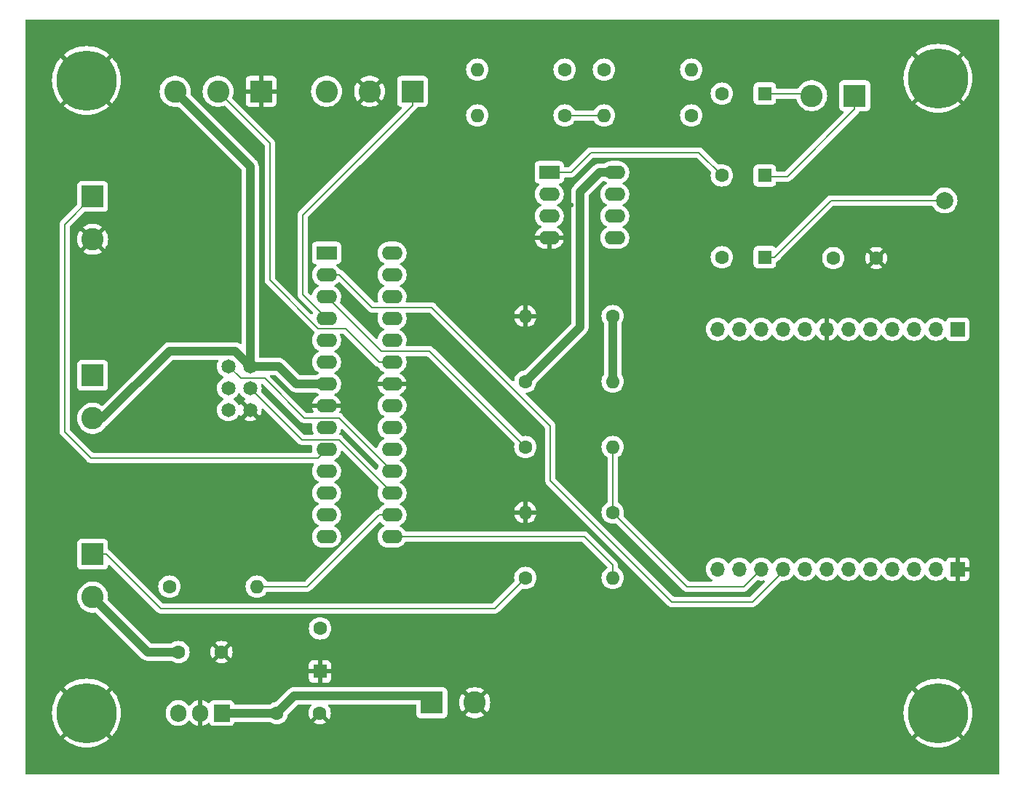
<source format=gbr>
%TF.GenerationSoftware,KiCad,Pcbnew,8.0.5*%
%TF.CreationDate,2024-10-14T11:10:16-07:00*%
%TF.ProjectId,Atmega_BM83,41746d65-6761-45f4-924d-38332e6b6963,rev?*%
%TF.SameCoordinates,Original*%
%TF.FileFunction,Copper,L1,Top*%
%TF.FilePolarity,Positive*%
%FSLAX46Y46*%
G04 Gerber Fmt 4.6, Leading zero omitted, Abs format (unit mm)*
G04 Created by KiCad (PCBNEW 8.0.5) date 2024-10-14 11:10:16*
%MOMM*%
%LPD*%
G01*
G04 APERTURE LIST*
%TA.AperFunction,ComponentPad*%
%ADD10C,1.600000*%
%TD*%
%TA.AperFunction,ComponentPad*%
%ADD11C,7.000000*%
%TD*%
%TA.AperFunction,ComponentPad*%
%ADD12R,2.600000X2.600000*%
%TD*%
%TA.AperFunction,ComponentPad*%
%ADD13C,2.600000*%
%TD*%
%TA.AperFunction,ComponentPad*%
%ADD14R,1.600000X1.600000*%
%TD*%
%TA.AperFunction,ComponentPad*%
%ADD15O,1.600000X1.600000*%
%TD*%
%TA.AperFunction,ComponentPad*%
%ADD16R,1.700000X1.700000*%
%TD*%
%TA.AperFunction,ComponentPad*%
%ADD17O,1.700000X1.700000*%
%TD*%
%TA.AperFunction,ComponentPad*%
%ADD18R,2.400000X1.600000*%
%TD*%
%TA.AperFunction,ComponentPad*%
%ADD19O,2.400000X1.600000*%
%TD*%
%TA.AperFunction,ComponentPad*%
%ADD20C,1.650000*%
%TD*%
%TA.AperFunction,ComponentPad*%
%ADD21C,2.000000*%
%TD*%
%TA.AperFunction,ComponentPad*%
%ADD22R,1.905000X2.000000*%
%TD*%
%TA.AperFunction,ComponentPad*%
%ADD23O,1.905000X2.000000*%
%TD*%
%TA.AperFunction,ViaPad*%
%ADD24C,0.600000*%
%TD*%
%TA.AperFunction,Conductor*%
%ADD25C,0.200000*%
%TD*%
%TA.AperFunction,Conductor*%
%ADD26C,1.000000*%
%TD*%
G04 APERTURE END LIST*
D10*
%TO.P,C7,1*%
%TO.N,5V*%
X145300000Y-91800000D03*
%TO.P,C7,2*%
%TO.N,GND*%
X150300000Y-91800000D03*
%TD*%
D11*
%TO.P,H2,1,1*%
%TO.N,GND*%
X157480000Y-70866000D03*
%TD*%
D12*
%TO.P,J3,1,Pin_1*%
%TO.N,Net-(J3-Pin_1)*%
X96360000Y-72390000D03*
D13*
%TO.P,J3,2,Pin_2*%
%TO.N,GND*%
X91360000Y-72390000D03*
%TO.P,J3,3,Pin_3*%
%TO.N,Net-(J3-Pin_3)*%
X86360000Y-72390000D03*
%TD*%
D12*
%TO.P,J1,1,Pin_1*%
%TO.N,18V*%
X98592000Y-143561000D03*
D13*
%TO.P,J1,2,Pin_2*%
%TO.N,GND*%
X103592000Y-143561000D03*
%TD*%
D14*
%TO.P,C3,1*%
%TO.N,Net-(J2-Pin_2)*%
X137334000Y-72644000D03*
D10*
%TO.P,C3,2*%
%TO.N,Net-(C3-Pad2)*%
X132334000Y-72644000D03*
%TD*%
%TO.P,R9,1*%
%TO.N,BM83 Rx*%
X119634000Y-121412000D03*
D15*
%TO.P,R9,2*%
%TO.N,GND*%
X109474000Y-121412000D03*
%TD*%
D14*
%TO.P,C1,1*%
%TO.N,AOHPR*%
X137334000Y-91694000D03*
D10*
%TO.P,C1,2*%
%TO.N,Net-(C1-Pad2)*%
X132334000Y-91694000D03*
%TD*%
%TO.P,R2,1*%
%TO.N,Net-(U4A--)*%
X114046000Y-75184000D03*
D15*
%TO.P,R2,2*%
%TO.N,Net-(C2-Pad2)*%
X103886000Y-75184000D03*
%TD*%
D16*
%TO.P,J8,1,Pin_1*%
%TO.N,AOHPR*%
X159771000Y-100076000D03*
D17*
%TO.P,J8,2,Pin_2*%
%TO.N,AOHPM*%
X157231000Y-100076000D03*
%TO.P,J8,3,Pin_3*%
%TO.N,unconnected-(J8-Pin_3-Pad3)*%
X154691000Y-100076000D03*
%TO.P,J8,4,Pin_4*%
%TO.N,unconnected-(J8-Pin_4-Pad4)*%
X152151000Y-100076000D03*
%TO.P,J8,5,Pin_5*%
%TO.N,/AIR*%
X149611000Y-100076000D03*
%TO.P,J8,6,Pin_6*%
%TO.N,/AIL*%
X147071000Y-100076000D03*
%TO.P,J8,7,Pin_7*%
%TO.N,GND*%
X144531000Y-100076000D03*
%TO.P,J8,8,Pin_8*%
%TO.N,/P3_2*%
X141991000Y-100076000D03*
%TO.P,J8,9,Pin_9*%
%TO.N,unconnected-(J8-Pin_9-Pad9)*%
X139451000Y-100076000D03*
%TO.P,J8,10,Pin_10*%
%TO.N,5V*%
X136911000Y-100076000D03*
%TO.P,J8,11,Pin_11*%
%TO.N,/SYS_PWR*%
X134371000Y-100076000D03*
%TO.P,J8,12,Pin_12*%
%TO.N,unconnected-(J8-Pin_12-Pad12)*%
X131831000Y-100076000D03*
%TD*%
D12*
%TO.P,J7,1,Pin_1*%
%TO.N,Net-(J7-Pin_1)*%
X59131000Y-105450000D03*
D13*
%TO.P,J7,2,Pin_2*%
%TO.N,5V*%
X59131000Y-110450000D03*
%TD*%
D12*
%TO.P,J2,1,Pin_1*%
%TO.N,Net-(J2-Pin_1)*%
X147788000Y-72898000D03*
D13*
%TO.P,J2,2,Pin_2*%
%TO.N,Net-(J2-Pin_2)*%
X142788000Y-72898000D03*
%TD*%
D14*
%TO.P,C2,1*%
%TO.N,Net-(J2-Pin_1)*%
X137334000Y-82169000D03*
D10*
%TO.P,C2,2*%
%TO.N,Net-(C2-Pad2)*%
X132334000Y-82169000D03*
%TD*%
D11*
%TO.P,H1,1,1*%
%TO.N,GND*%
X157480000Y-144780000D03*
%TD*%
%TO.P,H4,1,1*%
%TO.N,GND*%
X58420000Y-144780000D03*
%TD*%
D12*
%TO.P,J5,1,Pin_1*%
%TO.N,Net-(J5-Pin_1)*%
X59131000Y-84622000D03*
D13*
%TO.P,J5,2,Pin_2*%
%TO.N,GND*%
X59131000Y-89622000D03*
%TD*%
D18*
%TO.P,U4,1*%
%TO.N,Net-(C2-Pad2)*%
X112253000Y-81798000D03*
D19*
%TO.P,U4,2,-*%
%TO.N,Net-(U4A--)*%
X112253000Y-84338000D03*
%TO.P,U4,3,+*%
%TO.N,8V*%
X112253000Y-86878000D03*
%TO.P,U4,4,V-*%
%TO.N,GND*%
X112253000Y-89418000D03*
%TO.P,U4,5,+*%
%TO.N,8V*%
X119873000Y-89418000D03*
%TO.P,U4,6,-*%
%TO.N,Net-(U4B--)*%
X119873000Y-86878000D03*
%TO.P,U4,7*%
%TO.N,Net-(C3-Pad2)*%
X119873000Y-84338000D03*
%TO.P,U4,8,V+*%
%TO.N,18V*%
X119873000Y-81798000D03*
%TD*%
D20*
%TO.P,J10,1*%
%TO.N,MISO*%
X74930000Y-104394000D03*
%TO.P,J10,2*%
%TO.N,5V*%
X77470000Y-104394000D03*
%TO.P,J10,3*%
%TO.N,SCK*%
X74930000Y-106934000D03*
%TO.P,J10,4*%
%TO.N,MOSI*%
X77470000Y-106934000D03*
%TO.P,J10,5*%
%TO.N,{slash}RESET*%
X74930000Y-109474000D03*
%TO.P,J10,6*%
%TO.N,GND*%
X77470000Y-109474000D03*
%TD*%
D14*
%TO.P,C4,1*%
%TO.N,GND*%
X85598000Y-139914000D03*
D10*
%TO.P,C4,2*%
%TO.N,8V*%
X85598000Y-134914000D03*
%TD*%
%TO.P,R10,1*%
%TO.N,Net-(J6-Pin_1)*%
X109474000Y-129032000D03*
D15*
%TO.P,R10,2*%
%TO.N,Net-(U3-PB1)*%
X119634000Y-129032000D03*
%TD*%
D10*
%TO.P,R1,1*%
%TO.N,Net-(C1-Pad2)*%
X128778000Y-75184000D03*
D15*
%TO.P,R1,2*%
%TO.N,Net-(U4A--)*%
X118618000Y-75184000D03*
%TD*%
D10*
%TO.P,R7,1*%
%TO.N,8V*%
X119634000Y-98552000D03*
D15*
%TO.P,R7,2*%
%TO.N,GND*%
X109474000Y-98552000D03*
%TD*%
D18*
%TO.P,U3,1,~{RESET}/PC6*%
%TO.N,{slash}RESET*%
X86345000Y-91196000D03*
D19*
%TO.P,U3,2,PD0*%
%TO.N,BM83 Tx*%
X86345000Y-93736000D03*
%TO.P,U3,3,PD1*%
%TO.N,Atmega TX*%
X86345000Y-96276000D03*
%TO.P,U3,4,PD2*%
%TO.N,Net-(J3-Pin_1)*%
X86345000Y-98816000D03*
%TO.P,U3,5,PD3*%
%TO.N,Net-(J3-Pin_3)*%
X86345000Y-101356000D03*
%TO.P,U3,6,PD4*%
%TO.N,unconnected-(U3-PD4-Pad6)*%
X86345000Y-103896000D03*
%TO.P,U3,7,VCC*%
%TO.N,5V*%
X86345000Y-106436000D03*
%TO.P,U3,8,GND*%
%TO.N,GND*%
X86345000Y-108976000D03*
%TO.P,U3,9,XTAL1/PB6*%
%TO.N,unconnected-(U3-XTAL1{slash}PB6-Pad9)*%
X86345000Y-111516000D03*
%TO.P,U3,10,XTAL2/PB7*%
%TO.N,Net-(J5-Pin_1)*%
X86345000Y-114056000D03*
%TO.P,U3,11,PD5*%
%TO.N,unconnected-(U3-PD5-Pad11)*%
X86345000Y-116596000D03*
%TO.P,U3,12,PD6*%
%TO.N,unconnected-(U3-PD6-Pad12)*%
X86345000Y-119136000D03*
%TO.P,U3,13,PD7*%
%TO.N,unconnected-(U3-PD7-Pad13)*%
X86345000Y-121676000D03*
%TO.P,U3,14,PB0*%
%TO.N,unconnected-(U3-PB0-Pad14)*%
X86345000Y-124216000D03*
%TO.P,U3,15,PB1*%
%TO.N,Net-(U3-PB1)*%
X93965000Y-124216000D03*
%TO.P,U3,16,PB2*%
%TO.N,Net-(U3-PB2)*%
X93965000Y-121676000D03*
%TO.P,U3,17,PB3*%
%TO.N,MOSI*%
X93965000Y-119136000D03*
%TO.P,U3,18,PB4*%
%TO.N,MISO*%
X93965000Y-116596000D03*
%TO.P,U3,19,PB5*%
%TO.N,SCK*%
X93965000Y-114056000D03*
%TO.P,U3,20,AVCC*%
%TO.N,5V*%
X93965000Y-111516000D03*
%TO.P,U3,21,AREF*%
%TO.N,unconnected-(U3-AREF-Pad21)*%
X93965000Y-108976000D03*
%TO.P,U3,22,GND*%
%TO.N,GND*%
X93965000Y-106436000D03*
%TO.P,U3,23,PC0*%
%TO.N,Net-(J4-Pin_2)*%
X93965000Y-103896000D03*
%TO.P,U3,24,PC1*%
%TO.N,unconnected-(U3-PC1-Pad24)*%
X93965000Y-101356000D03*
%TO.P,U3,25,PC2*%
%TO.N,unconnected-(U3-PC2-Pad25)*%
X93965000Y-98816000D03*
%TO.P,U3,26,PC3*%
%TO.N,unconnected-(U3-PC3-Pad26)*%
X93965000Y-96276000D03*
%TO.P,U3,27,PC4*%
%TO.N,unconnected-(U3-PC4-Pad27)*%
X93965000Y-93736000D03*
%TO.P,U3,28,PC5*%
%TO.N,unconnected-(U3-PC5-Pad28)*%
X93965000Y-91196000D03*
%TD*%
D10*
%TO.P,R4,1*%
%TO.N,Net-(U4B--)*%
X118618000Y-69850000D03*
D15*
%TO.P,R4,2*%
%TO.N,Net-(C3-Pad2)*%
X128778000Y-69850000D03*
%TD*%
D10*
%TO.P,C5,1*%
%TO.N,18V*%
X80558000Y-144780000D03*
%TO.P,C5,2*%
%TO.N,GND*%
X85558000Y-144780000D03*
%TD*%
%TO.P,R8,1*%
%TO.N,Atmega TX*%
X109474000Y-113792000D03*
D15*
%TO.P,R8,2*%
%TO.N,BM83 Rx*%
X119634000Y-113792000D03*
%TD*%
D11*
%TO.P,H3,1,1*%
%TO.N,GND*%
X58420000Y-71120000D03*
%TD*%
D16*
%TO.P,J9,1,Pin_1*%
%TO.N,GND*%
X159771000Y-128016000D03*
D17*
%TO.P,J9,2,Pin_2*%
%TO.N,/RST_IN*%
X157231000Y-128016000D03*
%TO.P,J9,3,Pin_3*%
%TO.N,/P2_7*%
X154691000Y-128016000D03*
%TO.P,J9,4,Pin_4*%
%TO.N,/P0_5*%
X152151000Y-128016000D03*
%TO.P,J9,5,Pin_5*%
%TO.N,unconnected-(J9-Pin_5-Pad5)*%
X149611000Y-128016000D03*
%TO.P,J9,6,Pin_6*%
%TO.N,unconnected-(J9-Pin_6-Pad6)*%
X147071000Y-128016000D03*
%TO.P,J9,7,Pin_7*%
%TO.N,/P3_4{slash}UART_RTS*%
X144531000Y-128016000D03*
%TO.P,J9,8,Pin_8*%
%TO.N,unconnected-(J9-Pin_8-Pad8)*%
X141991000Y-128016000D03*
%TO.P,J9,9,Pin_9*%
%TO.N,BM83 Tx*%
X139451000Y-128016000D03*
%TO.P,J9,10,Pin_10*%
%TO.N,BM83 Rx*%
X136911000Y-128016000D03*
%TO.P,J9,11,Pin_11*%
%TO.N,unconnected-(J9-Pin_11-Pad11)*%
X134371000Y-128016000D03*
%TO.P,J9,12,Pin_12*%
%TO.N,unconnected-(J9-Pin_12-Pad12)*%
X131831000Y-128016000D03*
%TD*%
D12*
%TO.P,J6,1,Pin_1*%
%TO.N,Net-(J6-Pin_1)*%
X59131000Y-126278000D03*
D13*
%TO.P,J6,2,Pin_2*%
%TO.N,5V*%
X59131000Y-131278000D03*
%TD*%
D10*
%TO.P,R11,1*%
%TO.N,Net-(J7-Pin_1)*%
X68072000Y-130048000D03*
D15*
%TO.P,R11,2*%
%TO.N,Net-(U3-PB2)*%
X78232000Y-130048000D03*
%TD*%
D12*
%TO.P,J4,1,Pin_1*%
%TO.N,GND*%
X78740000Y-72390000D03*
D13*
%TO.P,J4,2,Pin_2*%
%TO.N,Net-(J4-Pin_2)*%
X73740000Y-72390000D03*
%TO.P,J4,3,Pin_3*%
%TO.N,5V*%
X68740000Y-72390000D03*
%TD*%
D21*
%TO.P,TP1,1,1*%
%TO.N,AOHPR*%
X158242000Y-85090000D03*
%TD*%
D22*
%TO.P,U2,1,VI*%
%TO.N,18V*%
X74168000Y-144780000D03*
D23*
%TO.P,U2,2,GND*%
%TO.N,GND*%
X71628000Y-144780000D03*
%TO.P,U2,3,VO*%
%TO.N,5V*%
X69088000Y-144780000D03*
%TD*%
D10*
%TO.P,C6,1*%
%TO.N,5V*%
X69128000Y-137668000D03*
%TO.P,C6,2*%
%TO.N,GND*%
X74128000Y-137668000D03*
%TD*%
%TO.P,R3,1*%
%TO.N,Net-(U4B--)*%
X114046000Y-69850000D03*
D15*
%TO.P,R3,2*%
%TO.N,Net-(C2-Pad2)*%
X103886000Y-69850000D03*
%TD*%
D10*
%TO.P,R6,1*%
%TO.N,18V*%
X109474000Y-106172000D03*
D15*
%TO.P,R6,2*%
%TO.N,8V*%
X119634000Y-106172000D03*
%TD*%
D24*
%TO.N,GND*%
X91200000Y-105400000D03*
X78994000Y-96520000D03*
X114808000Y-85598000D03*
X89900000Y-113800000D03*
X104140000Y-115570000D03*
X97400000Y-105300000D03*
X82804000Y-102362000D03*
X83566000Y-108204000D03*
X90200000Y-98000000D03*
X83300000Y-111200000D03*
%TD*%
D25*
%TO.N,AOHPR*%
X145038100Y-85090000D02*
X138434100Y-91694000D01*
X137334000Y-91694000D02*
X138434100Y-91694000D01*
X158242000Y-85090000D02*
X145038100Y-85090000D01*
%TO.N,Net-(J2-Pin_1)*%
X137334000Y-82169000D02*
X137461000Y-82296000D01*
X137461000Y-82296000D02*
X139954000Y-82296000D01*
X139954000Y-82296000D02*
X147788000Y-74462000D01*
X147788000Y-74462000D02*
X147788000Y-72898000D01*
%TO.N,Net-(C2-Pad2)*%
X114798000Y-81798000D02*
X117094000Y-79502000D01*
X112253000Y-81798000D02*
X114798000Y-81798000D01*
X129667000Y-79502000D02*
X132334000Y-82169000D01*
X117094000Y-79502000D02*
X129667000Y-79502000D01*
%TO.N,Net-(J2-Pin_2)*%
X142788000Y-72898000D02*
X142534000Y-72644000D01*
X142534000Y-72644000D02*
X137334000Y-72644000D01*
D26*
%TO.N,8V*%
X119634000Y-106172000D02*
X119634000Y-98552000D01*
%TO.N,18V*%
X74168000Y-144780000D02*
X80558000Y-144780000D01*
X97779000Y-142748000D02*
X98592000Y-143561000D01*
X80558000Y-144780000D02*
X82590000Y-142748000D01*
X115824000Y-99822000D02*
X115824000Y-84074000D01*
X118100000Y-81798000D02*
X119873000Y-81798000D01*
X109474000Y-106172000D02*
X115824000Y-99822000D01*
X82590000Y-142748000D02*
X97779000Y-142748000D01*
X115824000Y-84074000D02*
X118100000Y-81798000D01*
%TO.N,5V*%
X77470000Y-104394000D02*
X77470000Y-81120000D01*
X69128000Y-137668000D02*
X65521000Y-137668000D01*
X68072000Y-102616000D02*
X75692000Y-102616000D01*
X59131000Y-110450000D02*
X60238000Y-110450000D01*
X77470000Y-104394000D02*
X80772000Y-104394000D01*
X75692000Y-102616000D02*
X77470000Y-104394000D01*
X65521000Y-137668000D02*
X59131000Y-131278000D01*
X77470000Y-81120000D02*
X68740000Y-72390000D01*
X60238000Y-110450000D02*
X68072000Y-102616000D01*
X82814000Y-106436000D02*
X86345000Y-106436000D01*
X80772000Y-104394000D02*
X82814000Y-106436000D01*
D25*
%TO.N,Net-(J3-Pin_1)*%
X83566000Y-86784100D02*
X96360000Y-73990100D01*
X83566000Y-96037000D02*
X83566000Y-86784100D01*
X96360000Y-73990100D02*
X96360000Y-72390000D01*
X86345000Y-98816000D02*
X83566000Y-96037000D01*
%TO.N,Net-(J4-Pin_2)*%
X88568500Y-99999600D02*
X85376600Y-99999600D01*
X79756000Y-78406000D02*
X73740000Y-72390000D01*
X92464900Y-103896000D02*
X88568500Y-99999600D01*
X79756000Y-94379000D02*
X79756000Y-78406000D01*
X93965000Y-103896000D02*
X92464900Y-103896000D01*
X85376600Y-99999600D02*
X79756000Y-94379000D01*
%TO.N,Net-(J5-Pin_1)*%
X55880000Y-87873000D02*
X55880000Y-112014000D01*
X58928000Y-115062000D02*
X85339000Y-115062000D01*
X55880000Y-112014000D02*
X58928000Y-115062000D01*
X59131000Y-84622000D02*
X55880000Y-87873000D01*
X85339000Y-115062000D02*
X86345000Y-114056000D01*
%TO.N,Net-(J6-Pin_1)*%
X105918000Y-132588000D02*
X109474000Y-129032000D01*
X67041100Y-132588000D02*
X105918000Y-132588000D01*
X59131000Y-126278000D02*
X60731100Y-126278000D01*
X60731100Y-126278000D02*
X67041100Y-132588000D01*
%TO.N,BM83 Rx*%
X119634000Y-113792000D02*
X119634000Y-121412000D01*
X128270000Y-130048000D02*
X119634000Y-121412000D01*
X134879000Y-130048000D02*
X128270000Y-130048000D01*
X136911000Y-128016000D02*
X134879000Y-130048000D01*
%TO.N,BM83 Tx*%
X135890000Y-131826000D02*
X126492000Y-131826000D01*
X112401200Y-111362900D02*
X98584300Y-97546000D01*
X87845100Y-93736000D02*
X86345000Y-93736000D01*
X91655100Y-97546000D02*
X87845100Y-93736000D01*
X112401200Y-117735200D02*
X112401200Y-111362900D01*
X126492000Y-131826000D02*
X112401200Y-117735200D01*
X139451000Y-128016000D02*
X139451000Y-128265000D01*
X139451000Y-128265000D02*
X135890000Y-131826000D01*
X98584300Y-97546000D02*
X91655100Y-97546000D01*
%TO.N,Net-(U4A--)*%
X118618000Y-75184000D02*
X114046000Y-75184000D01*
%TO.N,Net-(U3-PB1)*%
X119634000Y-127508000D02*
X119634000Y-129032000D01*
X116342000Y-124216000D02*
X119634000Y-127508000D01*
X93965000Y-124216000D02*
X116342000Y-124216000D01*
%TO.N,Net-(U3-PB2)*%
X84092900Y-130048000D02*
X78232000Y-130048000D01*
X92464900Y-121676000D02*
X84092900Y-130048000D01*
X93965000Y-121676000D02*
X92464900Y-121676000D01*
%TO.N,Atmega TX*%
X92720000Y-102626000D02*
X86370000Y-96276000D01*
X109474000Y-113792000D02*
X98308000Y-102626000D01*
X86370000Y-96276000D02*
X86345000Y-96276000D01*
X98308000Y-102626000D02*
X92720000Y-102626000D01*
%TO.N,MISO*%
X76345000Y-105809000D02*
X79139000Y-105809000D01*
X87785000Y-110416000D02*
X93965000Y-116596000D01*
X74930000Y-104394000D02*
X76345000Y-105809000D01*
X83746000Y-110416000D02*
X87785000Y-110416000D01*
X79139000Y-105809000D02*
X83746000Y-110416000D01*
%TO.N,MOSI*%
X83492000Y-112956000D02*
X87785000Y-112956000D01*
X87785000Y-112956000D02*
X93965000Y-119136000D01*
X77470000Y-106934000D02*
X83492000Y-112956000D01*
%TD*%
%TA.AperFunction,Conductor*%
%TO.N,GND*%
G36*
X88179193Y-111679695D02*
G01*
X88230246Y-111710481D01*
X92382744Y-115862979D01*
X92416229Y-115924302D01*
X92411245Y-115993994D01*
X92405548Y-116006954D01*
X92359779Y-116096781D01*
X92359779Y-116096782D01*
X92296523Y-116291461D01*
X92296523Y-116291462D01*
X92289907Y-116333236D01*
X92259977Y-116396370D01*
X92200666Y-116433301D01*
X92130803Y-116432303D01*
X92079753Y-116401518D01*
X88272590Y-112594355D01*
X88272588Y-112594352D01*
X88153717Y-112475481D01*
X88153709Y-112475475D01*
X88051560Y-112416500D01*
X88016788Y-112396424D01*
X88016787Y-112396423D01*
X87965634Y-112382717D01*
X87935222Y-112374568D01*
X87875564Y-112338204D01*
X87845035Y-112275357D01*
X87853330Y-112205981D01*
X87856834Y-112198499D01*
X87950216Y-112015228D01*
X87950218Y-112015223D01*
X87950220Y-112015219D01*
X88013477Y-111820534D01*
X88020093Y-111778761D01*
X88050020Y-111715631D01*
X88109330Y-111678699D01*
X88179193Y-111679695D01*
G37*
%TD.AperFunction*%
%TA.AperFunction,Conductor*%
G36*
X88335442Y-100619785D02*
G01*
X88356083Y-100636418D01*
X92096184Y-104376520D01*
X92096186Y-104376521D01*
X92096190Y-104376524D01*
X92233109Y-104455573D01*
X92233116Y-104455577D01*
X92362100Y-104490139D01*
X92421757Y-104526502D01*
X92440488Y-104553617D01*
X92452715Y-104577613D01*
X92573028Y-104743213D01*
X92717786Y-104887971D01*
X92796641Y-104945261D01*
X92883390Y-105008287D01*
X92948439Y-105041431D01*
X92976629Y-105055795D01*
X93027425Y-105103770D01*
X93044220Y-105171591D01*
X93021682Y-105237726D01*
X92976629Y-105276765D01*
X92883650Y-105324140D01*
X92718105Y-105444417D01*
X92718104Y-105444417D01*
X92573417Y-105589104D01*
X92573417Y-105589105D01*
X92453140Y-105754650D01*
X92360244Y-105936970D01*
X92297009Y-106131586D01*
X92288391Y-106186000D01*
X93649314Y-106186000D01*
X93644920Y-106190394D01*
X93592259Y-106281606D01*
X93565000Y-106383339D01*
X93565000Y-106488661D01*
X93592259Y-106590394D01*
X93644920Y-106681606D01*
X93649314Y-106686000D01*
X92288391Y-106686000D01*
X92297009Y-106740413D01*
X92360244Y-106935029D01*
X92453140Y-107117349D01*
X92573417Y-107282894D01*
X92573417Y-107282895D01*
X92718104Y-107427582D01*
X92883652Y-107547861D01*
X92976628Y-107595234D01*
X93027425Y-107643208D01*
X93044220Y-107711029D01*
X93021683Y-107777164D01*
X92976630Y-107816203D01*
X92883388Y-107863713D01*
X92717786Y-107984028D01*
X92573028Y-108128786D01*
X92452715Y-108294386D01*
X92359781Y-108476776D01*
X92296522Y-108671465D01*
X92264500Y-108873648D01*
X92264500Y-109078351D01*
X92296522Y-109280534D01*
X92359781Y-109475223D01*
X92452715Y-109657613D01*
X92573028Y-109823213D01*
X92717786Y-109967971D01*
X92836682Y-110054352D01*
X92883390Y-110088287D01*
X92959930Y-110127286D01*
X92976080Y-110135515D01*
X93026876Y-110183490D01*
X93043671Y-110251311D01*
X93021134Y-110317446D01*
X92976080Y-110356485D01*
X92883386Y-110403715D01*
X92717786Y-110524028D01*
X92573028Y-110668786D01*
X92452715Y-110834386D01*
X92359781Y-111016776D01*
X92296522Y-111211465D01*
X92264500Y-111413648D01*
X92264500Y-111618351D01*
X92296522Y-111820534D01*
X92359781Y-112015223D01*
X92452715Y-112197613D01*
X92573028Y-112363213D01*
X92717786Y-112507971D01*
X92836682Y-112594352D01*
X92883390Y-112628287D01*
X92948439Y-112661431D01*
X92976080Y-112675515D01*
X93026876Y-112723490D01*
X93043671Y-112791311D01*
X93021134Y-112857446D01*
X92976080Y-112896485D01*
X92883386Y-112943715D01*
X92717786Y-113064028D01*
X92573028Y-113208786D01*
X92452715Y-113374386D01*
X92359781Y-113556776D01*
X92296523Y-113751464D01*
X92289907Y-113793236D01*
X92259977Y-113856370D01*
X92200666Y-113893301D01*
X92130803Y-113892303D01*
X92079753Y-113861518D01*
X88272590Y-110054355D01*
X88272588Y-110054352D01*
X88153717Y-109935481D01*
X88153709Y-109935475D01*
X88051560Y-109876500D01*
X88016788Y-109856424D01*
X88016787Y-109856423D01*
X87969159Y-109843661D01*
X87934730Y-109834436D01*
X87875072Y-109798072D01*
X87844543Y-109735225D01*
X87852838Y-109665849D01*
X87856341Y-109658367D01*
X87949755Y-109475029D01*
X88012990Y-109280413D01*
X88021609Y-109226000D01*
X86660686Y-109226000D01*
X86665080Y-109221606D01*
X86717741Y-109130394D01*
X86745000Y-109028661D01*
X86745000Y-108923339D01*
X86717741Y-108821606D01*
X86665080Y-108730394D01*
X86660686Y-108726000D01*
X88021609Y-108726000D01*
X88012990Y-108671586D01*
X87949755Y-108476970D01*
X87856859Y-108294650D01*
X87736582Y-108129105D01*
X87736582Y-108129104D01*
X87591895Y-107984417D01*
X87426349Y-107864140D01*
X87333370Y-107816765D01*
X87282574Y-107768790D01*
X87265779Y-107700969D01*
X87288316Y-107634835D01*
X87333370Y-107595795D01*
X87348906Y-107587879D01*
X87426610Y-107548287D01*
X87470653Y-107516288D01*
X87592213Y-107427971D01*
X87592215Y-107427968D01*
X87592219Y-107427966D01*
X87736966Y-107283219D01*
X87736968Y-107283215D01*
X87736971Y-107283213D01*
X87801937Y-107193793D01*
X87857287Y-107117610D01*
X87950220Y-106935219D01*
X88013477Y-106740534D01*
X88045500Y-106538352D01*
X88045500Y-106333648D01*
X88033840Y-106260031D01*
X88013477Y-106131465D01*
X87952992Y-105945312D01*
X87950220Y-105936781D01*
X87950218Y-105936778D01*
X87950218Y-105936776D01*
X87916503Y-105870607D01*
X87857287Y-105754390D01*
X87840922Y-105731865D01*
X87736971Y-105588786D01*
X87592213Y-105444028D01*
X87426614Y-105323715D01*
X87420006Y-105320348D01*
X87333917Y-105276483D01*
X87283123Y-105228511D01*
X87266328Y-105160690D01*
X87288865Y-105094555D01*
X87333917Y-105055516D01*
X87426610Y-105008287D01*
X87513363Y-104945258D01*
X87592213Y-104887971D01*
X87592215Y-104887968D01*
X87592219Y-104887966D01*
X87736966Y-104743219D01*
X87736968Y-104743215D01*
X87736971Y-104743213D01*
X87822824Y-104625044D01*
X87857287Y-104577610D01*
X87950220Y-104395219D01*
X88013477Y-104200534D01*
X88045500Y-103998352D01*
X88045500Y-103793648D01*
X88013477Y-103591466D01*
X87950220Y-103396781D01*
X87950218Y-103396778D01*
X87950218Y-103396776D01*
X87911613Y-103321011D01*
X87857287Y-103214390D01*
X87849556Y-103203749D01*
X87736971Y-103048786D01*
X87592213Y-102904028D01*
X87426614Y-102783715D01*
X87420006Y-102780348D01*
X87333917Y-102736483D01*
X87283123Y-102688511D01*
X87266328Y-102620690D01*
X87288865Y-102554555D01*
X87333917Y-102515516D01*
X87426610Y-102468287D01*
X87447770Y-102452913D01*
X87592213Y-102347971D01*
X87592215Y-102347968D01*
X87592219Y-102347966D01*
X87736966Y-102203219D01*
X87736968Y-102203215D01*
X87736971Y-102203213D01*
X87789732Y-102130590D01*
X87857287Y-102037610D01*
X87950220Y-101855219D01*
X88013477Y-101660534D01*
X88045500Y-101458352D01*
X88045500Y-101253648D01*
X88031986Y-101168328D01*
X88013477Y-101051465D01*
X87950218Y-100856776D01*
X87911299Y-100780395D01*
X87898403Y-100711726D01*
X87924679Y-100646986D01*
X87981785Y-100606728D01*
X88021784Y-100600100D01*
X88268403Y-100600100D01*
X88335442Y-100619785D01*
G37*
%TD.AperFunction*%
%TA.AperFunction,Conductor*%
G36*
X78926435Y-106455315D02*
G01*
X78959936Y-106479171D01*
X83261139Y-110780374D01*
X83261149Y-110780385D01*
X83265479Y-110784715D01*
X83265480Y-110784716D01*
X83377284Y-110896520D01*
X83455998Y-110941965D01*
X83514215Y-110975577D01*
X83666943Y-111016501D01*
X83666946Y-111016501D01*
X83832653Y-111016501D01*
X83832669Y-111016500D01*
X84569199Y-111016500D01*
X84636238Y-111036185D01*
X84681993Y-111088989D01*
X84691937Y-111158147D01*
X84687130Y-111178817D01*
X84676524Y-111211457D01*
X84676523Y-111211464D01*
X84644500Y-111413648D01*
X84644500Y-111618351D01*
X84676522Y-111820534D01*
X84739781Y-112015223D01*
X84821297Y-112175205D01*
X84834193Y-112243874D01*
X84807917Y-112308615D01*
X84750810Y-112348872D01*
X84710812Y-112355500D01*
X83792097Y-112355500D01*
X83725058Y-112335815D01*
X83704416Y-112319181D01*
X78782353Y-107397118D01*
X78748868Y-107335795D01*
X78750258Y-107277345D01*
X78780349Y-107165050D01*
X78800563Y-106934000D01*
X78780349Y-106702950D01*
X78752480Y-106598942D01*
X78754143Y-106529097D01*
X78793305Y-106471234D01*
X78857533Y-106443729D01*
X78926435Y-106455315D01*
G37*
%TD.AperFunction*%
%TA.AperFunction,Conductor*%
G36*
X80373257Y-105414185D02*
G01*
X80393899Y-105430819D01*
X82033735Y-107070655D01*
X82033764Y-107070686D01*
X82176214Y-107213136D01*
X82176218Y-107213139D01*
X82340079Y-107322628D01*
X82340092Y-107322635D01*
X82468833Y-107375961D01*
X82500506Y-107389080D01*
X82522164Y-107398051D01*
X82618812Y-107417275D01*
X82667135Y-107426887D01*
X82715458Y-107436500D01*
X82715459Y-107436500D01*
X82715460Y-107436500D01*
X82912540Y-107436500D01*
X85069238Y-107436500D01*
X85136277Y-107456185D01*
X85142119Y-107460179D01*
X85263390Y-107548287D01*
X85335424Y-107584990D01*
X85356629Y-107595795D01*
X85407425Y-107643770D01*
X85424220Y-107711591D01*
X85401682Y-107777726D01*
X85356629Y-107816765D01*
X85263650Y-107864140D01*
X85098105Y-107984417D01*
X85098104Y-107984417D01*
X84953417Y-108129104D01*
X84953417Y-108129105D01*
X84833140Y-108294650D01*
X84740244Y-108476970D01*
X84677009Y-108671586D01*
X84668391Y-108726000D01*
X86029314Y-108726000D01*
X86024920Y-108730394D01*
X85972259Y-108821606D01*
X85945000Y-108923339D01*
X85945000Y-109028661D01*
X85972259Y-109130394D01*
X86024920Y-109221606D01*
X86029314Y-109226000D01*
X84668391Y-109226000D01*
X84677009Y-109280413D01*
X84740245Y-109475032D01*
X84821857Y-109635206D01*
X84834753Y-109703875D01*
X84808476Y-109768615D01*
X84751370Y-109808872D01*
X84711372Y-109815500D01*
X84046097Y-109815500D01*
X83979058Y-109795815D01*
X83958416Y-109779181D01*
X79785416Y-105606181D01*
X79751931Y-105544858D01*
X79756915Y-105475166D01*
X79798787Y-105419233D01*
X79864251Y-105394816D01*
X79873097Y-105394500D01*
X80306218Y-105394500D01*
X80373257Y-105414185D01*
G37*
%TD.AperFunction*%
%TA.AperFunction,Conductor*%
G36*
X76267865Y-107536504D02*
G01*
X76312381Y-107587878D01*
X76317699Y-107599282D01*
X76450730Y-107789269D01*
X76614731Y-107953270D01*
X76804718Y-108086301D01*
X76816710Y-108091893D01*
X76869149Y-108138062D01*
X76888303Y-108205255D01*
X76868089Y-108272137D01*
X76816717Y-108316655D01*
X76804966Y-108322134D01*
X76726576Y-108377022D01*
X76726576Y-108377023D01*
X77299765Y-108950212D01*
X77257708Y-108961482D01*
X77132292Y-109033890D01*
X77029890Y-109136292D01*
X76957482Y-109261708D01*
X76946212Y-109303766D01*
X76373022Y-108730576D01*
X76318134Y-108808966D01*
X76312655Y-108820717D01*
X76266480Y-108873154D01*
X76199286Y-108892303D01*
X76132405Y-108872084D01*
X76087894Y-108820713D01*
X76082301Y-108808719D01*
X75949270Y-108618731D01*
X75785269Y-108454730D01*
X75595282Y-108321699D01*
X75583878Y-108316381D01*
X75531440Y-108270210D01*
X75512288Y-108203016D01*
X75532504Y-108136135D01*
X75583878Y-108091618D01*
X75595282Y-108086301D01*
X75785269Y-107953270D01*
X75949270Y-107789269D01*
X76082301Y-107599282D01*
X76087618Y-107587878D01*
X76133790Y-107535440D01*
X76200984Y-107516288D01*
X76267865Y-107536504D01*
G37*
%TD.AperFunction*%
%TA.AperFunction,Conductor*%
G36*
X87833357Y-94589340D02*
G01*
X87877705Y-94617841D01*
X89578764Y-96318900D01*
X91286384Y-98026520D01*
X91286386Y-98026521D01*
X91286390Y-98026524D01*
X91423202Y-98105511D01*
X91423316Y-98105577D01*
X91576043Y-98146501D01*
X91576045Y-98146501D01*
X91741754Y-98146501D01*
X91741770Y-98146500D01*
X92244734Y-98146500D01*
X92311773Y-98166185D01*
X92357528Y-98218989D01*
X92367472Y-98288147D01*
X92360919Y-98312029D01*
X92361286Y-98312148D01*
X92359781Y-98316777D01*
X92359780Y-98316781D01*
X92344876Y-98362650D01*
X92296522Y-98511465D01*
X92264500Y-98713648D01*
X92264500Y-98918351D01*
X92296522Y-99120534D01*
X92359781Y-99315223D01*
X92452715Y-99497613D01*
X92573028Y-99663213D01*
X92717786Y-99807971D01*
X92872728Y-99920541D01*
X92883390Y-99928287D01*
X92974840Y-99974883D01*
X92976080Y-99975515D01*
X93026876Y-100023490D01*
X93043671Y-100091311D01*
X93021134Y-100157446D01*
X92976080Y-100196485D01*
X92883386Y-100243715D01*
X92717786Y-100364028D01*
X92573028Y-100508786D01*
X92452715Y-100674386D01*
X92359781Y-100856776D01*
X92296523Y-101051463D01*
X92293325Y-101071655D01*
X92263394Y-101134790D01*
X92204082Y-101171720D01*
X92134219Y-101170720D01*
X92083171Y-101139936D01*
X87935693Y-96992458D01*
X87902208Y-96931135D01*
X87907192Y-96861443D01*
X87912885Y-96848490D01*
X87950220Y-96775219D01*
X88013477Y-96580534D01*
X88045500Y-96378352D01*
X88045500Y-96173648D01*
X88030908Y-96081518D01*
X88013477Y-95971465D01*
X87950218Y-95776776D01*
X87916503Y-95710607D01*
X87857287Y-95594390D01*
X87849556Y-95583749D01*
X87736971Y-95428786D01*
X87592213Y-95284028D01*
X87426614Y-95163715D01*
X87420006Y-95160348D01*
X87333917Y-95116483D01*
X87283123Y-95068511D01*
X87266328Y-95000690D01*
X87288865Y-94934555D01*
X87333917Y-94895516D01*
X87426610Y-94848287D01*
X87592219Y-94727966D01*
X87702346Y-94617838D01*
X87763665Y-94584356D01*
X87833357Y-94589340D01*
G37*
%TD.AperFunction*%
%TA.AperFunction,Conductor*%
G36*
X164542539Y-64020185D02*
G01*
X164588294Y-64072989D01*
X164599500Y-64124500D01*
X164599500Y-151775500D01*
X164579815Y-151842539D01*
X164527011Y-151888294D01*
X164475500Y-151899500D01*
X51424500Y-151899500D01*
X51357461Y-151879815D01*
X51311706Y-151827011D01*
X51300500Y-151775500D01*
X51300500Y-144780000D01*
X54415176Y-144780000D01*
X54434461Y-145172550D01*
X54492129Y-145561308D01*
X54587625Y-145942549D01*
X54720016Y-146312559D01*
X54720023Y-146312575D01*
X54888062Y-146667864D01*
X55090109Y-147004958D01*
X55324228Y-147320632D01*
X55420068Y-147426376D01*
X55420069Y-147426376D01*
X57018381Y-145828064D01*
X57101457Y-145936331D01*
X57263669Y-146098543D01*
X57371934Y-146181617D01*
X55773622Y-147779929D01*
X55773622Y-147779930D01*
X55879367Y-147875771D01*
X56195041Y-148109890D01*
X56532135Y-148311937D01*
X56887424Y-148479976D01*
X56887440Y-148479983D01*
X57257450Y-148612374D01*
X57638691Y-148707870D01*
X58027449Y-148765538D01*
X58420000Y-148784823D01*
X58812550Y-148765538D01*
X59201308Y-148707870D01*
X59582549Y-148612374D01*
X59952559Y-148479983D01*
X59952575Y-148479976D01*
X60307864Y-148311937D01*
X60644958Y-148109890D01*
X60960632Y-147875770D01*
X61066376Y-147779929D01*
X59468065Y-146181618D01*
X59576331Y-146098543D01*
X59738543Y-145936331D01*
X59821618Y-145828065D01*
X61419929Y-147426376D01*
X61515770Y-147320632D01*
X61749890Y-147004958D01*
X61951937Y-146667864D01*
X62119976Y-146312575D01*
X62119983Y-146312559D01*
X62252374Y-145942549D01*
X62347870Y-145561308D01*
X62405538Y-145172550D01*
X62424823Y-144780000D01*
X62416872Y-144618146D01*
X67635000Y-144618146D01*
X67635000Y-144941854D01*
X67645270Y-145006694D01*
X67670778Y-145167746D01*
X67670778Y-145167749D01*
X67741450Y-145385255D01*
X67802704Y-145505472D01*
X67845283Y-145589038D01*
X67979714Y-145774066D01*
X68141434Y-145935786D01*
X68326462Y-146070217D01*
X68458599Y-146137544D01*
X68530244Y-146174049D01*
X68747751Y-146244721D01*
X68747752Y-146244721D01*
X68747755Y-146244722D01*
X68973646Y-146280500D01*
X68973647Y-146280500D01*
X69202353Y-146280500D01*
X69202354Y-146280500D01*
X69428245Y-146244722D01*
X69428248Y-146244721D01*
X69428249Y-146244721D01*
X69645755Y-146174049D01*
X69645755Y-146174048D01*
X69645758Y-146174048D01*
X69849538Y-146070217D01*
X70034566Y-145935786D01*
X70196286Y-145774066D01*
X70257992Y-145689134D01*
X70313319Y-145646470D01*
X70382932Y-145640491D01*
X70444727Y-145673096D01*
X70458626Y-145689135D01*
X70520097Y-145773741D01*
X70520097Y-145773742D01*
X70681757Y-145935402D01*
X70866723Y-146069788D01*
X71070429Y-146173582D01*
X71287871Y-146244234D01*
X71378000Y-146258509D01*
X71378000Y-145270747D01*
X71415708Y-145292518D01*
X71555591Y-145330000D01*
X71700409Y-145330000D01*
X71840292Y-145292518D01*
X71878000Y-145270747D01*
X71878000Y-146258508D01*
X71968128Y-146244234D01*
X72185570Y-146173582D01*
X72389276Y-146069788D01*
X72572059Y-145936988D01*
X72637865Y-145913508D01*
X72705919Y-145929333D01*
X72754614Y-145979439D01*
X72761127Y-145993974D01*
X72771701Y-146022326D01*
X72771706Y-146022335D01*
X72857952Y-146137544D01*
X72857955Y-146137547D01*
X72973164Y-146223793D01*
X72973171Y-146223797D01*
X73108017Y-146274091D01*
X73108016Y-146274091D01*
X73114944Y-146274835D01*
X73167627Y-146280500D01*
X75168372Y-146280499D01*
X75227983Y-146274091D01*
X75362831Y-146223796D01*
X75478046Y-146137546D01*
X75564296Y-146022331D01*
X75614591Y-145887483D01*
X75614591Y-145887481D01*
X75616374Y-145879938D01*
X75618646Y-145880474D01*
X75640929Y-145826688D01*
X75698323Y-145786843D01*
X75737476Y-145780500D01*
X79680412Y-145780500D01*
X79747451Y-145800185D01*
X79751523Y-145802917D01*
X79905266Y-145910568D01*
X80111504Y-146006739D01*
X80331308Y-146065635D01*
X80493230Y-146079801D01*
X80557998Y-146085468D01*
X80558000Y-146085468D01*
X80558002Y-146085468D01*
X80614673Y-146080509D01*
X80784692Y-146065635D01*
X81004496Y-146006739D01*
X81210734Y-145910568D01*
X81397139Y-145780047D01*
X81558047Y-145619139D01*
X81688568Y-145432734D01*
X81784739Y-145226496D01*
X81843635Y-145006692D01*
X81849040Y-144944904D01*
X81874492Y-144879837D01*
X81884879Y-144868039D01*
X82968101Y-143784819D01*
X83029424Y-143751334D01*
X83055782Y-143748500D01*
X84455056Y-143748500D01*
X84522095Y-143768185D01*
X84567850Y-143820989D01*
X84577794Y-143890147D01*
X84556631Y-143943624D01*
X84427865Y-144127517D01*
X84331734Y-144333673D01*
X84331730Y-144333682D01*
X84272860Y-144553389D01*
X84272858Y-144553400D01*
X84253034Y-144779997D01*
X84253034Y-144780002D01*
X84272858Y-145006599D01*
X84272860Y-145006610D01*
X84331730Y-145226317D01*
X84331735Y-145226331D01*
X84427863Y-145432478D01*
X84478974Y-145505472D01*
X85158000Y-144826446D01*
X85158000Y-144832661D01*
X85185259Y-144934394D01*
X85237920Y-145025606D01*
X85312394Y-145100080D01*
X85403606Y-145152741D01*
X85505339Y-145180000D01*
X85511553Y-145180000D01*
X84832526Y-145859025D01*
X84905513Y-145910132D01*
X84905521Y-145910136D01*
X85111668Y-146006264D01*
X85111682Y-146006269D01*
X85331389Y-146065139D01*
X85331400Y-146065141D01*
X85557998Y-146084966D01*
X85558002Y-146084966D01*
X85784599Y-146065141D01*
X85784610Y-146065139D01*
X86004317Y-146006269D01*
X86004331Y-146006264D01*
X86210478Y-145910136D01*
X86283471Y-145859024D01*
X85604447Y-145180000D01*
X85610661Y-145180000D01*
X85712394Y-145152741D01*
X85803606Y-145100080D01*
X85878080Y-145025606D01*
X85930741Y-144934394D01*
X85958000Y-144832661D01*
X85958000Y-144826447D01*
X86637024Y-145505471D01*
X86688136Y-145432478D01*
X86784264Y-145226331D01*
X86784269Y-145226317D01*
X86843139Y-145006610D01*
X86843141Y-145006599D01*
X86862966Y-144780002D01*
X86862966Y-144779997D01*
X86843141Y-144553400D01*
X86843139Y-144553389D01*
X86784269Y-144333682D01*
X86784265Y-144333673D01*
X86688134Y-144127517D01*
X86559369Y-143943624D01*
X86537042Y-143877418D01*
X86554052Y-143809651D01*
X86605000Y-143761837D01*
X86660944Y-143748500D01*
X96667501Y-143748500D01*
X96734540Y-143768185D01*
X96780295Y-143820989D01*
X96791501Y-143872500D01*
X96791501Y-144908876D01*
X96797908Y-144968483D01*
X96848202Y-145103328D01*
X96848206Y-145103335D01*
X96934452Y-145218544D01*
X96934455Y-145218547D01*
X97049664Y-145304793D01*
X97049671Y-145304797D01*
X97184517Y-145355091D01*
X97184516Y-145355091D01*
X97191444Y-145355835D01*
X97244127Y-145361500D01*
X99939872Y-145361499D01*
X99999483Y-145355091D01*
X100134331Y-145304796D01*
X100249546Y-145218546D01*
X100335796Y-145103331D01*
X100386091Y-144968483D01*
X100392500Y-144908873D01*
X100392499Y-143560995D01*
X101786953Y-143560995D01*
X101786953Y-143561004D01*
X101807113Y-143830026D01*
X101807113Y-143830028D01*
X101867142Y-144093033D01*
X101867148Y-144093052D01*
X101965709Y-144344181D01*
X101965708Y-144344181D01*
X102100602Y-144577822D01*
X102154294Y-144645151D01*
X102154295Y-144645151D01*
X102990958Y-143808488D01*
X103015978Y-143868890D01*
X103087112Y-143975351D01*
X103177649Y-144065888D01*
X103284110Y-144137022D01*
X103344510Y-144162041D01*
X102506848Y-144999702D01*
X102689483Y-145124220D01*
X102689485Y-145124221D01*
X102932539Y-145241269D01*
X102932537Y-145241269D01*
X103190337Y-145320790D01*
X103190343Y-145320792D01*
X103457101Y-145360999D01*
X103457110Y-145361000D01*
X103726890Y-145361000D01*
X103726898Y-145360999D01*
X103993656Y-145320792D01*
X103993662Y-145320790D01*
X104251461Y-145241269D01*
X104494521Y-145124218D01*
X104677150Y-144999702D01*
X104457448Y-144780000D01*
X153475176Y-144780000D01*
X153494461Y-145172550D01*
X153552129Y-145561308D01*
X153647625Y-145942549D01*
X153780016Y-146312559D01*
X153780023Y-146312575D01*
X153948062Y-146667864D01*
X154150109Y-147004958D01*
X154384228Y-147320632D01*
X154480068Y-147426376D01*
X154480069Y-147426376D01*
X156078381Y-145828064D01*
X156161457Y-145936331D01*
X156323669Y-146098543D01*
X156431934Y-146181617D01*
X154833622Y-147779929D01*
X154833622Y-147779930D01*
X154939367Y-147875771D01*
X155255041Y-148109890D01*
X155592135Y-148311937D01*
X155947424Y-148479976D01*
X155947440Y-148479983D01*
X156317450Y-148612374D01*
X156698691Y-148707870D01*
X157087449Y-148765538D01*
X157480000Y-148784823D01*
X157872550Y-148765538D01*
X158261308Y-148707870D01*
X158642549Y-148612374D01*
X159012559Y-148479983D01*
X159012575Y-148479976D01*
X159367864Y-148311937D01*
X159704958Y-148109890D01*
X160020632Y-147875770D01*
X160126376Y-147779929D01*
X158528065Y-146181618D01*
X158636331Y-146098543D01*
X158798543Y-145936331D01*
X158881618Y-145828065D01*
X160479929Y-147426376D01*
X160575770Y-147320632D01*
X160809890Y-147004958D01*
X161011937Y-146667864D01*
X161179976Y-146312575D01*
X161179983Y-146312559D01*
X161312374Y-145942549D01*
X161407870Y-145561308D01*
X161465538Y-145172550D01*
X161484823Y-144780000D01*
X161465538Y-144387449D01*
X161407870Y-143998691D01*
X161312374Y-143617450D01*
X161179983Y-143247440D01*
X161179976Y-143247424D01*
X161011937Y-142892135D01*
X160809890Y-142555041D01*
X160575771Y-142239367D01*
X160479930Y-142133622D01*
X160479929Y-142133622D01*
X158881617Y-143731934D01*
X158798543Y-143623669D01*
X158636331Y-143461457D01*
X158528065Y-143378381D01*
X160126376Y-141780069D01*
X160126376Y-141780068D01*
X160020632Y-141684228D01*
X159704958Y-141450109D01*
X159367864Y-141248062D01*
X159012575Y-141080023D01*
X159012559Y-141080016D01*
X158642549Y-140947625D01*
X158261308Y-140852129D01*
X157872550Y-140794461D01*
X157480000Y-140775176D01*
X157087449Y-140794461D01*
X156698691Y-140852129D01*
X156317450Y-140947625D01*
X155947440Y-141080016D01*
X155947424Y-141080023D01*
X155592135Y-141248062D01*
X155255041Y-141450109D01*
X154939368Y-141684228D01*
X154833622Y-141780069D01*
X156431934Y-143378381D01*
X156323669Y-143461457D01*
X156161457Y-143623669D01*
X156078381Y-143731934D01*
X154480069Y-142133622D01*
X154384228Y-142239368D01*
X154150109Y-142555041D01*
X153948062Y-142892135D01*
X153780023Y-143247424D01*
X153780016Y-143247440D01*
X153647625Y-143617450D01*
X153552129Y-143998691D01*
X153494461Y-144387449D01*
X153475176Y-144780000D01*
X104457448Y-144780000D01*
X103839488Y-144162041D01*
X103899890Y-144137022D01*
X104006351Y-144065888D01*
X104096888Y-143975351D01*
X104168022Y-143868890D01*
X104193041Y-143808488D01*
X105029703Y-144645151D01*
X105029704Y-144645150D01*
X105083393Y-144577828D01*
X105083400Y-144577817D01*
X105218290Y-144344181D01*
X105316851Y-144093052D01*
X105316857Y-144093033D01*
X105376886Y-143830028D01*
X105376886Y-143830026D01*
X105397047Y-143561004D01*
X105397047Y-143560995D01*
X105376886Y-143291973D01*
X105376886Y-143291971D01*
X105316857Y-143028966D01*
X105316851Y-143028947D01*
X105218290Y-142777818D01*
X105218291Y-142777818D01*
X105083397Y-142544177D01*
X105029704Y-142476847D01*
X104193041Y-143313510D01*
X104168022Y-143253110D01*
X104096888Y-143146649D01*
X104006351Y-143056112D01*
X103899890Y-142984978D01*
X103839488Y-142959958D01*
X104677150Y-142122296D01*
X104494517Y-141997779D01*
X104494516Y-141997778D01*
X104251460Y-141880730D01*
X104251462Y-141880730D01*
X103993662Y-141801209D01*
X103993656Y-141801207D01*
X103726898Y-141761000D01*
X103457101Y-141761000D01*
X103190343Y-141801207D01*
X103190337Y-141801209D01*
X102932538Y-141880730D01*
X102689485Y-141997778D01*
X102689476Y-141997783D01*
X102506848Y-142122296D01*
X103344511Y-142959958D01*
X103284110Y-142984978D01*
X103177649Y-143056112D01*
X103087112Y-143146649D01*
X103015978Y-143253110D01*
X102990958Y-143313510D01*
X102154295Y-142476848D01*
X102100600Y-142544180D01*
X101965709Y-142777818D01*
X101867148Y-143028947D01*
X101867142Y-143028966D01*
X101807113Y-143291971D01*
X101807113Y-143291973D01*
X101786953Y-143560995D01*
X100392499Y-143560995D01*
X100392499Y-142213128D01*
X100386091Y-142153517D01*
X100374446Y-142122296D01*
X100335797Y-142018671D01*
X100335793Y-142018664D01*
X100249547Y-141903455D01*
X100249544Y-141903452D01*
X100134335Y-141817206D01*
X100134328Y-141817202D01*
X99999482Y-141766908D01*
X99999483Y-141766908D01*
X99939883Y-141760501D01*
X99939881Y-141760500D01*
X99939873Y-141760500D01*
X99939865Y-141760500D01*
X97955113Y-141760500D01*
X97930923Y-141758118D01*
X97877541Y-141747500D01*
X82491459Y-141747500D01*
X82491455Y-141747500D01*
X82394812Y-141766724D01*
X82298167Y-141785947D01*
X82298161Y-141785949D01*
X82244834Y-141808037D01*
X82244834Y-141808038D01*
X82222706Y-141817204D01*
X82116089Y-141861366D01*
X82116079Y-141861371D01*
X81952219Y-141970859D01*
X81904415Y-142018664D01*
X81812861Y-142110218D01*
X81812858Y-142110221D01*
X80469967Y-143453111D01*
X80408644Y-143486596D01*
X80393096Y-143488958D01*
X80331311Y-143494364D01*
X80331302Y-143494366D01*
X80111511Y-143553258D01*
X80111502Y-143553261D01*
X79905267Y-143649431D01*
X79905265Y-143649432D01*
X79751535Y-143757075D01*
X79685329Y-143779402D01*
X79680412Y-143779500D01*
X75737477Y-143779500D01*
X75670438Y-143759815D01*
X75624683Y-143707011D01*
X75617233Y-143679865D01*
X75616376Y-143680068D01*
X75614592Y-143672520D01*
X75564297Y-143537671D01*
X75564293Y-143537664D01*
X75478047Y-143422455D01*
X75478044Y-143422452D01*
X75362835Y-143336206D01*
X75362828Y-143336202D01*
X75227982Y-143285908D01*
X75227983Y-143285908D01*
X75168383Y-143279501D01*
X75168381Y-143279500D01*
X75168373Y-143279500D01*
X75168364Y-143279500D01*
X73167629Y-143279500D01*
X73167623Y-143279501D01*
X73108016Y-143285908D01*
X72973171Y-143336202D01*
X72973164Y-143336206D01*
X72857955Y-143422452D01*
X72857952Y-143422455D01*
X72771706Y-143537664D01*
X72771702Y-143537671D01*
X72761127Y-143566026D01*
X72719256Y-143621960D01*
X72653791Y-143646377D01*
X72585518Y-143631525D01*
X72572060Y-143623011D01*
X72389279Y-143490213D01*
X72185568Y-143386417D01*
X71968124Y-143315765D01*
X71878000Y-143301490D01*
X71878000Y-144289252D01*
X71840292Y-144267482D01*
X71700409Y-144230000D01*
X71555591Y-144230000D01*
X71415708Y-144267482D01*
X71378000Y-144289252D01*
X71378000Y-143301490D01*
X71377999Y-143301490D01*
X71287875Y-143315765D01*
X71070431Y-143386417D01*
X70866723Y-143490211D01*
X70681757Y-143624597D01*
X70520097Y-143786257D01*
X70458627Y-143870864D01*
X70403297Y-143913529D01*
X70333684Y-143919508D01*
X70271889Y-143886902D01*
X70257991Y-143870864D01*
X70256557Y-143868890D01*
X70196286Y-143785934D01*
X70034566Y-143624214D01*
X69849538Y-143489783D01*
X69777565Y-143453111D01*
X69645755Y-143385950D01*
X69428248Y-143315278D01*
X69242812Y-143285908D01*
X69202354Y-143279500D01*
X68973646Y-143279500D01*
X68933188Y-143285908D01*
X68747753Y-143315278D01*
X68747750Y-143315278D01*
X68530244Y-143385950D01*
X68326461Y-143489783D01*
X68260550Y-143537671D01*
X68141434Y-143624214D01*
X68141432Y-143624216D01*
X68141431Y-143624216D01*
X67979716Y-143785931D01*
X67979716Y-143785932D01*
X67979714Y-143785934D01*
X67965378Y-143805666D01*
X67845283Y-143970961D01*
X67741450Y-144174744D01*
X67670778Y-144392250D01*
X67670778Y-144392253D01*
X67641387Y-144577822D01*
X67635000Y-144618146D01*
X62416872Y-144618146D01*
X62405538Y-144387449D01*
X62347870Y-143998691D01*
X62252374Y-143617450D01*
X62119983Y-143247440D01*
X62119976Y-143247424D01*
X61951937Y-142892135D01*
X61749890Y-142555041D01*
X61515771Y-142239367D01*
X61419930Y-142133622D01*
X61419929Y-142133622D01*
X59821617Y-143731934D01*
X59738543Y-143623669D01*
X59576331Y-143461457D01*
X59468065Y-143378381D01*
X61066376Y-141780069D01*
X61066376Y-141780068D01*
X60960632Y-141684228D01*
X60644958Y-141450109D01*
X60307864Y-141248062D01*
X59952575Y-141080023D01*
X59952559Y-141080016D01*
X59582549Y-140947625D01*
X59201308Y-140852129D01*
X58812550Y-140794461D01*
X58420000Y-140775176D01*
X58027449Y-140794461D01*
X57638691Y-140852129D01*
X57257450Y-140947625D01*
X56887440Y-141080016D01*
X56887424Y-141080023D01*
X56532135Y-141248062D01*
X56195041Y-141450109D01*
X55879368Y-141684228D01*
X55773622Y-141780069D01*
X57371934Y-143378381D01*
X57263669Y-143461457D01*
X57101457Y-143623669D01*
X57018381Y-143731934D01*
X55420069Y-142133622D01*
X55324228Y-142239368D01*
X55090109Y-142555041D01*
X54888062Y-142892135D01*
X54720023Y-143247424D01*
X54720016Y-143247440D01*
X54587625Y-143617450D01*
X54492129Y-143998691D01*
X54434461Y-144387449D01*
X54415176Y-144780000D01*
X51300500Y-144780000D01*
X51300500Y-139066155D01*
X84298000Y-139066155D01*
X84298000Y-139664000D01*
X85282314Y-139664000D01*
X85277920Y-139668394D01*
X85225259Y-139759606D01*
X85198000Y-139861339D01*
X85198000Y-139966661D01*
X85225259Y-140068394D01*
X85277920Y-140159606D01*
X85282314Y-140164000D01*
X84298000Y-140164000D01*
X84298000Y-140761844D01*
X84304401Y-140821372D01*
X84304403Y-140821379D01*
X84354645Y-140956086D01*
X84354649Y-140956093D01*
X84440809Y-141071187D01*
X84440812Y-141071190D01*
X84555906Y-141157350D01*
X84555913Y-141157354D01*
X84690620Y-141207596D01*
X84690627Y-141207598D01*
X84750155Y-141213999D01*
X84750172Y-141214000D01*
X85348000Y-141214000D01*
X85348000Y-140229686D01*
X85352394Y-140234080D01*
X85443606Y-140286741D01*
X85545339Y-140314000D01*
X85650661Y-140314000D01*
X85752394Y-140286741D01*
X85843606Y-140234080D01*
X85848000Y-140229686D01*
X85848000Y-141214000D01*
X86445828Y-141214000D01*
X86445844Y-141213999D01*
X86505372Y-141207598D01*
X86505379Y-141207596D01*
X86640086Y-141157354D01*
X86640093Y-141157350D01*
X86755187Y-141071190D01*
X86755190Y-141071187D01*
X86841350Y-140956093D01*
X86841354Y-140956086D01*
X86891596Y-140821379D01*
X86891598Y-140821372D01*
X86897999Y-140761844D01*
X86898000Y-140761827D01*
X86898000Y-140164000D01*
X85913686Y-140164000D01*
X85918080Y-140159606D01*
X85970741Y-140068394D01*
X85998000Y-139966661D01*
X85998000Y-139861339D01*
X85970741Y-139759606D01*
X85918080Y-139668394D01*
X85913686Y-139664000D01*
X86898000Y-139664000D01*
X86898000Y-139066172D01*
X86897999Y-139066155D01*
X86891598Y-139006627D01*
X86891596Y-139006620D01*
X86841354Y-138871913D01*
X86841350Y-138871906D01*
X86755190Y-138756812D01*
X86755187Y-138756809D01*
X86640093Y-138670649D01*
X86640086Y-138670645D01*
X86505379Y-138620403D01*
X86505372Y-138620401D01*
X86445844Y-138614000D01*
X85848000Y-138614000D01*
X85848000Y-139598314D01*
X85843606Y-139593920D01*
X85752394Y-139541259D01*
X85650661Y-139514000D01*
X85545339Y-139514000D01*
X85443606Y-139541259D01*
X85352394Y-139593920D01*
X85348000Y-139598314D01*
X85348000Y-138614000D01*
X84750155Y-138614000D01*
X84690627Y-138620401D01*
X84690620Y-138620403D01*
X84555913Y-138670645D01*
X84555906Y-138670649D01*
X84440812Y-138756809D01*
X84440809Y-138756812D01*
X84354649Y-138871906D01*
X84354645Y-138871913D01*
X84304403Y-139006620D01*
X84304401Y-139006627D01*
X84298000Y-139066155D01*
X51300500Y-139066155D01*
X51300500Y-131277995D01*
X57325451Y-131277995D01*
X57325451Y-131278004D01*
X57345616Y-131547101D01*
X57405664Y-131810188D01*
X57405666Y-131810195D01*
X57474141Y-131984666D01*
X57504257Y-132061398D01*
X57639185Y-132295102D01*
X57711335Y-132385575D01*
X57807442Y-132506089D01*
X57994183Y-132679358D01*
X58005259Y-132689635D01*
X58228226Y-132841651D01*
X58471359Y-132958738D01*
X58729228Y-133038280D01*
X58729229Y-133038280D01*
X58729232Y-133038281D01*
X58996063Y-133078499D01*
X58996068Y-133078499D01*
X58996071Y-133078500D01*
X58996072Y-133078500D01*
X59265928Y-133078500D01*
X59265929Y-133078500D01*
X59421851Y-133054998D01*
X59491072Y-133064471D01*
X59528011Y-133089932D01*
X64883215Y-138445137D01*
X64883219Y-138445140D01*
X65047079Y-138554628D01*
X65047085Y-138554631D01*
X65047086Y-138554632D01*
X65229165Y-138630052D01*
X65390389Y-138662121D01*
X65422457Y-138668499D01*
X65422458Y-138668500D01*
X65422459Y-138668500D01*
X65422460Y-138668500D01*
X65619541Y-138668500D01*
X68250412Y-138668500D01*
X68317451Y-138688185D01*
X68321523Y-138690917D01*
X68475266Y-138798568D01*
X68681504Y-138894739D01*
X68901308Y-138953635D01*
X69063230Y-138967801D01*
X69127998Y-138973468D01*
X69128000Y-138973468D01*
X69128002Y-138973468D01*
X69184673Y-138968509D01*
X69354692Y-138953635D01*
X69574496Y-138894739D01*
X69780734Y-138798568D01*
X69967139Y-138668047D01*
X70128047Y-138507139D01*
X70258568Y-138320734D01*
X70354739Y-138114496D01*
X70413635Y-137894692D01*
X70433468Y-137668000D01*
X70433468Y-137667997D01*
X72823034Y-137667997D01*
X72823034Y-137668002D01*
X72842858Y-137894599D01*
X72842860Y-137894610D01*
X72901730Y-138114317D01*
X72901735Y-138114331D01*
X72997863Y-138320478D01*
X73048974Y-138393472D01*
X73728000Y-137714446D01*
X73728000Y-137720661D01*
X73755259Y-137822394D01*
X73807920Y-137913606D01*
X73882394Y-137988080D01*
X73973606Y-138040741D01*
X74075339Y-138068000D01*
X74081553Y-138068000D01*
X73402526Y-138747025D01*
X73475513Y-138798132D01*
X73475521Y-138798136D01*
X73681668Y-138894264D01*
X73681682Y-138894269D01*
X73901389Y-138953139D01*
X73901400Y-138953141D01*
X74127998Y-138972966D01*
X74128002Y-138972966D01*
X74354599Y-138953141D01*
X74354610Y-138953139D01*
X74574317Y-138894269D01*
X74574331Y-138894264D01*
X74780478Y-138798136D01*
X74853471Y-138747024D01*
X74174447Y-138068000D01*
X74180661Y-138068000D01*
X74282394Y-138040741D01*
X74373606Y-137988080D01*
X74448080Y-137913606D01*
X74500741Y-137822394D01*
X74528000Y-137720661D01*
X74528000Y-137714447D01*
X75207024Y-138393471D01*
X75258136Y-138320478D01*
X75354264Y-138114331D01*
X75354269Y-138114317D01*
X75413139Y-137894610D01*
X75413141Y-137894599D01*
X75432966Y-137668002D01*
X75432966Y-137667997D01*
X75413141Y-137441400D01*
X75413139Y-137441389D01*
X75354269Y-137221682D01*
X75354264Y-137221668D01*
X75258136Y-137015521D01*
X75258132Y-137015513D01*
X75207025Y-136942526D01*
X74528000Y-137621551D01*
X74528000Y-137615339D01*
X74500741Y-137513606D01*
X74448080Y-137422394D01*
X74373606Y-137347920D01*
X74282394Y-137295259D01*
X74180661Y-137268000D01*
X74174448Y-137268000D01*
X74853472Y-136588974D01*
X74780478Y-136537863D01*
X74574331Y-136441735D01*
X74574317Y-136441730D01*
X74354610Y-136382860D01*
X74354599Y-136382858D01*
X74128002Y-136363034D01*
X74127998Y-136363034D01*
X73901400Y-136382858D01*
X73901389Y-136382860D01*
X73681682Y-136441730D01*
X73681673Y-136441734D01*
X73475516Y-136537866D01*
X73475512Y-136537868D01*
X73402526Y-136588973D01*
X73402526Y-136588974D01*
X74081553Y-137268000D01*
X74075339Y-137268000D01*
X73973606Y-137295259D01*
X73882394Y-137347920D01*
X73807920Y-137422394D01*
X73755259Y-137513606D01*
X73728000Y-137615339D01*
X73728000Y-137621552D01*
X73048974Y-136942526D01*
X73048973Y-136942526D01*
X72997868Y-137015512D01*
X72997866Y-137015516D01*
X72901734Y-137221673D01*
X72901730Y-137221682D01*
X72842860Y-137441389D01*
X72842858Y-137441400D01*
X72823034Y-137667997D01*
X70433468Y-137667997D01*
X70413635Y-137441308D01*
X70354739Y-137221504D01*
X70258568Y-137015266D01*
X70128047Y-136828861D01*
X70128045Y-136828858D01*
X69967141Y-136667954D01*
X69780734Y-136537432D01*
X69780732Y-136537431D01*
X69574497Y-136441261D01*
X69574488Y-136441258D01*
X69354697Y-136382366D01*
X69354693Y-136382365D01*
X69354692Y-136382365D01*
X69354691Y-136382364D01*
X69354686Y-136382364D01*
X69128002Y-136362532D01*
X69127998Y-136362532D01*
X68901313Y-136382364D01*
X68901302Y-136382366D01*
X68681511Y-136441258D01*
X68681502Y-136441261D01*
X68475267Y-136537431D01*
X68475265Y-136537432D01*
X68372595Y-136609322D01*
X68341378Y-136631181D01*
X68321535Y-136645075D01*
X68255329Y-136667402D01*
X68250412Y-136667500D01*
X65986783Y-136667500D01*
X65919744Y-136647815D01*
X65899102Y-136631181D01*
X64181919Y-134913998D01*
X84292532Y-134913998D01*
X84292532Y-134914001D01*
X84312364Y-135140686D01*
X84312366Y-135140697D01*
X84371258Y-135360488D01*
X84371261Y-135360497D01*
X84467431Y-135566732D01*
X84467432Y-135566734D01*
X84597954Y-135753141D01*
X84758858Y-135914045D01*
X84758861Y-135914047D01*
X84945266Y-136044568D01*
X85151504Y-136140739D01*
X85371308Y-136199635D01*
X85533230Y-136213801D01*
X85597998Y-136219468D01*
X85598000Y-136219468D01*
X85598002Y-136219468D01*
X85654673Y-136214509D01*
X85824692Y-136199635D01*
X86044496Y-136140739D01*
X86250734Y-136044568D01*
X86437139Y-135914047D01*
X86598047Y-135753139D01*
X86728568Y-135566734D01*
X86824739Y-135360496D01*
X86883635Y-135140692D01*
X86903468Y-134914000D01*
X86883635Y-134687308D01*
X86824739Y-134467504D01*
X86728568Y-134261266D01*
X86598047Y-134074861D01*
X86598045Y-134074858D01*
X86437141Y-133913954D01*
X86250734Y-133783432D01*
X86250732Y-133783431D01*
X86044497Y-133687261D01*
X86044488Y-133687258D01*
X85824697Y-133628366D01*
X85824693Y-133628365D01*
X85824692Y-133628365D01*
X85824691Y-133628364D01*
X85824686Y-133628364D01*
X85598002Y-133608532D01*
X85597998Y-133608532D01*
X85371313Y-133628364D01*
X85371302Y-133628366D01*
X85151511Y-133687258D01*
X85151502Y-133687261D01*
X84945267Y-133783431D01*
X84945265Y-133783432D01*
X84758858Y-133913954D01*
X84597954Y-134074858D01*
X84467432Y-134261265D01*
X84467431Y-134261267D01*
X84371261Y-134467502D01*
X84371258Y-134467511D01*
X84312366Y-134687302D01*
X84312364Y-134687313D01*
X84292532Y-134913998D01*
X64181919Y-134913998D01*
X60946006Y-131678086D01*
X60912521Y-131616763D01*
X60912796Y-131562814D01*
X60916383Y-131547103D01*
X60936549Y-131278000D01*
X60932402Y-131222666D01*
X60916383Y-131008898D01*
X60888593Y-130887141D01*
X60856334Y-130745805D01*
X60757743Y-130494602D01*
X60622815Y-130260898D01*
X60454561Y-130049915D01*
X60454560Y-130049914D01*
X60454557Y-130049910D01*
X60256741Y-129866365D01*
X60190662Y-129821313D01*
X60033775Y-129714349D01*
X60033769Y-129714346D01*
X60033768Y-129714345D01*
X60033767Y-129714344D01*
X59790643Y-129597263D01*
X59790645Y-129597263D01*
X59532773Y-129517720D01*
X59532767Y-129517718D01*
X59265936Y-129477500D01*
X59265929Y-129477500D01*
X58996071Y-129477500D01*
X58996063Y-129477500D01*
X58729232Y-129517718D01*
X58729226Y-129517720D01*
X58471358Y-129597262D01*
X58228230Y-129714346D01*
X58005258Y-129866365D01*
X57807442Y-130049910D01*
X57639185Y-130260898D01*
X57504258Y-130494599D01*
X57504256Y-130494603D01*
X57405666Y-130745804D01*
X57405664Y-130745811D01*
X57345616Y-131008898D01*
X57325451Y-131277995D01*
X51300500Y-131277995D01*
X51300500Y-124930135D01*
X57330500Y-124930135D01*
X57330500Y-127625870D01*
X57330501Y-127625876D01*
X57336908Y-127685483D01*
X57387202Y-127820328D01*
X57387206Y-127820335D01*
X57473452Y-127935544D01*
X57473455Y-127935547D01*
X57588664Y-128021793D01*
X57588671Y-128021797D01*
X57723517Y-128072091D01*
X57723516Y-128072091D01*
X57730444Y-128072835D01*
X57783127Y-128078500D01*
X60478872Y-128078499D01*
X60538483Y-128072091D01*
X60673331Y-128021796D01*
X60788546Y-127935546D01*
X60874796Y-127820331D01*
X60925091Y-127685483D01*
X60931500Y-127625873D01*
X60931499Y-127625845D01*
X60931678Y-127622547D01*
X60932802Y-127622607D01*
X60951153Y-127560005D01*
X61003936Y-127514226D01*
X61073090Y-127504251D01*
X61136659Y-127533247D01*
X61143180Y-127539316D01*
X63862602Y-130258738D01*
X66672384Y-133068520D01*
X66672386Y-133068521D01*
X66672390Y-133068524D01*
X66809309Y-133147573D01*
X66809316Y-133147577D01*
X66962043Y-133188501D01*
X66962045Y-133188501D01*
X67127754Y-133188501D01*
X67127770Y-133188500D01*
X105831331Y-133188500D01*
X105831347Y-133188501D01*
X105838943Y-133188501D01*
X105997054Y-133188501D01*
X105997057Y-133188501D01*
X106149785Y-133147577D01*
X106199904Y-133118639D01*
X106286716Y-133068520D01*
X106398520Y-132956716D01*
X106398520Y-132956714D01*
X106408728Y-132946507D01*
X106408730Y-132946504D01*
X109031294Y-130323939D01*
X109092615Y-130290456D01*
X109151066Y-130291847D01*
X109170604Y-130297082D01*
X109247308Y-130317635D01*
X109409230Y-130331801D01*
X109473998Y-130337468D01*
X109474000Y-130337468D01*
X109474002Y-130337468D01*
X109530673Y-130332509D01*
X109700692Y-130317635D01*
X109920496Y-130258739D01*
X110126734Y-130162568D01*
X110313139Y-130032047D01*
X110474047Y-129871139D01*
X110604568Y-129684734D01*
X110700739Y-129478496D01*
X110759635Y-129258692D01*
X110779468Y-129032000D01*
X110759635Y-128805308D01*
X110700739Y-128585504D01*
X110604568Y-128379266D01*
X110474047Y-128192861D01*
X110474045Y-128192858D01*
X110313141Y-128031954D01*
X110126734Y-127901432D01*
X110126732Y-127901431D01*
X109920497Y-127805261D01*
X109920488Y-127805258D01*
X109700697Y-127746366D01*
X109700693Y-127746365D01*
X109700692Y-127746365D01*
X109700691Y-127746364D01*
X109700686Y-127746364D01*
X109474002Y-127726532D01*
X109473998Y-127726532D01*
X109247313Y-127746364D01*
X109247302Y-127746366D01*
X109027511Y-127805258D01*
X109027502Y-127805261D01*
X108821267Y-127901431D01*
X108821265Y-127901432D01*
X108634858Y-128031954D01*
X108473954Y-128192858D01*
X108343432Y-128379265D01*
X108343431Y-128379267D01*
X108247261Y-128585502D01*
X108247258Y-128585511D01*
X108188366Y-128805302D01*
X108188364Y-128805313D01*
X108168532Y-129031998D01*
X108168532Y-129032001D01*
X108188364Y-129258686D01*
X108188366Y-129258697D01*
X108214152Y-129354931D01*
X108212489Y-129424781D01*
X108182058Y-129474705D01*
X105705584Y-131951181D01*
X105644261Y-131984666D01*
X105617903Y-131987500D01*
X67341198Y-131987500D01*
X67274159Y-131967815D01*
X67253517Y-131951181D01*
X65350334Y-130047998D01*
X66766532Y-130047998D01*
X66766532Y-130048001D01*
X66786364Y-130274686D01*
X66786366Y-130274697D01*
X66845258Y-130494488D01*
X66845261Y-130494497D01*
X66941431Y-130700732D01*
X66941432Y-130700734D01*
X67071954Y-130887141D01*
X67232858Y-131048045D01*
X67232861Y-131048047D01*
X67419266Y-131178568D01*
X67625504Y-131274739D01*
X67625509Y-131274740D01*
X67625511Y-131274741D01*
X67637674Y-131278000D01*
X67845308Y-131333635D01*
X68007230Y-131347801D01*
X68071998Y-131353468D01*
X68072000Y-131353468D01*
X68072002Y-131353468D01*
X68128673Y-131348509D01*
X68298692Y-131333635D01*
X68518496Y-131274739D01*
X68724734Y-131178568D01*
X68911139Y-131048047D01*
X69072047Y-130887139D01*
X69202568Y-130700734D01*
X69298739Y-130494496D01*
X69357635Y-130274692D01*
X69374634Y-130080384D01*
X69377468Y-130048001D01*
X69377468Y-130047998D01*
X69361995Y-129871141D01*
X69357635Y-129821308D01*
X69298739Y-129601504D01*
X69202568Y-129395266D01*
X69072047Y-129208861D01*
X69072045Y-129208858D01*
X68911141Y-129047954D01*
X68724734Y-128917432D01*
X68724732Y-128917431D01*
X68518497Y-128821261D01*
X68518488Y-128821258D01*
X68298697Y-128762366D01*
X68298693Y-128762365D01*
X68298692Y-128762365D01*
X68298691Y-128762364D01*
X68298686Y-128762364D01*
X68072002Y-128742532D01*
X68071998Y-128742532D01*
X67845313Y-128762364D01*
X67845302Y-128762366D01*
X67625511Y-128821258D01*
X67625502Y-128821261D01*
X67419267Y-128917431D01*
X67419265Y-128917432D01*
X67232858Y-129047954D01*
X67071954Y-129208858D01*
X66941432Y-129395265D01*
X66941431Y-129395267D01*
X66845261Y-129601502D01*
X66845258Y-129601511D01*
X66786366Y-129821302D01*
X66786364Y-129821313D01*
X66766532Y-130047998D01*
X65350334Y-130047998D01*
X61218690Y-125916355D01*
X61218688Y-125916352D01*
X61099817Y-125797481D01*
X61099816Y-125797480D01*
X61013004Y-125747360D01*
X61013004Y-125747358D01*
X61012999Y-125747357D01*
X60993495Y-125736096D01*
X60945281Y-125685527D01*
X60931499Y-125628711D01*
X60931499Y-124930129D01*
X60931498Y-124930123D01*
X60931497Y-124930116D01*
X60925091Y-124870517D01*
X60874796Y-124735669D01*
X60874795Y-124735668D01*
X60874793Y-124735664D01*
X60788547Y-124620455D01*
X60788544Y-124620452D01*
X60673335Y-124534206D01*
X60673328Y-124534202D01*
X60538482Y-124483908D01*
X60538483Y-124483908D01*
X60478883Y-124477501D01*
X60478881Y-124477500D01*
X60478873Y-124477500D01*
X60478864Y-124477500D01*
X57783129Y-124477500D01*
X57783123Y-124477501D01*
X57723516Y-124483908D01*
X57588671Y-124534202D01*
X57588664Y-124534206D01*
X57473455Y-124620452D01*
X57473452Y-124620455D01*
X57387206Y-124735664D01*
X57387202Y-124735671D01*
X57336908Y-124870517D01*
X57330501Y-124930116D01*
X57330501Y-124930123D01*
X57330500Y-124930135D01*
X51300500Y-124930135D01*
X51300500Y-112093054D01*
X55279498Y-112093054D01*
X55320423Y-112245785D01*
X55349358Y-112295900D01*
X55349359Y-112295904D01*
X55349360Y-112295904D01*
X55394776Y-112374569D01*
X55399479Y-112382714D01*
X55399481Y-112382717D01*
X55518349Y-112501585D01*
X55518355Y-112501590D01*
X58443139Y-115426374D01*
X58443149Y-115426385D01*
X58447479Y-115430715D01*
X58447480Y-115430716D01*
X58559284Y-115542520D01*
X58646095Y-115592639D01*
X58646097Y-115592641D01*
X58684151Y-115614611D01*
X58696215Y-115621577D01*
X58848943Y-115662501D01*
X58848946Y-115662501D01*
X59014653Y-115662501D01*
X59014669Y-115662500D01*
X84772357Y-115662500D01*
X84839396Y-115682185D01*
X84885151Y-115734989D01*
X84895095Y-115804147D01*
X84872676Y-115859385D01*
X84832712Y-115914390D01*
X84739781Y-116096776D01*
X84676522Y-116291465D01*
X84644500Y-116493648D01*
X84644500Y-116698351D01*
X84676522Y-116900534D01*
X84739781Y-117095223D01*
X84832715Y-117277613D01*
X84953028Y-117443213D01*
X85097786Y-117587971D01*
X85191619Y-117656143D01*
X85263390Y-117708287D01*
X85354840Y-117754883D01*
X85356080Y-117755515D01*
X85406876Y-117803490D01*
X85423671Y-117871311D01*
X85401134Y-117937446D01*
X85356080Y-117976485D01*
X85263386Y-118023715D01*
X85097786Y-118144028D01*
X84953028Y-118288786D01*
X84832715Y-118454386D01*
X84739781Y-118636776D01*
X84676522Y-118831465D01*
X84644500Y-119033648D01*
X84644500Y-119238351D01*
X84676522Y-119440534D01*
X84739781Y-119635223D01*
X84832715Y-119817613D01*
X84953028Y-119983213D01*
X85097786Y-120127971D01*
X85177292Y-120185734D01*
X85263390Y-120248287D01*
X85329322Y-120281881D01*
X85356080Y-120295515D01*
X85406876Y-120343490D01*
X85423671Y-120411311D01*
X85401134Y-120477446D01*
X85356080Y-120516485D01*
X85263386Y-120563715D01*
X85097786Y-120684028D01*
X84953028Y-120828786D01*
X84832715Y-120994386D01*
X84739781Y-121176776D01*
X84676522Y-121371465D01*
X84644500Y-121573648D01*
X84644500Y-121778351D01*
X84676522Y-121980534D01*
X84739781Y-122175223D01*
X84832715Y-122357613D01*
X84953028Y-122523213D01*
X85097786Y-122667971D01*
X85252749Y-122780556D01*
X85263390Y-122788287D01*
X85354840Y-122834883D01*
X85356080Y-122835515D01*
X85406876Y-122883490D01*
X85423671Y-122951311D01*
X85401134Y-123017446D01*
X85356080Y-123056485D01*
X85263386Y-123103715D01*
X85097786Y-123224028D01*
X84953028Y-123368786D01*
X84832715Y-123534386D01*
X84739781Y-123716776D01*
X84676522Y-123911465D01*
X84644500Y-124113648D01*
X84644500Y-124318351D01*
X84676522Y-124520534D01*
X84739781Y-124715223D01*
X84791385Y-124816500D01*
X84818908Y-124870517D01*
X84832715Y-124897613D01*
X84953028Y-125063213D01*
X85097786Y-125207971D01*
X85252749Y-125320556D01*
X85263390Y-125328287D01*
X85379607Y-125387503D01*
X85445776Y-125421218D01*
X85445778Y-125421218D01*
X85445781Y-125421220D01*
X85550137Y-125455127D01*
X85640465Y-125484477D01*
X85741557Y-125500488D01*
X85842648Y-125516500D01*
X85842649Y-125516500D01*
X86847351Y-125516500D01*
X86847352Y-125516500D01*
X87049534Y-125484477D01*
X87244219Y-125421220D01*
X87426610Y-125328287D01*
X87519590Y-125260732D01*
X87592213Y-125207971D01*
X87592215Y-125207968D01*
X87592219Y-125207966D01*
X87736966Y-125063219D01*
X87736968Y-125063215D01*
X87736971Y-125063213D01*
X87833656Y-124930135D01*
X87857287Y-124897610D01*
X87950220Y-124715219D01*
X88013477Y-124520534D01*
X88045500Y-124318352D01*
X88045500Y-124113648D01*
X88013477Y-123911466D01*
X87950220Y-123716781D01*
X87950218Y-123716778D01*
X87950218Y-123716776D01*
X87916503Y-123650607D01*
X87857287Y-123534390D01*
X87849556Y-123523749D01*
X87736971Y-123368786D01*
X87592213Y-123224028D01*
X87426614Y-123103715D01*
X87420006Y-123100348D01*
X87333917Y-123056483D01*
X87283123Y-123008511D01*
X87266328Y-122940690D01*
X87288865Y-122874555D01*
X87333917Y-122835516D01*
X87426610Y-122788287D01*
X87524085Y-122717468D01*
X87592213Y-122667971D01*
X87592215Y-122667968D01*
X87592219Y-122667966D01*
X87736966Y-122523219D01*
X87736968Y-122523215D01*
X87736971Y-122523213D01*
X87789732Y-122450590D01*
X87857287Y-122357610D01*
X87950220Y-122175219D01*
X88013477Y-121980534D01*
X88045500Y-121778352D01*
X88045500Y-121573648D01*
X88013477Y-121371466D01*
X87950220Y-121176781D01*
X87950218Y-121176778D01*
X87950218Y-121176776D01*
X87895394Y-121069179D01*
X87857287Y-120994390D01*
X87836423Y-120965673D01*
X87736971Y-120828786D01*
X87592213Y-120684028D01*
X87426614Y-120563715D01*
X87420006Y-120560348D01*
X87333917Y-120516483D01*
X87283123Y-120468511D01*
X87266328Y-120400690D01*
X87288865Y-120334555D01*
X87333917Y-120295516D01*
X87426610Y-120248287D01*
X87520179Y-120180306D01*
X87592213Y-120127971D01*
X87592215Y-120127968D01*
X87592219Y-120127966D01*
X87736966Y-119983219D01*
X87736968Y-119983215D01*
X87736971Y-119983213D01*
X87789732Y-119910590D01*
X87857287Y-119817610D01*
X87950220Y-119635219D01*
X88013477Y-119440534D01*
X88045500Y-119238352D01*
X88045500Y-119033648D01*
X88013477Y-118831466D01*
X88013476Y-118831464D01*
X87950218Y-118636776D01*
X87897847Y-118533994D01*
X87857287Y-118454390D01*
X87819935Y-118402979D01*
X87736971Y-118288786D01*
X87592213Y-118144028D01*
X87426614Y-118023715D01*
X87413631Y-118017100D01*
X87333917Y-117976483D01*
X87283123Y-117928511D01*
X87266328Y-117860690D01*
X87288865Y-117794555D01*
X87333917Y-117755516D01*
X87426610Y-117708287D01*
X87498386Y-117656139D01*
X87592213Y-117587971D01*
X87592215Y-117587968D01*
X87592219Y-117587966D01*
X87736966Y-117443219D01*
X87736968Y-117443215D01*
X87736971Y-117443213D01*
X87789732Y-117370590D01*
X87857287Y-117277610D01*
X87950220Y-117095219D01*
X88013477Y-116900534D01*
X88045500Y-116698352D01*
X88045500Y-116493648D01*
X88030908Y-116401518D01*
X88013477Y-116291465D01*
X87950218Y-116096776D01*
X87897847Y-115993994D01*
X87857287Y-115914390D01*
X87817324Y-115859385D01*
X87736971Y-115748786D01*
X87592213Y-115604028D01*
X87426614Y-115483715D01*
X87420006Y-115480348D01*
X87333917Y-115436483D01*
X87283123Y-115388511D01*
X87266328Y-115320690D01*
X87288865Y-115254555D01*
X87333917Y-115215516D01*
X87426610Y-115168287D01*
X87551386Y-115077633D01*
X87592213Y-115047971D01*
X87592215Y-115047968D01*
X87592219Y-115047966D01*
X87736966Y-114903219D01*
X87736968Y-114903215D01*
X87736971Y-114903213D01*
X87789732Y-114830590D01*
X87857287Y-114737610D01*
X87950220Y-114555219D01*
X88013477Y-114360534D01*
X88020093Y-114318761D01*
X88050020Y-114255631D01*
X88109330Y-114218699D01*
X88179193Y-114219695D01*
X88230246Y-114250481D01*
X92382744Y-118402979D01*
X92416229Y-118464302D01*
X92411245Y-118533994D01*
X92405548Y-118546954D01*
X92359779Y-118636781D01*
X92359779Y-118636782D01*
X92296523Y-118831461D01*
X92296523Y-118831464D01*
X92264500Y-119033648D01*
X92264500Y-119238351D01*
X92296522Y-119440534D01*
X92359781Y-119635223D01*
X92452715Y-119817613D01*
X92573028Y-119983213D01*
X92717786Y-120127971D01*
X92797292Y-120185734D01*
X92883390Y-120248287D01*
X92949322Y-120281881D01*
X92976080Y-120295515D01*
X93026876Y-120343490D01*
X93043671Y-120411311D01*
X93021134Y-120477446D01*
X92976080Y-120516485D01*
X92883386Y-120563715D01*
X92717786Y-120684028D01*
X92573028Y-120828786D01*
X92452714Y-120994386D01*
X92440487Y-121018384D01*
X92392512Y-121069179D01*
X92362098Y-121081861D01*
X92324560Y-121091920D01*
X92233110Y-121116424D01*
X92233109Y-121116425D01*
X92182996Y-121145359D01*
X92182995Y-121145360D01*
X92146563Y-121166394D01*
X92096185Y-121195479D01*
X92096182Y-121195481D01*
X91984378Y-121307286D01*
X83880484Y-129411181D01*
X83819161Y-129444666D01*
X83792803Y-129447500D01*
X79463692Y-129447500D01*
X79396653Y-129427815D01*
X79362119Y-129394625D01*
X79232047Y-129208861D01*
X79232045Y-129208858D01*
X79071141Y-129047954D01*
X78884734Y-128917432D01*
X78884732Y-128917431D01*
X78678497Y-128821261D01*
X78678488Y-128821258D01*
X78458697Y-128762366D01*
X78458693Y-128762365D01*
X78458692Y-128762365D01*
X78458691Y-128762364D01*
X78458686Y-128762364D01*
X78232002Y-128742532D01*
X78231998Y-128742532D01*
X78005313Y-128762364D01*
X78005302Y-128762366D01*
X77785511Y-128821258D01*
X77785502Y-128821261D01*
X77579267Y-128917431D01*
X77579265Y-128917432D01*
X77392858Y-129047954D01*
X77231954Y-129208858D01*
X77101432Y-129395265D01*
X77101431Y-129395267D01*
X77005261Y-129601502D01*
X77005258Y-129601511D01*
X76946366Y-129821302D01*
X76946364Y-129821313D01*
X76926532Y-130047998D01*
X76926532Y-130048001D01*
X76946364Y-130274686D01*
X76946366Y-130274697D01*
X77005258Y-130494488D01*
X77005261Y-130494497D01*
X77101431Y-130700732D01*
X77101432Y-130700734D01*
X77231954Y-130887141D01*
X77392858Y-131048045D01*
X77392861Y-131048047D01*
X77579266Y-131178568D01*
X77785504Y-131274739D01*
X77785509Y-131274740D01*
X77785511Y-131274741D01*
X77797674Y-131278000D01*
X78005308Y-131333635D01*
X78167230Y-131347801D01*
X78231998Y-131353468D01*
X78232000Y-131353468D01*
X78232002Y-131353468D01*
X78288673Y-131348509D01*
X78458692Y-131333635D01*
X78678496Y-131274739D01*
X78884734Y-131178568D01*
X79071139Y-131048047D01*
X79232047Y-130887139D01*
X79362118Y-130701375D01*
X79416693Y-130657752D01*
X79463692Y-130648500D01*
X84006231Y-130648500D01*
X84006247Y-130648501D01*
X84013843Y-130648501D01*
X84171954Y-130648501D01*
X84171957Y-130648501D01*
X84324685Y-130607577D01*
X84374804Y-130578639D01*
X84461616Y-130528520D01*
X84573420Y-130416716D01*
X84573420Y-130416714D01*
X84583628Y-130406507D01*
X84583630Y-130406504D01*
X92432295Y-122557838D01*
X92493616Y-122524355D01*
X92563308Y-122529339D01*
X92607655Y-122557840D01*
X92717786Y-122667971D01*
X92872749Y-122780556D01*
X92883390Y-122788287D01*
X92974840Y-122834883D01*
X92976080Y-122835515D01*
X93026876Y-122883490D01*
X93043671Y-122951311D01*
X93021134Y-123017446D01*
X92976080Y-123056485D01*
X92883386Y-123103715D01*
X92717786Y-123224028D01*
X92573028Y-123368786D01*
X92452715Y-123534386D01*
X92359781Y-123716776D01*
X92296522Y-123911465D01*
X92264500Y-124113648D01*
X92264500Y-124318351D01*
X92296522Y-124520534D01*
X92359781Y-124715223D01*
X92411385Y-124816500D01*
X92438908Y-124870517D01*
X92452715Y-124897613D01*
X92573028Y-125063213D01*
X92717786Y-125207971D01*
X92872749Y-125320556D01*
X92883390Y-125328287D01*
X92999607Y-125387503D01*
X93065776Y-125421218D01*
X93065778Y-125421218D01*
X93065781Y-125421220D01*
X93170137Y-125455127D01*
X93260465Y-125484477D01*
X93361557Y-125500488D01*
X93462648Y-125516500D01*
X93462649Y-125516500D01*
X94467351Y-125516500D01*
X94467352Y-125516500D01*
X94669534Y-125484477D01*
X94864219Y-125421220D01*
X95046610Y-125328287D01*
X95139590Y-125260732D01*
X95212213Y-125207971D01*
X95212215Y-125207968D01*
X95212219Y-125207966D01*
X95356966Y-125063219D01*
X95356968Y-125063215D01*
X95356971Y-125063213D01*
X95477284Y-124897614D01*
X95477285Y-124897613D01*
X95477287Y-124897610D01*
X95484117Y-124884204D01*
X95532091Y-124833409D01*
X95594602Y-124816500D01*
X116041903Y-124816500D01*
X116108942Y-124836185D01*
X116129584Y-124852819D01*
X118992599Y-127715834D01*
X119026084Y-127777157D01*
X119021100Y-127846849D01*
X118979228Y-127902782D01*
X118976041Y-127905090D01*
X118794858Y-128031954D01*
X118633954Y-128192858D01*
X118503432Y-128379265D01*
X118503431Y-128379267D01*
X118407261Y-128585502D01*
X118407258Y-128585511D01*
X118348366Y-128805302D01*
X118348364Y-128805313D01*
X118328532Y-129031998D01*
X118328532Y-129032001D01*
X118348364Y-129258686D01*
X118348366Y-129258697D01*
X118407258Y-129478488D01*
X118407261Y-129478497D01*
X118503431Y-129684732D01*
X118503432Y-129684734D01*
X118633954Y-129871141D01*
X118794858Y-130032045D01*
X118794861Y-130032047D01*
X118981266Y-130162568D01*
X119187504Y-130258739D01*
X119187509Y-130258740D01*
X119187511Y-130258741D01*
X119240415Y-130272916D01*
X119407308Y-130317635D01*
X119569230Y-130331801D01*
X119633998Y-130337468D01*
X119634000Y-130337468D01*
X119634002Y-130337468D01*
X119690673Y-130332509D01*
X119860692Y-130317635D01*
X120080496Y-130258739D01*
X120286734Y-130162568D01*
X120473139Y-130032047D01*
X120634047Y-129871139D01*
X120764568Y-129684734D01*
X120860739Y-129478496D01*
X120919635Y-129258692D01*
X120939468Y-129032000D01*
X120919635Y-128805308D01*
X120860739Y-128585504D01*
X120764568Y-128379266D01*
X120634047Y-128192861D01*
X120634045Y-128192858D01*
X120473140Y-128031953D01*
X120287377Y-127901881D01*
X120243752Y-127847304D01*
X120234500Y-127800306D01*
X120234500Y-127597059D01*
X120234501Y-127597046D01*
X120234501Y-127428945D01*
X120234501Y-127428943D01*
X120193577Y-127276215D01*
X120164639Y-127226095D01*
X120114520Y-127139284D01*
X120002716Y-127027480D01*
X120002715Y-127027479D01*
X119998385Y-127023149D01*
X119998374Y-127023139D01*
X116829590Y-123854355D01*
X116829588Y-123854352D01*
X116710717Y-123735481D01*
X116710716Y-123735480D01*
X116623904Y-123685360D01*
X116623904Y-123685359D01*
X116623900Y-123685358D01*
X116573785Y-123656423D01*
X116421057Y-123615499D01*
X116262943Y-123615499D01*
X116255347Y-123615499D01*
X116255331Y-123615500D01*
X95594602Y-123615500D01*
X95527563Y-123595815D01*
X95484117Y-123547795D01*
X95477284Y-123534385D01*
X95356971Y-123368786D01*
X95212213Y-123224028D01*
X95046614Y-123103715D01*
X95040006Y-123100348D01*
X94953917Y-123056483D01*
X94903123Y-123008511D01*
X94886328Y-122940690D01*
X94908865Y-122874555D01*
X94953917Y-122835516D01*
X95046610Y-122788287D01*
X95144085Y-122717468D01*
X95212213Y-122667971D01*
X95212215Y-122667968D01*
X95212219Y-122667966D01*
X95356966Y-122523219D01*
X95356968Y-122523215D01*
X95356971Y-122523213D01*
X95409732Y-122450590D01*
X95477287Y-122357610D01*
X95570220Y-122175219D01*
X95633477Y-121980534D01*
X95665500Y-121778352D01*
X95665500Y-121573648D01*
X95633477Y-121371466D01*
X95570220Y-121176781D01*
X95570218Y-121176778D01*
X95570218Y-121176776D01*
X95562689Y-121161999D01*
X108195127Y-121161999D01*
X108195128Y-121162000D01*
X109158314Y-121162000D01*
X109153920Y-121166394D01*
X109101259Y-121257606D01*
X109074000Y-121359339D01*
X109074000Y-121464661D01*
X109101259Y-121566394D01*
X109153920Y-121657606D01*
X109158314Y-121662000D01*
X108195128Y-121662000D01*
X108247730Y-121858317D01*
X108247734Y-121858326D01*
X108343865Y-122064482D01*
X108474342Y-122250820D01*
X108635179Y-122411657D01*
X108821517Y-122542134D01*
X109027673Y-122638265D01*
X109027682Y-122638269D01*
X109223999Y-122690872D01*
X109224000Y-122690871D01*
X109224000Y-121727686D01*
X109228394Y-121732080D01*
X109319606Y-121784741D01*
X109421339Y-121812000D01*
X109526661Y-121812000D01*
X109628394Y-121784741D01*
X109719606Y-121732080D01*
X109724000Y-121727686D01*
X109724000Y-122690872D01*
X109920317Y-122638269D01*
X109920326Y-122638265D01*
X110126482Y-122542134D01*
X110312820Y-122411657D01*
X110473657Y-122250820D01*
X110604134Y-122064482D01*
X110700265Y-121858326D01*
X110700269Y-121858317D01*
X110752872Y-121662000D01*
X109789686Y-121662000D01*
X109794080Y-121657606D01*
X109846741Y-121566394D01*
X109874000Y-121464661D01*
X109874000Y-121359339D01*
X109846741Y-121257606D01*
X109794080Y-121166394D01*
X109789686Y-121162000D01*
X110752872Y-121162000D01*
X110752872Y-121161999D01*
X110700269Y-120965682D01*
X110700265Y-120965673D01*
X110604134Y-120759517D01*
X110473657Y-120573179D01*
X110312820Y-120412342D01*
X110126482Y-120281865D01*
X109920328Y-120185734D01*
X109724000Y-120133127D01*
X109724000Y-121096314D01*
X109719606Y-121091920D01*
X109628394Y-121039259D01*
X109526661Y-121012000D01*
X109421339Y-121012000D01*
X109319606Y-121039259D01*
X109228394Y-121091920D01*
X109224000Y-121096314D01*
X109224000Y-120133127D01*
X109027671Y-120185734D01*
X108821517Y-120281865D01*
X108635179Y-120412342D01*
X108474342Y-120573179D01*
X108343865Y-120759517D01*
X108247734Y-120965673D01*
X108247730Y-120965682D01*
X108195127Y-121161999D01*
X95562689Y-121161999D01*
X95515394Y-121069179D01*
X95477287Y-120994390D01*
X95456423Y-120965673D01*
X95356971Y-120828786D01*
X95212213Y-120684028D01*
X95046614Y-120563715D01*
X95040006Y-120560348D01*
X94953917Y-120516483D01*
X94903123Y-120468511D01*
X94886328Y-120400690D01*
X94908865Y-120334555D01*
X94953917Y-120295516D01*
X95046610Y-120248287D01*
X95140179Y-120180306D01*
X95212213Y-120127971D01*
X95212215Y-120127968D01*
X95212219Y-120127966D01*
X95356966Y-119983219D01*
X95356968Y-119983215D01*
X95356971Y-119983213D01*
X95409732Y-119910590D01*
X95477287Y-119817610D01*
X95570220Y-119635219D01*
X95633477Y-119440534D01*
X95665500Y-119238352D01*
X95665500Y-119033648D01*
X95633477Y-118831466D01*
X95633476Y-118831464D01*
X95570218Y-118636776D01*
X95517847Y-118533994D01*
X95477287Y-118454390D01*
X95439935Y-118402979D01*
X95356971Y-118288786D01*
X95212213Y-118144028D01*
X95046614Y-118023715D01*
X95033631Y-118017100D01*
X94953917Y-117976483D01*
X94903123Y-117928511D01*
X94886328Y-117860690D01*
X94908865Y-117794555D01*
X94953917Y-117755516D01*
X95046610Y-117708287D01*
X95118386Y-117656139D01*
X95212213Y-117587971D01*
X95212215Y-117587968D01*
X95212219Y-117587966D01*
X95356966Y-117443219D01*
X95356968Y-117443215D01*
X95356971Y-117443213D01*
X95409732Y-117370590D01*
X95477287Y-117277610D01*
X95570220Y-117095219D01*
X95633477Y-116900534D01*
X95665500Y-116698352D01*
X95665500Y-116493648D01*
X95650908Y-116401518D01*
X95633477Y-116291465D01*
X95570218Y-116096776D01*
X95517847Y-115993994D01*
X95477287Y-115914390D01*
X95437324Y-115859385D01*
X95356971Y-115748786D01*
X95212213Y-115604028D01*
X95046614Y-115483715D01*
X95040006Y-115480348D01*
X94953917Y-115436483D01*
X94903123Y-115388511D01*
X94886328Y-115320690D01*
X94908865Y-115254555D01*
X94953917Y-115215516D01*
X95046610Y-115168287D01*
X95171386Y-115077633D01*
X95212213Y-115047971D01*
X95212215Y-115047968D01*
X95212219Y-115047966D01*
X95356966Y-114903219D01*
X95356968Y-114903215D01*
X95356971Y-114903213D01*
X95409732Y-114830590D01*
X95477287Y-114737610D01*
X95570220Y-114555219D01*
X95633477Y-114360534D01*
X95665500Y-114158352D01*
X95665500Y-113953648D01*
X95650908Y-113861518D01*
X95633477Y-113751465D01*
X95593682Y-113628989D01*
X95570220Y-113556781D01*
X95570218Y-113556778D01*
X95570218Y-113556776D01*
X95525528Y-113469068D01*
X95477287Y-113374390D01*
X95459054Y-113349294D01*
X95356971Y-113208786D01*
X95212213Y-113064028D01*
X95046614Y-112943715D01*
X95040006Y-112940348D01*
X94953917Y-112896483D01*
X94903123Y-112848511D01*
X94886328Y-112780690D01*
X94908865Y-112714555D01*
X94953917Y-112675516D01*
X95046610Y-112628287D01*
X95093318Y-112594352D01*
X95212213Y-112507971D01*
X95212215Y-112507968D01*
X95212219Y-112507966D01*
X95356966Y-112363219D01*
X95356968Y-112363215D01*
X95356971Y-112363213D01*
X95442286Y-112245785D01*
X95477287Y-112197610D01*
X95570220Y-112015219D01*
X95633477Y-111820534D01*
X95665500Y-111618352D01*
X95665500Y-111413648D01*
X95636951Y-111233398D01*
X95633477Y-111211465D01*
X95590990Y-111080706D01*
X95570220Y-111016781D01*
X95570218Y-111016778D01*
X95570218Y-111016776D01*
X95532098Y-110941963D01*
X95477287Y-110834390D01*
X95441195Y-110784713D01*
X95356971Y-110668786D01*
X95212213Y-110524028D01*
X95046614Y-110403715D01*
X95040006Y-110400348D01*
X94953917Y-110356483D01*
X94903123Y-110308511D01*
X94886328Y-110240690D01*
X94908865Y-110174555D01*
X94953917Y-110135516D01*
X95046610Y-110088287D01*
X95093318Y-110054352D01*
X95212213Y-109967971D01*
X95212215Y-109967968D01*
X95212219Y-109967966D01*
X95356966Y-109823219D01*
X95356968Y-109823215D01*
X95356971Y-109823213D01*
X95442824Y-109705044D01*
X95477287Y-109657610D01*
X95570220Y-109475219D01*
X95633477Y-109280534D01*
X95665500Y-109078352D01*
X95665500Y-108873648D01*
X95657116Y-108820717D01*
X95633477Y-108671465D01*
X95570218Y-108476776D01*
X95536503Y-108410607D01*
X95477287Y-108294390D01*
X95455617Y-108264563D01*
X95356971Y-108128786D01*
X95212213Y-107984028D01*
X95046611Y-107863713D01*
X94953369Y-107816203D01*
X94902574Y-107768229D01*
X94885779Y-107700407D01*
X94908317Y-107634273D01*
X94953371Y-107595234D01*
X95046347Y-107547861D01*
X95211894Y-107427582D01*
X95211895Y-107427582D01*
X95356582Y-107282895D01*
X95356582Y-107282894D01*
X95476859Y-107117349D01*
X95569755Y-106935029D01*
X95632990Y-106740413D01*
X95641609Y-106686000D01*
X94280686Y-106686000D01*
X94285080Y-106681606D01*
X94337741Y-106590394D01*
X94365000Y-106488661D01*
X94365000Y-106383339D01*
X94337741Y-106281606D01*
X94285080Y-106190394D01*
X94280686Y-106186000D01*
X95641609Y-106186000D01*
X95632990Y-106131586D01*
X95569755Y-105936970D01*
X95476859Y-105754650D01*
X95356582Y-105589105D01*
X95356582Y-105589104D01*
X95211895Y-105444417D01*
X95046349Y-105324140D01*
X94953370Y-105276765D01*
X94902574Y-105228790D01*
X94885779Y-105160969D01*
X94908316Y-105094835D01*
X94953370Y-105055795D01*
X94953920Y-105055515D01*
X95046610Y-105008287D01*
X95133363Y-104945258D01*
X95212213Y-104887971D01*
X95212215Y-104887968D01*
X95212219Y-104887966D01*
X95356966Y-104743219D01*
X95356968Y-104743215D01*
X95356971Y-104743213D01*
X95442824Y-104625044D01*
X95477287Y-104577610D01*
X95570220Y-104395219D01*
X95633477Y-104200534D01*
X95665500Y-103998352D01*
X95665500Y-103793648D01*
X95633477Y-103591466D01*
X95570220Y-103396781D01*
X95570218Y-103396777D01*
X95568714Y-103392148D01*
X95570035Y-103391718D01*
X95563236Y-103328486D01*
X95594509Y-103266006D01*
X95654597Y-103230352D01*
X95685266Y-103226500D01*
X98007903Y-103226500D01*
X98074942Y-103246185D01*
X98095584Y-103262819D01*
X108182058Y-113349294D01*
X108215543Y-113410617D01*
X108214152Y-113469068D01*
X108188366Y-113565302D01*
X108188364Y-113565313D01*
X108168532Y-113791998D01*
X108168532Y-113792001D01*
X108188364Y-114018686D01*
X108188366Y-114018697D01*
X108247258Y-114238488D01*
X108247261Y-114238497D01*
X108343431Y-114444732D01*
X108343432Y-114444734D01*
X108473954Y-114631141D01*
X108634858Y-114792045D01*
X108634861Y-114792047D01*
X108821266Y-114922568D01*
X109027504Y-115018739D01*
X109247308Y-115077635D01*
X109409230Y-115091801D01*
X109473998Y-115097468D01*
X109474000Y-115097468D01*
X109474002Y-115097468D01*
X109530673Y-115092509D01*
X109700692Y-115077635D01*
X109920496Y-115018739D01*
X110126734Y-114922568D01*
X110313139Y-114792047D01*
X110474047Y-114631139D01*
X110604568Y-114444734D01*
X110700739Y-114238496D01*
X110759635Y-114018692D01*
X110779468Y-113792000D01*
X110759635Y-113565308D01*
X110700739Y-113345504D01*
X110604568Y-113139266D01*
X110474047Y-112952861D01*
X110474045Y-112952858D01*
X110313141Y-112791954D01*
X110126734Y-112661432D01*
X110126732Y-112661431D01*
X109920497Y-112565261D01*
X109920488Y-112565258D01*
X109700697Y-112506366D01*
X109700693Y-112506365D01*
X109700692Y-112506365D01*
X109700691Y-112506364D01*
X109700686Y-112506364D01*
X109474002Y-112486532D01*
X109473998Y-112486532D01*
X109247313Y-112506364D01*
X109247302Y-112506366D01*
X109151068Y-112532152D01*
X109081218Y-112530489D01*
X109031294Y-112500058D01*
X98795590Y-102264355D01*
X98795588Y-102264352D01*
X98676717Y-102145481D01*
X98676716Y-102145480D01*
X98589904Y-102095360D01*
X98589904Y-102095359D01*
X98589900Y-102095358D01*
X98539785Y-102066423D01*
X98387057Y-102025499D01*
X98228943Y-102025499D01*
X98221347Y-102025499D01*
X98221331Y-102025500D01*
X95685266Y-102025500D01*
X95618227Y-102005815D01*
X95572472Y-101953011D01*
X95562528Y-101883853D01*
X95569080Y-101859970D01*
X95568714Y-101859852D01*
X95570218Y-101855222D01*
X95570220Y-101855219D01*
X95633477Y-101660534D01*
X95665500Y-101458352D01*
X95665500Y-101253648D01*
X95651986Y-101168328D01*
X95633477Y-101051465D01*
X95570218Y-100856776D01*
X95521623Y-100761405D01*
X95477287Y-100674390D01*
X95449700Y-100636419D01*
X95356971Y-100508786D01*
X95212213Y-100364028D01*
X95046614Y-100243715D01*
X95040006Y-100240348D01*
X94953917Y-100196483D01*
X94903123Y-100148511D01*
X94886328Y-100080690D01*
X94908865Y-100014555D01*
X94953917Y-99975516D01*
X95046610Y-99928287D01*
X95108933Y-99883007D01*
X95212213Y-99807971D01*
X95212215Y-99807968D01*
X95212219Y-99807966D01*
X95356966Y-99663219D01*
X95356968Y-99663215D01*
X95356971Y-99663213D01*
X95438020Y-99551657D01*
X95477287Y-99497610D01*
X95570220Y-99315219D01*
X95633477Y-99120534D01*
X95665500Y-98918352D01*
X95665500Y-98713648D01*
X95633477Y-98511466D01*
X95570220Y-98316781D01*
X95570218Y-98316777D01*
X95568714Y-98312148D01*
X95570035Y-98311718D01*
X95563236Y-98248486D01*
X95594509Y-98186006D01*
X95654597Y-98150352D01*
X95685266Y-98146500D01*
X98284203Y-98146500D01*
X98351242Y-98166185D01*
X98371884Y-98182819D01*
X111764381Y-111575316D01*
X111797866Y-111636639D01*
X111800700Y-111662997D01*
X111800700Y-117648530D01*
X111800699Y-117648548D01*
X111800699Y-117814254D01*
X111800698Y-117814254D01*
X111841623Y-117966985D01*
X111870558Y-118017100D01*
X111870559Y-118017104D01*
X111870560Y-118017104D01*
X111920679Y-118103914D01*
X111920681Y-118103917D01*
X112039549Y-118222785D01*
X112039555Y-118222790D01*
X126007139Y-132190374D01*
X126007149Y-132190385D01*
X126011479Y-132194715D01*
X126011480Y-132194716D01*
X126123284Y-132306520D01*
X126123286Y-132306521D01*
X126123290Y-132306524D01*
X126260209Y-132385573D01*
X126260216Y-132385577D01*
X126372019Y-132415534D01*
X126412942Y-132426500D01*
X126412943Y-132426500D01*
X135803331Y-132426500D01*
X135803347Y-132426501D01*
X135810943Y-132426501D01*
X135969054Y-132426501D01*
X135969057Y-132426501D01*
X136121785Y-132385577D01*
X136121787Y-132385575D01*
X136121789Y-132385575D01*
X136121790Y-132385574D01*
X136172640Y-132356216D01*
X136172641Y-132356215D01*
X136258716Y-132306520D01*
X136370520Y-132194716D01*
X136370520Y-132194714D01*
X136380724Y-132184511D01*
X136380728Y-132184506D01*
X139173400Y-129391833D01*
X139234721Y-129358350D01*
X139271885Y-129355988D01*
X139386319Y-129366000D01*
X139450999Y-129371659D01*
X139451000Y-129371659D01*
X139451001Y-129371659D01*
X139515681Y-129366000D01*
X139686408Y-129351063D01*
X139914663Y-129289903D01*
X140128830Y-129190035D01*
X140322401Y-129054495D01*
X140489495Y-128887401D01*
X140619425Y-128701842D01*
X140674002Y-128658217D01*
X140743500Y-128651023D01*
X140805855Y-128682546D01*
X140822575Y-128701842D01*
X140952500Y-128887395D01*
X140952505Y-128887401D01*
X141119599Y-129054495D01*
X141196135Y-129108086D01*
X141313165Y-129190032D01*
X141313167Y-129190033D01*
X141313170Y-129190035D01*
X141527337Y-129289903D01*
X141755592Y-129351063D01*
X141926319Y-129366000D01*
X141990999Y-129371659D01*
X141991000Y-129371659D01*
X141991001Y-129371659D01*
X142055681Y-129366000D01*
X142226408Y-129351063D01*
X142454663Y-129289903D01*
X142668830Y-129190035D01*
X142862401Y-129054495D01*
X143029495Y-128887401D01*
X143159425Y-128701842D01*
X143214002Y-128658217D01*
X143283500Y-128651023D01*
X143345855Y-128682546D01*
X143362575Y-128701842D01*
X143492500Y-128887395D01*
X143492505Y-128887401D01*
X143659599Y-129054495D01*
X143736135Y-129108086D01*
X143853165Y-129190032D01*
X143853167Y-129190033D01*
X143853170Y-129190035D01*
X144067337Y-129289903D01*
X144295592Y-129351063D01*
X144466319Y-129366000D01*
X144530999Y-129371659D01*
X144531000Y-129371659D01*
X144531001Y-129371659D01*
X144595681Y-129366000D01*
X144766408Y-129351063D01*
X144994663Y-129289903D01*
X145208830Y-129190035D01*
X145402401Y-129054495D01*
X145569495Y-128887401D01*
X145699425Y-128701842D01*
X145754002Y-128658217D01*
X145823500Y-128651023D01*
X145885855Y-128682546D01*
X145902575Y-128701842D01*
X146032500Y-128887395D01*
X146032505Y-128887401D01*
X146199599Y-129054495D01*
X146276135Y-129108086D01*
X146393165Y-129190032D01*
X146393167Y-129190033D01*
X146393170Y-129190035D01*
X146607337Y-129289903D01*
X146835592Y-129351063D01*
X147006319Y-129366000D01*
X147070999Y-129371659D01*
X147071000Y-129371659D01*
X147071001Y-129371659D01*
X147135681Y-129366000D01*
X147306408Y-129351063D01*
X147534663Y-129289903D01*
X147748830Y-129190035D01*
X147942401Y-129054495D01*
X148109495Y-128887401D01*
X148239425Y-128701842D01*
X148294002Y-128658217D01*
X148363500Y-128651023D01*
X148425855Y-128682546D01*
X148442575Y-128701842D01*
X148572500Y-128887395D01*
X148572505Y-128887401D01*
X148739599Y-129054495D01*
X148816135Y-129108086D01*
X148933165Y-129190032D01*
X148933167Y-129190033D01*
X148933170Y-129190035D01*
X149147337Y-129289903D01*
X149375592Y-129351063D01*
X149546319Y-129366000D01*
X149610999Y-129371659D01*
X149611000Y-129371659D01*
X149611001Y-129371659D01*
X149675681Y-129366000D01*
X149846408Y-129351063D01*
X150074663Y-129289903D01*
X150288830Y-129190035D01*
X150482401Y-129054495D01*
X150649495Y-128887401D01*
X150779425Y-128701842D01*
X150834002Y-128658217D01*
X150903500Y-128651023D01*
X150965855Y-128682546D01*
X150982575Y-128701842D01*
X151112500Y-128887395D01*
X151112505Y-128887401D01*
X151279599Y-129054495D01*
X151356135Y-129108086D01*
X151473165Y-129190032D01*
X151473167Y-129190033D01*
X151473170Y-129190035D01*
X151687337Y-129289903D01*
X151915592Y-129351063D01*
X152086319Y-129366000D01*
X152150999Y-129371659D01*
X152151000Y-129371659D01*
X152151001Y-129371659D01*
X152215681Y-129366000D01*
X152386408Y-129351063D01*
X152614663Y-129289903D01*
X152828830Y-129190035D01*
X153022401Y-129054495D01*
X153189495Y-128887401D01*
X153319425Y-128701842D01*
X153374002Y-128658217D01*
X153443500Y-128651023D01*
X153505855Y-128682546D01*
X153522575Y-128701842D01*
X153652500Y-128887395D01*
X153652505Y-128887401D01*
X153819599Y-129054495D01*
X153896135Y-129108086D01*
X154013165Y-129190032D01*
X154013167Y-129190033D01*
X154013170Y-129190035D01*
X154227337Y-129289903D01*
X154455592Y-129351063D01*
X154626319Y-129366000D01*
X154690999Y-129371659D01*
X154691000Y-129371659D01*
X154691001Y-129371659D01*
X154755681Y-129366000D01*
X154926408Y-129351063D01*
X155154663Y-129289903D01*
X155368830Y-129190035D01*
X155562401Y-129054495D01*
X155729495Y-128887401D01*
X155859425Y-128701842D01*
X155914002Y-128658217D01*
X155983500Y-128651023D01*
X156045855Y-128682546D01*
X156062575Y-128701842D01*
X156192500Y-128887395D01*
X156192505Y-128887401D01*
X156359599Y-129054495D01*
X156436135Y-129108086D01*
X156553165Y-129190032D01*
X156553167Y-129190033D01*
X156553170Y-129190035D01*
X156767337Y-129289903D01*
X156995592Y-129351063D01*
X157166319Y-129366000D01*
X157230999Y-129371659D01*
X157231000Y-129371659D01*
X157231001Y-129371659D01*
X157295681Y-129366000D01*
X157466408Y-129351063D01*
X157694663Y-129289903D01*
X157908830Y-129190035D01*
X158102401Y-129054495D01*
X158224717Y-128932178D01*
X158286036Y-128898696D01*
X158355728Y-128903680D01*
X158411662Y-128945551D01*
X158428577Y-128976528D01*
X158477646Y-129108088D01*
X158477649Y-129108093D01*
X158563809Y-129223187D01*
X158563812Y-129223190D01*
X158678906Y-129309350D01*
X158678913Y-129309354D01*
X158813620Y-129359596D01*
X158813627Y-129359598D01*
X158873155Y-129365999D01*
X158873172Y-129366000D01*
X159521000Y-129366000D01*
X159521000Y-128449012D01*
X159578007Y-128481925D01*
X159705174Y-128516000D01*
X159836826Y-128516000D01*
X159963993Y-128481925D01*
X160021000Y-128449012D01*
X160021000Y-129366000D01*
X160668828Y-129366000D01*
X160668844Y-129365999D01*
X160728372Y-129359598D01*
X160728379Y-129359596D01*
X160863086Y-129309354D01*
X160863093Y-129309350D01*
X160978187Y-129223190D01*
X160978190Y-129223187D01*
X161064350Y-129108093D01*
X161064354Y-129108086D01*
X161114596Y-128973379D01*
X161114598Y-128973372D01*
X161120999Y-128913844D01*
X161121000Y-128913827D01*
X161121000Y-128266000D01*
X160204012Y-128266000D01*
X160236925Y-128208993D01*
X160271000Y-128081826D01*
X160271000Y-127950174D01*
X160236925Y-127823007D01*
X160204012Y-127766000D01*
X161121000Y-127766000D01*
X161121000Y-127118172D01*
X161120999Y-127118155D01*
X161114598Y-127058627D01*
X161114596Y-127058620D01*
X161064354Y-126923913D01*
X161064350Y-126923906D01*
X160978190Y-126808812D01*
X160978187Y-126808809D01*
X160863093Y-126722649D01*
X160863086Y-126722645D01*
X160728379Y-126672403D01*
X160728372Y-126672401D01*
X160668844Y-126666000D01*
X160021000Y-126666000D01*
X160021000Y-127582988D01*
X159963993Y-127550075D01*
X159836826Y-127516000D01*
X159705174Y-127516000D01*
X159578007Y-127550075D01*
X159521000Y-127582988D01*
X159521000Y-126666000D01*
X158873155Y-126666000D01*
X158813627Y-126672401D01*
X158813620Y-126672403D01*
X158678913Y-126722645D01*
X158678906Y-126722649D01*
X158563812Y-126808809D01*
X158563809Y-126808812D01*
X158477649Y-126923906D01*
X158477645Y-126923913D01*
X158428578Y-127055470D01*
X158386707Y-127111404D01*
X158321242Y-127135821D01*
X158252969Y-127120969D01*
X158224715Y-127099819D01*
X158180366Y-127055470D01*
X158102401Y-126977505D01*
X158102397Y-126977502D01*
X158102396Y-126977501D01*
X157908834Y-126841967D01*
X157908830Y-126841965D01*
X157837727Y-126808809D01*
X157694663Y-126742097D01*
X157694659Y-126742096D01*
X157694655Y-126742094D01*
X157466413Y-126680938D01*
X157466403Y-126680936D01*
X157231001Y-126660341D01*
X157230999Y-126660341D01*
X156995596Y-126680936D01*
X156995586Y-126680938D01*
X156767344Y-126742094D01*
X156767335Y-126742098D01*
X156553171Y-126841964D01*
X156553169Y-126841965D01*
X156359597Y-126977505D01*
X156192505Y-127144597D01*
X156062575Y-127330158D01*
X156007998Y-127373783D01*
X155938500Y-127380977D01*
X155876145Y-127349454D01*
X155859425Y-127330158D01*
X155729494Y-127144597D01*
X155562402Y-126977506D01*
X155562395Y-126977501D01*
X155368834Y-126841967D01*
X155368830Y-126841965D01*
X155297727Y-126808809D01*
X155154663Y-126742097D01*
X155154659Y-126742096D01*
X155154655Y-126742094D01*
X154926413Y-126680938D01*
X154926403Y-126680936D01*
X154691001Y-126660341D01*
X154690999Y-126660341D01*
X154455596Y-126680936D01*
X154455586Y-126680938D01*
X154227344Y-126742094D01*
X154227335Y-126742098D01*
X154013171Y-126841964D01*
X154013169Y-126841965D01*
X153819597Y-126977505D01*
X153652505Y-127144597D01*
X153522575Y-127330158D01*
X153467998Y-127373783D01*
X153398500Y-127380977D01*
X153336145Y-127349454D01*
X153319425Y-127330158D01*
X153189494Y-127144597D01*
X153022402Y-126977506D01*
X153022395Y-126977501D01*
X152828834Y-126841967D01*
X152828830Y-126841965D01*
X152757727Y-126808809D01*
X152614663Y-126742097D01*
X152614659Y-126742096D01*
X152614655Y-126742094D01*
X152386413Y-126680938D01*
X152386403Y-126680936D01*
X152151001Y-126660341D01*
X152150999Y-126660341D01*
X151915596Y-126680936D01*
X151915586Y-126680938D01*
X151687344Y-126742094D01*
X151687335Y-126742098D01*
X151473171Y-126841964D01*
X151473169Y-126841965D01*
X151279597Y-126977505D01*
X151112505Y-127144597D01*
X150982575Y-127330158D01*
X150927998Y-127373783D01*
X150858500Y-127380977D01*
X150796145Y-127349454D01*
X150779425Y-127330158D01*
X150649494Y-127144597D01*
X150482402Y-126977506D01*
X150482395Y-126977501D01*
X150288834Y-126841967D01*
X150288830Y-126841965D01*
X150217727Y-126808809D01*
X150074663Y-126742097D01*
X150074659Y-126742096D01*
X150074655Y-126742094D01*
X149846413Y-126680938D01*
X149846403Y-126680936D01*
X149611001Y-126660341D01*
X149610999Y-126660341D01*
X149375596Y-126680936D01*
X149375586Y-126680938D01*
X149147344Y-126742094D01*
X149147335Y-126742098D01*
X148933171Y-126841964D01*
X148933169Y-126841965D01*
X148739597Y-126977505D01*
X148572505Y-127144597D01*
X148442575Y-127330158D01*
X148387998Y-127373783D01*
X148318500Y-127380977D01*
X148256145Y-127349454D01*
X148239425Y-127330158D01*
X148109494Y-127144597D01*
X147942402Y-126977506D01*
X147942395Y-126977501D01*
X147748834Y-126841967D01*
X147748830Y-126841965D01*
X147677727Y-126808809D01*
X147534663Y-126742097D01*
X147534659Y-126742096D01*
X147534655Y-126742094D01*
X147306413Y-126680938D01*
X147306403Y-126680936D01*
X147071001Y-126660341D01*
X147070999Y-126660341D01*
X146835596Y-126680936D01*
X146835586Y-126680938D01*
X146607344Y-126742094D01*
X146607335Y-126742098D01*
X146393171Y-126841964D01*
X146393169Y-126841965D01*
X146199597Y-126977505D01*
X146032505Y-127144597D01*
X145902575Y-127330158D01*
X145847998Y-127373783D01*
X145778500Y-127380977D01*
X145716145Y-127349454D01*
X145699425Y-127330158D01*
X145569494Y-127144597D01*
X145402402Y-126977506D01*
X145402395Y-126977501D01*
X145208834Y-126841967D01*
X145208830Y-126841965D01*
X145137727Y-126808809D01*
X144994663Y-126742097D01*
X144994659Y-126742096D01*
X144994655Y-126742094D01*
X144766413Y-126680938D01*
X144766403Y-126680936D01*
X144531001Y-126660341D01*
X144530999Y-126660341D01*
X144295596Y-126680936D01*
X144295586Y-126680938D01*
X144067344Y-126742094D01*
X144067335Y-126742098D01*
X143853171Y-126841964D01*
X143853169Y-126841965D01*
X143659597Y-126977505D01*
X143492505Y-127144597D01*
X143362575Y-127330158D01*
X143307998Y-127373783D01*
X143238500Y-127380977D01*
X143176145Y-127349454D01*
X143159425Y-127330158D01*
X143029494Y-127144597D01*
X142862402Y-126977506D01*
X142862395Y-126977501D01*
X142668834Y-126841967D01*
X142668830Y-126841965D01*
X142597727Y-126808809D01*
X142454663Y-126742097D01*
X142454659Y-126742096D01*
X142454655Y-126742094D01*
X142226413Y-126680938D01*
X142226403Y-126680936D01*
X141991001Y-126660341D01*
X141990999Y-126660341D01*
X141755596Y-126680936D01*
X141755586Y-126680938D01*
X141527344Y-126742094D01*
X141527335Y-126742098D01*
X141313171Y-126841964D01*
X141313169Y-126841965D01*
X141119597Y-126977505D01*
X140952505Y-127144597D01*
X140822575Y-127330158D01*
X140767998Y-127373783D01*
X140698500Y-127380977D01*
X140636145Y-127349454D01*
X140619425Y-127330158D01*
X140489494Y-127144597D01*
X140322402Y-126977506D01*
X140322395Y-126977501D01*
X140128834Y-126841967D01*
X140128830Y-126841965D01*
X140057727Y-126808809D01*
X139914663Y-126742097D01*
X139914659Y-126742096D01*
X139914655Y-126742094D01*
X139686413Y-126680938D01*
X139686403Y-126680936D01*
X139451001Y-126660341D01*
X139450999Y-126660341D01*
X139215596Y-126680936D01*
X139215586Y-126680938D01*
X138987344Y-126742094D01*
X138987335Y-126742098D01*
X138773171Y-126841964D01*
X138773169Y-126841965D01*
X138579597Y-126977505D01*
X138412505Y-127144597D01*
X138282575Y-127330158D01*
X138227998Y-127373783D01*
X138158500Y-127380977D01*
X138096145Y-127349454D01*
X138079425Y-127330158D01*
X137949494Y-127144597D01*
X137782402Y-126977506D01*
X137782395Y-126977501D01*
X137588834Y-126841967D01*
X137588830Y-126841965D01*
X137517727Y-126808809D01*
X137374663Y-126742097D01*
X137374659Y-126742096D01*
X137374655Y-126742094D01*
X137146413Y-126680938D01*
X137146403Y-126680936D01*
X136911001Y-126660341D01*
X136910999Y-126660341D01*
X136675596Y-126680936D01*
X136675586Y-126680938D01*
X136447344Y-126742094D01*
X136447335Y-126742098D01*
X136233171Y-126841964D01*
X136233169Y-126841965D01*
X136039597Y-126977505D01*
X135872505Y-127144597D01*
X135742575Y-127330158D01*
X135687998Y-127373783D01*
X135618500Y-127380977D01*
X135556145Y-127349454D01*
X135539425Y-127330158D01*
X135409494Y-127144597D01*
X135242402Y-126977506D01*
X135242395Y-126977501D01*
X135048834Y-126841967D01*
X135048830Y-126841965D01*
X134977727Y-126808809D01*
X134834663Y-126742097D01*
X134834659Y-126742096D01*
X134834655Y-126742094D01*
X134606413Y-126680938D01*
X134606403Y-126680936D01*
X134371001Y-126660341D01*
X134370999Y-126660341D01*
X134135596Y-126680936D01*
X134135586Y-126680938D01*
X133907344Y-126742094D01*
X133907335Y-126742098D01*
X133693171Y-126841964D01*
X133693169Y-126841965D01*
X133499597Y-126977505D01*
X133332505Y-127144597D01*
X133202575Y-127330158D01*
X133147998Y-127373783D01*
X133078500Y-127380977D01*
X133016145Y-127349454D01*
X132999425Y-127330158D01*
X132869494Y-127144597D01*
X132702402Y-126977506D01*
X132702395Y-126977501D01*
X132508834Y-126841967D01*
X132508830Y-126841965D01*
X132437727Y-126808809D01*
X132294663Y-126742097D01*
X132294659Y-126742096D01*
X132294655Y-126742094D01*
X132066413Y-126680938D01*
X132066403Y-126680936D01*
X131831001Y-126660341D01*
X131830999Y-126660341D01*
X131595596Y-126680936D01*
X131595586Y-126680938D01*
X131367344Y-126742094D01*
X131367335Y-126742098D01*
X131153171Y-126841964D01*
X131153169Y-126841965D01*
X130959597Y-126977505D01*
X130792505Y-127144597D01*
X130656965Y-127338169D01*
X130656964Y-127338171D01*
X130557098Y-127552335D01*
X130557094Y-127552344D01*
X130495938Y-127780586D01*
X130495936Y-127780596D01*
X130475341Y-128015999D01*
X130475341Y-128016000D01*
X130495936Y-128251403D01*
X130495938Y-128251413D01*
X130557094Y-128479655D01*
X130557096Y-128479659D01*
X130557097Y-128479663D01*
X130606451Y-128585502D01*
X130656965Y-128693830D01*
X130656967Y-128693834D01*
X130735023Y-128805308D01*
X130792505Y-128887401D01*
X130959599Y-129054495D01*
X131036135Y-129108086D01*
X131153165Y-129190032D01*
X131153167Y-129190033D01*
X131153170Y-129190035D01*
X131198383Y-129211118D01*
X131250822Y-129257290D01*
X131269974Y-129324484D01*
X131249758Y-129391365D01*
X131196593Y-129436700D01*
X131145978Y-129447500D01*
X128570097Y-129447500D01*
X128503058Y-129427815D01*
X128482416Y-129411181D01*
X120925941Y-121854706D01*
X120892456Y-121793383D01*
X120893847Y-121734931D01*
X120894611Y-121732080D01*
X120919635Y-121638692D01*
X120939468Y-121412000D01*
X120919635Y-121185308D01*
X120860739Y-120965504D01*
X120764568Y-120759266D01*
X120634047Y-120572861D01*
X120634045Y-120572858D01*
X120473140Y-120411953D01*
X120287377Y-120281881D01*
X120243752Y-120227304D01*
X120234500Y-120180306D01*
X120234500Y-115023692D01*
X120254185Y-114956653D01*
X120287374Y-114922119D01*
X120473139Y-114792047D01*
X120634047Y-114631139D01*
X120764568Y-114444734D01*
X120860739Y-114238496D01*
X120919635Y-114018692D01*
X120939468Y-113792000D01*
X120919635Y-113565308D01*
X120860739Y-113345504D01*
X120764568Y-113139266D01*
X120634047Y-112952861D01*
X120634045Y-112952858D01*
X120473141Y-112791954D01*
X120286734Y-112661432D01*
X120286732Y-112661431D01*
X120080497Y-112565261D01*
X120080488Y-112565258D01*
X119860697Y-112506366D01*
X119860693Y-112506365D01*
X119860692Y-112506365D01*
X119860691Y-112506364D01*
X119860686Y-112506364D01*
X119634002Y-112486532D01*
X119633998Y-112486532D01*
X119407313Y-112506364D01*
X119407302Y-112506366D01*
X119187511Y-112565258D01*
X119187502Y-112565261D01*
X118981267Y-112661431D01*
X118981265Y-112661432D01*
X118794858Y-112791954D01*
X118633954Y-112952858D01*
X118503432Y-113139265D01*
X118503431Y-113139267D01*
X118407261Y-113345502D01*
X118407258Y-113345511D01*
X118348366Y-113565302D01*
X118348364Y-113565313D01*
X118328532Y-113791998D01*
X118328532Y-113792001D01*
X118348364Y-114018686D01*
X118348366Y-114018697D01*
X118407258Y-114238488D01*
X118407261Y-114238497D01*
X118503431Y-114444732D01*
X118503432Y-114444734D01*
X118633954Y-114631141D01*
X118794858Y-114792045D01*
X118794861Y-114792047D01*
X118980624Y-114922118D01*
X119024248Y-114976693D01*
X119033500Y-115023692D01*
X119033500Y-120180306D01*
X119013815Y-120247345D01*
X118980623Y-120281881D01*
X118794859Y-120411953D01*
X118633954Y-120572858D01*
X118503432Y-120759265D01*
X118503431Y-120759267D01*
X118407261Y-120965502D01*
X118407258Y-120965511D01*
X118348366Y-121185302D01*
X118348364Y-121185313D01*
X118328532Y-121411998D01*
X118328532Y-121412001D01*
X118348364Y-121638686D01*
X118348366Y-121638697D01*
X118407258Y-121858488D01*
X118407261Y-121858497D01*
X118503431Y-122064732D01*
X118503432Y-122064734D01*
X118633954Y-122251141D01*
X118794858Y-122412045D01*
X118794861Y-122412047D01*
X118981266Y-122542568D01*
X119187504Y-122638739D01*
X119407308Y-122697635D01*
X119569230Y-122711801D01*
X119633998Y-122717468D01*
X119634000Y-122717468D01*
X119634002Y-122717468D01*
X119690673Y-122712509D01*
X119860692Y-122697635D01*
X119956932Y-122671847D01*
X120026781Y-122673510D01*
X120076706Y-122703941D01*
X127785139Y-130412374D01*
X127785149Y-130412385D01*
X127789479Y-130416715D01*
X127789480Y-130416716D01*
X127901284Y-130528520D01*
X127901286Y-130528521D01*
X127901290Y-130528524D01*
X128038209Y-130607573D01*
X128038216Y-130607577D01*
X128150019Y-130637534D01*
X128190942Y-130648500D01*
X128190943Y-130648500D01*
X134792331Y-130648500D01*
X134792347Y-130648501D01*
X134799943Y-130648501D01*
X134958054Y-130648501D01*
X134958057Y-130648501D01*
X135110785Y-130607577D01*
X135160904Y-130578639D01*
X135247716Y-130528520D01*
X135359520Y-130416716D01*
X135359520Y-130416714D01*
X135369728Y-130406507D01*
X135369730Y-130406504D01*
X136427470Y-129348763D01*
X136488791Y-129315280D01*
X136547238Y-129316670D01*
X136675592Y-129351063D01*
X136846319Y-129366000D01*
X136910999Y-129371659D01*
X136911000Y-129371659D01*
X136911001Y-129371659D01*
X136975681Y-129366000D01*
X137146408Y-129351063D01*
X137203867Y-129335667D01*
X137273717Y-129337330D01*
X137331579Y-129376493D01*
X137359083Y-129440721D01*
X137347496Y-129509623D01*
X137323641Y-129543123D01*
X135677584Y-131189181D01*
X135616261Y-131222666D01*
X135589903Y-131225500D01*
X126792097Y-131225500D01*
X126725058Y-131205815D01*
X126704416Y-131189181D01*
X113038019Y-117522784D01*
X113004534Y-117461461D01*
X113001700Y-117435103D01*
X113001700Y-111283845D01*
X113001700Y-111283843D01*
X112960777Y-111131116D01*
X112936455Y-111088989D01*
X112881724Y-110994190D01*
X112881721Y-110994186D01*
X112881720Y-110994184D01*
X112769916Y-110882380D01*
X112769915Y-110882379D01*
X112765585Y-110878049D01*
X112765574Y-110878039D01*
X109561804Y-107674269D01*
X109528319Y-107612946D01*
X109533303Y-107543254D01*
X109575175Y-107487321D01*
X109638676Y-107463060D01*
X109700692Y-107457635D01*
X109920496Y-107398739D01*
X110126734Y-107302568D01*
X110313139Y-107172047D01*
X110474047Y-107011139D01*
X110604568Y-106824734D01*
X110700739Y-106618496D01*
X110759635Y-106398692D01*
X110765040Y-106336904D01*
X110790492Y-106271837D01*
X110800879Y-106260039D01*
X116461778Y-100599141D01*
X116461782Y-100599139D01*
X116601139Y-100459782D01*
X116710632Y-100295914D01*
X116770748Y-100150780D01*
X116786051Y-100113836D01*
X116822959Y-99928287D01*
X116824500Y-99920541D01*
X116824500Y-98551998D01*
X118328532Y-98551998D01*
X118328532Y-98552001D01*
X118348364Y-98778686D01*
X118348366Y-98778697D01*
X118407258Y-98998488D01*
X118407261Y-98998497D01*
X118464169Y-99120535D01*
X118503432Y-99204734D01*
X118588770Y-99326611D01*
X118611075Y-99358465D01*
X118633402Y-99424671D01*
X118633500Y-99429588D01*
X118633500Y-105294410D01*
X118613815Y-105361449D01*
X118611076Y-105365532D01*
X118503431Y-105519267D01*
X118407261Y-105725502D01*
X118407258Y-105725511D01*
X118348366Y-105945302D01*
X118348364Y-105945313D01*
X118328532Y-106171998D01*
X118328532Y-106172001D01*
X118348364Y-106398686D01*
X118348366Y-106398697D01*
X118407258Y-106618488D01*
X118407261Y-106618497D01*
X118503431Y-106824732D01*
X118503432Y-106824734D01*
X118633954Y-107011141D01*
X118794858Y-107172045D01*
X118841693Y-107204839D01*
X118981266Y-107302568D01*
X119187504Y-107398739D01*
X119407308Y-107457635D01*
X119569230Y-107471801D01*
X119633998Y-107477468D01*
X119634000Y-107477468D01*
X119634002Y-107477468D01*
X119690673Y-107472509D01*
X119860692Y-107457635D01*
X120080496Y-107398739D01*
X120286734Y-107302568D01*
X120473139Y-107172047D01*
X120634047Y-107011139D01*
X120764568Y-106824734D01*
X120860739Y-106618496D01*
X120919635Y-106398692D01*
X120939468Y-106172000D01*
X120919635Y-105945308D01*
X120868478Y-105754386D01*
X120860741Y-105725511D01*
X120860738Y-105725502D01*
X120832059Y-105664000D01*
X120764568Y-105519266D01*
X120656924Y-105365532D01*
X120634597Y-105299326D01*
X120634500Y-105294410D01*
X120634500Y-100075999D01*
X130475341Y-100075999D01*
X130475341Y-100076000D01*
X130495936Y-100311403D01*
X130495938Y-100311413D01*
X130557094Y-100539655D01*
X130557096Y-100539659D01*
X130557097Y-100539663D01*
X130636801Y-100710588D01*
X130656965Y-100753830D01*
X130656967Y-100753834D01*
X130729052Y-100856781D01*
X130792505Y-100947401D01*
X130959599Y-101114495D01*
X131039897Y-101170720D01*
X131153165Y-101250032D01*
X131153167Y-101250033D01*
X131153170Y-101250035D01*
X131367337Y-101349903D01*
X131595592Y-101411063D01*
X131772034Y-101426500D01*
X131830999Y-101431659D01*
X131831000Y-101431659D01*
X131831001Y-101431659D01*
X131889966Y-101426500D01*
X132066408Y-101411063D01*
X132294663Y-101349903D01*
X132508830Y-101250035D01*
X132702401Y-101114495D01*
X132869495Y-100947401D01*
X132999425Y-100761842D01*
X133054002Y-100718217D01*
X133123500Y-100711023D01*
X133185855Y-100742546D01*
X133202575Y-100761842D01*
X133332500Y-100947395D01*
X133332505Y-100947401D01*
X133499599Y-101114495D01*
X133579897Y-101170720D01*
X133693165Y-101250032D01*
X133693167Y-101250033D01*
X133693170Y-101250035D01*
X133907337Y-101349903D01*
X134135592Y-101411063D01*
X134312034Y-101426500D01*
X134370999Y-101431659D01*
X134371000Y-101431659D01*
X134371001Y-101431659D01*
X134429966Y-101426500D01*
X134606408Y-101411063D01*
X134834663Y-101349903D01*
X135048830Y-101250035D01*
X135242401Y-101114495D01*
X135409495Y-100947401D01*
X135539425Y-100761842D01*
X135594002Y-100718217D01*
X135663500Y-100711023D01*
X135725855Y-100742546D01*
X135742575Y-100761842D01*
X135872500Y-100947395D01*
X135872505Y-100947401D01*
X136039599Y-101114495D01*
X136119897Y-101170720D01*
X136233165Y-101250032D01*
X136233167Y-101250033D01*
X136233170Y-101250035D01*
X136447337Y-101349903D01*
X136675592Y-101411063D01*
X136852034Y-101426500D01*
X136910999Y-101431659D01*
X136911000Y-101431659D01*
X136911001Y-101431659D01*
X136969966Y-101426500D01*
X137146408Y-101411063D01*
X137374663Y-101349903D01*
X137588830Y-101250035D01*
X137782401Y-101114495D01*
X137949495Y-100947401D01*
X138079425Y-100761842D01*
X138134002Y-100718217D01*
X138203500Y-100711023D01*
X138265855Y-100742546D01*
X138282575Y-100761842D01*
X138412500Y-100947395D01*
X138412505Y-100947401D01*
X138579599Y-101114495D01*
X138659897Y-101170720D01*
X138773165Y-101250032D01*
X138773167Y-101250033D01*
X138773170Y-101250035D01*
X138987337Y-101349903D01*
X139215592Y-101411063D01*
X139392034Y-101426500D01*
X139450999Y-101431659D01*
X139451000Y-101431659D01*
X139451001Y-101431659D01*
X139509966Y-101426500D01*
X139686408Y-101411063D01*
X139914663Y-101349903D01*
X140128830Y-101250035D01*
X140322401Y-101114495D01*
X140489495Y-100947401D01*
X140619425Y-100761842D01*
X140674002Y-100718217D01*
X140743500Y-100711023D01*
X140805855Y-100742546D01*
X140822575Y-100761842D01*
X140952500Y-100947395D01*
X140952505Y-100947401D01*
X141119599Y-101114495D01*
X141199897Y-101170720D01*
X141313165Y-101250032D01*
X141313167Y-101250033D01*
X141313170Y-101250035D01*
X141527337Y-101349903D01*
X141755592Y-101411063D01*
X141932034Y-101426500D01*
X141990999Y-101431659D01*
X141991000Y-101431659D01*
X141991001Y-101431659D01*
X142049966Y-101426500D01*
X142226408Y-101411063D01*
X142454663Y-101349903D01*
X142668830Y-101250035D01*
X142862401Y-101114495D01*
X143029495Y-100947401D01*
X143159730Y-100761405D01*
X143214307Y-100717781D01*
X143283805Y-100710587D01*
X143346160Y-100742110D01*
X143362879Y-100761405D01*
X143492890Y-100947078D01*
X143659917Y-101114105D01*
X143853421Y-101249600D01*
X144067507Y-101349429D01*
X144067516Y-101349433D01*
X144281000Y-101406634D01*
X144281000Y-100509012D01*
X144338007Y-100541925D01*
X144465174Y-100576000D01*
X144596826Y-100576000D01*
X144723993Y-100541925D01*
X144781000Y-100509012D01*
X144781000Y-101406633D01*
X144994483Y-101349433D01*
X144994492Y-101349429D01*
X145208578Y-101249600D01*
X145402082Y-101114105D01*
X145569105Y-100947082D01*
X145699119Y-100761405D01*
X145753696Y-100717781D01*
X145823195Y-100710588D01*
X145885549Y-100742110D01*
X145902269Y-100761405D01*
X146032505Y-100947401D01*
X146199599Y-101114495D01*
X146279897Y-101170720D01*
X146393165Y-101250032D01*
X146393167Y-101250033D01*
X146393170Y-101250035D01*
X146607337Y-101349903D01*
X146835592Y-101411063D01*
X147012034Y-101426500D01*
X147070999Y-101431659D01*
X147071000Y-101431659D01*
X147071001Y-101431659D01*
X147129966Y-101426500D01*
X147306408Y-101411063D01*
X147534663Y-101349903D01*
X147748830Y-101250035D01*
X147942401Y-101114495D01*
X148109495Y-100947401D01*
X148239425Y-100761842D01*
X148294002Y-100718217D01*
X148363500Y-100711023D01*
X148425855Y-100742546D01*
X148442575Y-100761842D01*
X148572500Y-100947395D01*
X148572505Y-100947401D01*
X148739599Y-101114495D01*
X148819897Y-101170720D01*
X148933165Y-101250032D01*
X148933167Y-101250033D01*
X148933170Y-101250035D01*
X149147337Y-101349903D01*
X149375592Y-101411063D01*
X149552034Y-101426500D01*
X149610999Y-101431659D01*
X149611000Y-101431659D01*
X149611001Y-101431659D01*
X149669966Y-101426500D01*
X149846408Y-101411063D01*
X150074663Y-101349903D01*
X150288830Y-101250035D01*
X150482401Y-101114495D01*
X150649495Y-100947401D01*
X150779425Y-100761842D01*
X150834002Y-100718217D01*
X150903500Y-100711023D01*
X150965855Y-100742546D01*
X150982575Y-100761842D01*
X151112500Y-100947395D01*
X151112505Y-100947401D01*
X151279599Y-101114495D01*
X151359897Y-101170720D01*
X151473165Y-101250032D01*
X151473167Y-101250033D01*
X151473170Y-101250035D01*
X151687337Y-101349903D01*
X151915592Y-101411063D01*
X152092034Y-101426500D01*
X152150999Y-101431659D01*
X152151000Y-101431659D01*
X152151001Y-101431659D01*
X152209966Y-101426500D01*
X152386408Y-101411063D01*
X152614663Y-101349903D01*
X152828830Y-101250035D01*
X153022401Y-101114495D01*
X153189495Y-100947401D01*
X153319425Y-100761842D01*
X153374002Y-100718217D01*
X153443500Y-100711023D01*
X153505855Y-100742546D01*
X153522575Y-100761842D01*
X153652500Y-100947395D01*
X153652505Y-100947401D01*
X153819599Y-101114495D01*
X153899897Y-101170720D01*
X154013165Y-101250032D01*
X154013167Y-101250033D01*
X154013170Y-101250035D01*
X154227337Y-101349903D01*
X154455592Y-101411063D01*
X154632034Y-101426500D01*
X154690999Y-101431659D01*
X154691000Y-101431659D01*
X154691001Y-101431659D01*
X154749966Y-101426500D01*
X154926408Y-101411063D01*
X155154663Y-101349903D01*
X155368830Y-101250035D01*
X155562401Y-101114495D01*
X155729495Y-100947401D01*
X155859425Y-100761842D01*
X155914002Y-100718217D01*
X155983500Y-100711023D01*
X156045855Y-100742546D01*
X156062575Y-100761842D01*
X156192500Y-100947395D01*
X156192505Y-100947401D01*
X156359599Y-101114495D01*
X156439897Y-101170720D01*
X156553165Y-101250032D01*
X156553167Y-101250033D01*
X156553170Y-101250035D01*
X156767337Y-101349903D01*
X156995592Y-101411063D01*
X157172034Y-101426500D01*
X157230999Y-101431659D01*
X157231000Y-101431659D01*
X157231001Y-101431659D01*
X157289966Y-101426500D01*
X157466408Y-101411063D01*
X157694663Y-101349903D01*
X157908830Y-101250035D01*
X158102401Y-101114495D01*
X158224329Y-100992566D01*
X158285648Y-100959084D01*
X158355340Y-100964068D01*
X158411274Y-101005939D01*
X158428189Y-101036917D01*
X158477202Y-101168328D01*
X158477206Y-101168335D01*
X158563452Y-101283544D01*
X158563455Y-101283547D01*
X158678664Y-101369793D01*
X158678671Y-101369797D01*
X158813517Y-101420091D01*
X158813516Y-101420091D01*
X158820444Y-101420835D01*
X158873127Y-101426500D01*
X160668872Y-101426499D01*
X160728483Y-101420091D01*
X160863331Y-101369796D01*
X160978546Y-101283546D01*
X161064796Y-101168331D01*
X161115091Y-101033483D01*
X161121500Y-100973873D01*
X161121499Y-99178128D01*
X161115091Y-99118517D01*
X161113810Y-99115083D01*
X161064797Y-98983671D01*
X161064793Y-98983664D01*
X160978547Y-98868455D01*
X160978544Y-98868452D01*
X160863335Y-98782206D01*
X160863328Y-98782202D01*
X160728482Y-98731908D01*
X160728483Y-98731908D01*
X160668883Y-98725501D01*
X160668881Y-98725500D01*
X160668873Y-98725500D01*
X160668864Y-98725500D01*
X158873129Y-98725500D01*
X158873123Y-98725501D01*
X158813516Y-98731908D01*
X158678671Y-98782202D01*
X158678664Y-98782206D01*
X158563455Y-98868452D01*
X158563452Y-98868455D01*
X158477206Y-98983664D01*
X158477203Y-98983669D01*
X158428189Y-99115083D01*
X158386317Y-99171016D01*
X158320853Y-99195433D01*
X158252580Y-99180581D01*
X158224326Y-99159430D01*
X158102402Y-99037506D01*
X158102395Y-99037501D01*
X157908834Y-98901967D01*
X157908830Y-98901965D01*
X157908828Y-98901964D01*
X157694663Y-98802097D01*
X157694659Y-98802096D01*
X157694655Y-98802094D01*
X157466413Y-98740938D01*
X157466403Y-98740936D01*
X157231001Y-98720341D01*
X157230999Y-98720341D01*
X156995596Y-98740936D01*
X156995586Y-98740938D01*
X156767344Y-98802094D01*
X156767335Y-98802098D01*
X156553171Y-98901964D01*
X156553169Y-98901965D01*
X156359597Y-99037505D01*
X156192505Y-99204597D01*
X156062575Y-99390158D01*
X156007998Y-99433783D01*
X155938500Y-99440977D01*
X155876145Y-99409454D01*
X155859425Y-99390158D01*
X155729494Y-99204597D01*
X155562402Y-99037506D01*
X155562395Y-99037501D01*
X155368834Y-98901967D01*
X155368830Y-98901965D01*
X155368828Y-98901964D01*
X155154663Y-98802097D01*
X155154659Y-98802096D01*
X155154655Y-98802094D01*
X154926413Y-98740938D01*
X154926403Y-98740936D01*
X154691001Y-98720341D01*
X154690999Y-98720341D01*
X154455596Y-98740936D01*
X154455586Y-98740938D01*
X154227344Y-98802094D01*
X154227335Y-98802098D01*
X154013171Y-98901964D01*
X154013169Y-98901965D01*
X153819597Y-99037505D01*
X153652505Y-99204597D01*
X153522575Y-99390158D01*
X153467998Y-99433783D01*
X153398500Y-99440977D01*
X153336145Y-99409454D01*
X153319425Y-99390158D01*
X153189494Y-99204597D01*
X153022402Y-99037506D01*
X153022395Y-99037501D01*
X152828834Y-98901967D01*
X152828830Y-98901965D01*
X152828828Y-98901964D01*
X152614663Y-98802097D01*
X152614659Y-98802096D01*
X152614655Y-98802094D01*
X152386413Y-98740938D01*
X152386403Y-98740936D01*
X152151001Y-98720341D01*
X152150999Y-98720341D01*
X151915596Y-98740936D01*
X151915586Y-98740938D01*
X151687344Y-98802094D01*
X151687335Y-98802098D01*
X151473171Y-98901964D01*
X151473169Y-98901965D01*
X151279597Y-99037505D01*
X151112505Y-99204597D01*
X150982575Y-99390158D01*
X150927998Y-99433783D01*
X150858500Y-99440977D01*
X150796145Y-99409454D01*
X150779425Y-99390158D01*
X150649494Y-99204597D01*
X150482402Y-99037506D01*
X150482395Y-99037501D01*
X150288834Y-98901967D01*
X150288830Y-98901965D01*
X150288828Y-98901964D01*
X150074663Y-98802097D01*
X150074659Y-98802096D01*
X150074655Y-98802094D01*
X149846413Y-98740938D01*
X149846403Y-98740936D01*
X149611001Y-98720341D01*
X149610999Y-98720341D01*
X149375596Y-98740936D01*
X149375586Y-98740938D01*
X149147344Y-98802094D01*
X149147335Y-98802098D01*
X148933171Y-98901964D01*
X148933169Y-98901965D01*
X148739597Y-99037505D01*
X148572505Y-99204597D01*
X148442575Y-99390158D01*
X148387998Y-99433783D01*
X148318500Y-99440977D01*
X148256145Y-99409454D01*
X148239425Y-99390158D01*
X148109494Y-99204597D01*
X147942402Y-99037506D01*
X147942395Y-99037501D01*
X147748834Y-98901967D01*
X147748830Y-98901965D01*
X147748828Y-98901964D01*
X147534663Y-98802097D01*
X147534659Y-98802096D01*
X147534655Y-98802094D01*
X147306413Y-98740938D01*
X147306403Y-98740936D01*
X147071001Y-98720341D01*
X147070999Y-98720341D01*
X146835596Y-98740936D01*
X146835586Y-98740938D01*
X146607344Y-98802094D01*
X146607335Y-98802098D01*
X146393171Y-98901964D01*
X146393169Y-98901965D01*
X146199597Y-99037505D01*
X146032508Y-99204594D01*
X145902269Y-99390595D01*
X145847692Y-99434219D01*
X145778193Y-99441412D01*
X145715839Y-99409890D01*
X145699119Y-99390594D01*
X145569113Y-99204926D01*
X145569108Y-99204920D01*
X145402082Y-99037894D01*
X145208578Y-98902399D01*
X144994492Y-98802570D01*
X144994486Y-98802567D01*
X144781000Y-98745364D01*
X144781000Y-99642988D01*
X144723993Y-99610075D01*
X144596826Y-99576000D01*
X144465174Y-99576000D01*
X144338007Y-99610075D01*
X144281000Y-99642988D01*
X144281000Y-98745364D01*
X144280999Y-98745364D01*
X144067513Y-98802567D01*
X144067507Y-98802570D01*
X143853422Y-98902399D01*
X143853420Y-98902400D01*
X143659926Y-99037886D01*
X143659920Y-99037891D01*
X143492891Y-99204920D01*
X143492890Y-99204922D01*
X143362880Y-99390595D01*
X143308303Y-99434219D01*
X143238804Y-99441412D01*
X143176450Y-99409890D01*
X143159730Y-99390594D01*
X143029494Y-99204597D01*
X142862402Y-99037506D01*
X142862395Y-99037501D01*
X142668834Y-98901967D01*
X142668830Y-98901965D01*
X142668828Y-98901964D01*
X142454663Y-98802097D01*
X142454659Y-98802096D01*
X142454655Y-98802094D01*
X142226413Y-98740938D01*
X142226403Y-98740936D01*
X141991001Y-98720341D01*
X141990999Y-98720341D01*
X141755596Y-98740936D01*
X141755586Y-98740938D01*
X141527344Y-98802094D01*
X141527335Y-98802098D01*
X141313171Y-98901964D01*
X141313169Y-98901965D01*
X141119597Y-99037505D01*
X140952505Y-99204597D01*
X140822575Y-99390158D01*
X140767998Y-99433783D01*
X140698500Y-99440977D01*
X140636145Y-99409454D01*
X140619425Y-99390158D01*
X140489494Y-99204597D01*
X140322402Y-99037506D01*
X140322395Y-99037501D01*
X140128834Y-98901967D01*
X140128830Y-98901965D01*
X140128828Y-98901964D01*
X139914663Y-98802097D01*
X139914659Y-98802096D01*
X139914655Y-98802094D01*
X139686413Y-98740938D01*
X139686403Y-98740936D01*
X139451001Y-98720341D01*
X139450999Y-98720341D01*
X139215596Y-98740936D01*
X139215586Y-98740938D01*
X138987344Y-98802094D01*
X138987335Y-98802098D01*
X138773171Y-98901964D01*
X138773169Y-98901965D01*
X138579597Y-99037505D01*
X138412505Y-99204597D01*
X138282575Y-99390158D01*
X138227998Y-99433783D01*
X138158500Y-99440977D01*
X138096145Y-99409454D01*
X138079425Y-99390158D01*
X137949494Y-99204597D01*
X137782402Y-99037506D01*
X137782395Y-99037501D01*
X137588834Y-98901967D01*
X137588830Y-98901965D01*
X137588828Y-98901964D01*
X137374663Y-98802097D01*
X137374659Y-98802096D01*
X137374655Y-98802094D01*
X137146413Y-98740938D01*
X137146403Y-98740936D01*
X136911001Y-98720341D01*
X136910999Y-98720341D01*
X136675596Y-98740936D01*
X136675586Y-98740938D01*
X136447344Y-98802094D01*
X136447335Y-98802098D01*
X136233171Y-98901964D01*
X136233169Y-98901965D01*
X136039597Y-99037505D01*
X135872505Y-99204597D01*
X135742575Y-99390158D01*
X135687998Y-99433783D01*
X135618500Y-99440977D01*
X135556145Y-99409454D01*
X135539425Y-99390158D01*
X135409494Y-99204597D01*
X135242402Y-99037506D01*
X135242395Y-99037501D01*
X135048834Y-98901967D01*
X135048830Y-98901965D01*
X135048828Y-98901964D01*
X134834663Y-98802097D01*
X134834659Y-98802096D01*
X134834655Y-98802094D01*
X134606413Y-98740938D01*
X134606403Y-98740936D01*
X134371001Y-98720341D01*
X134370999Y-98720341D01*
X134135596Y-98740936D01*
X134135586Y-98740938D01*
X133907344Y-98802094D01*
X133907335Y-98802098D01*
X133693171Y-98901964D01*
X133693169Y-98901965D01*
X133499597Y-99037505D01*
X133332505Y-99204597D01*
X133202575Y-99390158D01*
X133147998Y-99433783D01*
X133078500Y-99440977D01*
X133016145Y-99409454D01*
X132999425Y-99390158D01*
X132869494Y-99204597D01*
X132702402Y-99037506D01*
X132702395Y-99037501D01*
X132508834Y-98901967D01*
X132508830Y-98901965D01*
X132508828Y-98901964D01*
X132294663Y-98802097D01*
X132294659Y-98802096D01*
X132294655Y-98802094D01*
X132066413Y-98740938D01*
X132066403Y-98740936D01*
X131831001Y-98720341D01*
X131830999Y-98720341D01*
X131595596Y-98740936D01*
X131595586Y-98740938D01*
X131367344Y-98802094D01*
X131367335Y-98802098D01*
X131153171Y-98901964D01*
X131153169Y-98901965D01*
X130959597Y-99037505D01*
X130792505Y-99204597D01*
X130656965Y-99398169D01*
X130656964Y-99398171D01*
X130557098Y-99612335D01*
X130557094Y-99612344D01*
X130495938Y-99840586D01*
X130495936Y-99840596D01*
X130475341Y-100075999D01*
X120634500Y-100075999D01*
X120634500Y-99429588D01*
X120654185Y-99362549D01*
X120656925Y-99358465D01*
X120658499Y-99356217D01*
X120764568Y-99204734D01*
X120860739Y-98998496D01*
X120919635Y-98778692D01*
X120939468Y-98552000D01*
X120919635Y-98325308D01*
X120860758Y-98105576D01*
X120860741Y-98105511D01*
X120860738Y-98105502D01*
X120764568Y-97899267D01*
X120764567Y-97899265D01*
X120634045Y-97712858D01*
X120473141Y-97551954D01*
X120286734Y-97421432D01*
X120286732Y-97421431D01*
X120080497Y-97325261D01*
X120080488Y-97325258D01*
X119860697Y-97266366D01*
X119860693Y-97266365D01*
X119860692Y-97266365D01*
X119860691Y-97266364D01*
X119860686Y-97266364D01*
X119634002Y-97246532D01*
X119633998Y-97246532D01*
X119407313Y-97266364D01*
X119407302Y-97266366D01*
X119187511Y-97325258D01*
X119187502Y-97325261D01*
X118981267Y-97421431D01*
X118981265Y-97421432D01*
X118794858Y-97551954D01*
X118633954Y-97712858D01*
X118503432Y-97899265D01*
X118503431Y-97899267D01*
X118407261Y-98105502D01*
X118407258Y-98105511D01*
X118348366Y-98325302D01*
X118348364Y-98325313D01*
X118328532Y-98551998D01*
X116824500Y-98551998D01*
X116824500Y-91693998D01*
X131028532Y-91693998D01*
X131028532Y-91694001D01*
X131048364Y-91920686D01*
X131048366Y-91920697D01*
X131107258Y-92140488D01*
X131107261Y-92140497D01*
X131203431Y-92346732D01*
X131203432Y-92346734D01*
X131333954Y-92533141D01*
X131494858Y-92694045D01*
X131494861Y-92694047D01*
X131681266Y-92824568D01*
X131887504Y-92920739D01*
X131887509Y-92920740D01*
X131887511Y-92920741D01*
X131940415Y-92934916D01*
X132107308Y-92979635D01*
X132269230Y-92993801D01*
X132333998Y-92999468D01*
X132334000Y-92999468D01*
X132334002Y-92999468D01*
X132390807Y-92994498D01*
X132560692Y-92979635D01*
X132780496Y-92920739D01*
X132986734Y-92824568D01*
X133173139Y-92694047D01*
X133334047Y-92533139D01*
X133464568Y-92346734D01*
X133560739Y-92140496D01*
X133619635Y-91920692D01*
X133639468Y-91694000D01*
X133619635Y-91467308D01*
X133560739Y-91247504D01*
X133464568Y-91041266D01*
X133334047Y-90854861D01*
X133334045Y-90854858D01*
X133325322Y-90846135D01*
X136033500Y-90846135D01*
X136033500Y-92541870D01*
X136033501Y-92541876D01*
X136039908Y-92601483D01*
X136090202Y-92736328D01*
X136090206Y-92736335D01*
X136176452Y-92851544D01*
X136176455Y-92851547D01*
X136291664Y-92937793D01*
X136291671Y-92937797D01*
X136426517Y-92988091D01*
X136426516Y-92988091D01*
X136433444Y-92988835D01*
X136486127Y-92994500D01*
X138181872Y-92994499D01*
X138241483Y-92988091D01*
X138376331Y-92937796D01*
X138491546Y-92851546D01*
X138577796Y-92736331D01*
X138628091Y-92601483D01*
X138634500Y-92541873D01*
X138634499Y-92343287D01*
X138654183Y-92276248D01*
X138696496Y-92235902D01*
X138716004Y-92224639D01*
X138802816Y-92174520D01*
X138914620Y-92062716D01*
X138914620Y-92062714D01*
X138924828Y-92052507D01*
X138924829Y-92052504D01*
X139177335Y-91799998D01*
X143994532Y-91799998D01*
X143994532Y-91800001D01*
X144014364Y-92026686D01*
X144014366Y-92026697D01*
X144073258Y-92246488D01*
X144073261Y-92246497D01*
X144169431Y-92452732D01*
X144169432Y-92452734D01*
X144299954Y-92639141D01*
X144460858Y-92800045D01*
X144495881Y-92824568D01*
X144647266Y-92930568D01*
X144853504Y-93026739D01*
X145073308Y-93085635D01*
X145235230Y-93099801D01*
X145299998Y-93105468D01*
X145300000Y-93105468D01*
X145300002Y-93105468D01*
X145356673Y-93100509D01*
X145526692Y-93085635D01*
X145746496Y-93026739D01*
X145952734Y-92930568D01*
X146139139Y-92800047D01*
X146300047Y-92639139D01*
X146430568Y-92452734D01*
X146526739Y-92246496D01*
X146585635Y-92026692D01*
X146605468Y-91800000D01*
X146605468Y-91799997D01*
X148995034Y-91799997D01*
X148995034Y-91800002D01*
X149014858Y-92026599D01*
X149014860Y-92026610D01*
X149073730Y-92246317D01*
X149073735Y-92246331D01*
X149169863Y-92452478D01*
X149220974Y-92525472D01*
X149900000Y-91846446D01*
X149900000Y-91852661D01*
X149927259Y-91954394D01*
X149979920Y-92045606D01*
X150054394Y-92120080D01*
X150145606Y-92172741D01*
X150247339Y-92200000D01*
X150253553Y-92200000D01*
X149574526Y-92879025D01*
X149647513Y-92930132D01*
X149647521Y-92930136D01*
X149853668Y-93026264D01*
X149853682Y-93026269D01*
X150073389Y-93085139D01*
X150073400Y-93085141D01*
X150299998Y-93104966D01*
X150300002Y-93104966D01*
X150526599Y-93085141D01*
X150526610Y-93085139D01*
X150746317Y-93026269D01*
X150746331Y-93026264D01*
X150952478Y-92930136D01*
X151025471Y-92879024D01*
X150346447Y-92200000D01*
X150352661Y-92200000D01*
X150454394Y-92172741D01*
X150545606Y-92120080D01*
X150620080Y-92045606D01*
X150672741Y-91954394D01*
X150700000Y-91852661D01*
X150700000Y-91846447D01*
X151379024Y-92525471D01*
X151430136Y-92452478D01*
X151526264Y-92246331D01*
X151526269Y-92246317D01*
X151585139Y-92026610D01*
X151585141Y-92026599D01*
X151604966Y-91800002D01*
X151604966Y-91799997D01*
X151585141Y-91573400D01*
X151585139Y-91573389D01*
X151526269Y-91353682D01*
X151526264Y-91353668D01*
X151430136Y-91147521D01*
X151430132Y-91147513D01*
X151379025Y-91074526D01*
X150700000Y-91753551D01*
X150700000Y-91747339D01*
X150672741Y-91645606D01*
X150620080Y-91554394D01*
X150545606Y-91479920D01*
X150454394Y-91427259D01*
X150352661Y-91400000D01*
X150346448Y-91400000D01*
X151025472Y-90720974D01*
X150952478Y-90669863D01*
X150746331Y-90573735D01*
X150746317Y-90573730D01*
X150526610Y-90514860D01*
X150526599Y-90514858D01*
X150300002Y-90495034D01*
X150299998Y-90495034D01*
X150073400Y-90514858D01*
X150073389Y-90514860D01*
X149853682Y-90573730D01*
X149853673Y-90573734D01*
X149647516Y-90669866D01*
X149647512Y-90669868D01*
X149574526Y-90720973D01*
X149574526Y-90720974D01*
X150253553Y-91400000D01*
X150247339Y-91400000D01*
X150145606Y-91427259D01*
X150054394Y-91479920D01*
X149979920Y-91554394D01*
X149927259Y-91645606D01*
X149900000Y-91747339D01*
X149900000Y-91753552D01*
X149220974Y-91074526D01*
X149220973Y-91074526D01*
X149169868Y-91147512D01*
X149169866Y-91147516D01*
X149073734Y-91353673D01*
X149073730Y-91353682D01*
X149014860Y-91573389D01*
X149014858Y-91573400D01*
X148995034Y-91799997D01*
X146605468Y-91799997D01*
X146585635Y-91573308D01*
X146526739Y-91353504D01*
X146430568Y-91147266D01*
X146300047Y-90960861D01*
X146300045Y-90960858D01*
X146139141Y-90799954D01*
X145952734Y-90669432D01*
X145952732Y-90669431D01*
X145746497Y-90573261D01*
X145746488Y-90573258D01*
X145526697Y-90514366D01*
X145526693Y-90514365D01*
X145526692Y-90514365D01*
X145526691Y-90514364D01*
X145526686Y-90514364D01*
X145300002Y-90494532D01*
X145299998Y-90494532D01*
X145073313Y-90514364D01*
X145073302Y-90514366D01*
X144853511Y-90573258D01*
X144853502Y-90573261D01*
X144647267Y-90669431D01*
X144647265Y-90669432D01*
X144460858Y-90799954D01*
X144299954Y-90960858D01*
X144169432Y-91147265D01*
X144169431Y-91147267D01*
X144073261Y-91353502D01*
X144073258Y-91353511D01*
X144014366Y-91573302D01*
X144014364Y-91573313D01*
X143994532Y-91799998D01*
X139177335Y-91799998D01*
X145250516Y-85726819D01*
X145311839Y-85693334D01*
X145338197Y-85690500D01*
X156785884Y-85690500D01*
X156852923Y-85710185D01*
X156898678Y-85762989D01*
X156899440Y-85764689D01*
X156917827Y-85806608D01*
X157053833Y-86014782D01*
X157067366Y-86029483D01*
X157222256Y-86197738D01*
X157418491Y-86350474D01*
X157470789Y-86378776D01*
X157551581Y-86422499D01*
X157637190Y-86468828D01*
X157872386Y-86549571D01*
X158117665Y-86590500D01*
X158366335Y-86590500D01*
X158611614Y-86549571D01*
X158846810Y-86468828D01*
X159065509Y-86350474D01*
X159261744Y-86197738D01*
X159430164Y-86014785D01*
X159566173Y-85806607D01*
X159666063Y-85578881D01*
X159727108Y-85337821D01*
X159727109Y-85337812D01*
X159747643Y-85090005D01*
X159747643Y-85089994D01*
X159727109Y-84842187D01*
X159727107Y-84842175D01*
X159666063Y-84601118D01*
X159566173Y-84373393D01*
X159430166Y-84165217D01*
X159408557Y-84141744D01*
X159261744Y-83982262D01*
X159065509Y-83829526D01*
X159065507Y-83829525D01*
X159065506Y-83829524D01*
X158846811Y-83711172D01*
X158846802Y-83711169D01*
X158611616Y-83630429D01*
X158366335Y-83589500D01*
X158117665Y-83589500D01*
X157872383Y-83630429D01*
X157637197Y-83711169D01*
X157637188Y-83711172D01*
X157418493Y-83829524D01*
X157222257Y-83982261D01*
X157053833Y-84165217D01*
X156917827Y-84373391D01*
X156899440Y-84415311D01*
X156854483Y-84468796D01*
X156787747Y-84489486D01*
X156785884Y-84489500D01*
X144959040Y-84489500D01*
X144918119Y-84500464D01*
X144918119Y-84500465D01*
X144880851Y-84510451D01*
X144806314Y-84530423D01*
X144806309Y-84530426D01*
X144669390Y-84609475D01*
X144669382Y-84609481D01*
X144557578Y-84721286D01*
X138700133Y-90578730D01*
X138638810Y-90612215D01*
X138569118Y-90607231D01*
X138513186Y-90565361D01*
X138506874Y-90556930D01*
X138491546Y-90536454D01*
X138491544Y-90536453D01*
X138491544Y-90536452D01*
X138376335Y-90450206D01*
X138376328Y-90450202D01*
X138241482Y-90399908D01*
X138241483Y-90399908D01*
X138181883Y-90393501D01*
X138181881Y-90393500D01*
X138181873Y-90393500D01*
X138181864Y-90393500D01*
X136486129Y-90393500D01*
X136486123Y-90393501D01*
X136426516Y-90399908D01*
X136291671Y-90450202D01*
X136291664Y-90450206D01*
X136176455Y-90536452D01*
X136176452Y-90536455D01*
X136090206Y-90651664D01*
X136090202Y-90651671D01*
X136039908Y-90786517D01*
X136033501Y-90846116D01*
X136033500Y-90846135D01*
X133325322Y-90846135D01*
X133173141Y-90693954D01*
X132986734Y-90563432D01*
X132986732Y-90563431D01*
X132780497Y-90467261D01*
X132780488Y-90467258D01*
X132560697Y-90408366D01*
X132560693Y-90408365D01*
X132560692Y-90408365D01*
X132560691Y-90408364D01*
X132560686Y-90408364D01*
X132334002Y-90388532D01*
X132333998Y-90388532D01*
X132107313Y-90408364D01*
X132107302Y-90408366D01*
X131887511Y-90467258D01*
X131887502Y-90467261D01*
X131681267Y-90563431D01*
X131681265Y-90563432D01*
X131494858Y-90693954D01*
X131333954Y-90854858D01*
X131203432Y-91041265D01*
X131203431Y-91041267D01*
X131107261Y-91247502D01*
X131107258Y-91247511D01*
X131048366Y-91467302D01*
X131048364Y-91467313D01*
X131028532Y-91693998D01*
X116824500Y-91693998D01*
X116824500Y-84539782D01*
X116844185Y-84472743D01*
X116860819Y-84452101D01*
X118478101Y-82834819D01*
X118539424Y-82801334D01*
X118565782Y-82798500D01*
X118597238Y-82798500D01*
X118664277Y-82818185D01*
X118670119Y-82822179D01*
X118791390Y-82910287D01*
X118880212Y-82955544D01*
X118884080Y-82957515D01*
X118934876Y-83005490D01*
X118951671Y-83073311D01*
X118929134Y-83139446D01*
X118884080Y-83178485D01*
X118791386Y-83225715D01*
X118625786Y-83346028D01*
X118481028Y-83490786D01*
X118360715Y-83656386D01*
X118267781Y-83838776D01*
X118204522Y-84033465D01*
X118172500Y-84235648D01*
X118172500Y-84440351D01*
X118204522Y-84642534D01*
X118267781Y-84837223D01*
X118360715Y-85019613D01*
X118481028Y-85185213D01*
X118625786Y-85329971D01*
X118780749Y-85442556D01*
X118791390Y-85450287D01*
X118882840Y-85496883D01*
X118884080Y-85497515D01*
X118934876Y-85545490D01*
X118951671Y-85613311D01*
X118929134Y-85679446D01*
X118884080Y-85718485D01*
X118791386Y-85765715D01*
X118625786Y-85886028D01*
X118481028Y-86030786D01*
X118360715Y-86196386D01*
X118267781Y-86378776D01*
X118204522Y-86573465D01*
X118172500Y-86775648D01*
X118172500Y-86980351D01*
X118204522Y-87182534D01*
X118267781Y-87377223D01*
X118331691Y-87502653D01*
X118360712Y-87559609D01*
X118360715Y-87559613D01*
X118481028Y-87725213D01*
X118625786Y-87869971D01*
X118752519Y-87962046D01*
X118791390Y-87990287D01*
X118882840Y-88036883D01*
X118884080Y-88037515D01*
X118934876Y-88085490D01*
X118951671Y-88153311D01*
X118929134Y-88219446D01*
X118884080Y-88258485D01*
X118791386Y-88305715D01*
X118625786Y-88426028D01*
X118481028Y-88570786D01*
X118360715Y-88736386D01*
X118267781Y-88918776D01*
X118204522Y-89113465D01*
X118172500Y-89315648D01*
X118172500Y-89520351D01*
X118204522Y-89722534D01*
X118267781Y-89917223D01*
X118360715Y-90099613D01*
X118481028Y-90265213D01*
X118625786Y-90409971D01*
X118704641Y-90467261D01*
X118791390Y-90530287D01*
X118886465Y-90578730D01*
X118973776Y-90623218D01*
X118973778Y-90623218D01*
X118973781Y-90623220D01*
X119061323Y-90651664D01*
X119168465Y-90686477D01*
X119269557Y-90702488D01*
X119370648Y-90718500D01*
X119370649Y-90718500D01*
X120375351Y-90718500D01*
X120375352Y-90718500D01*
X120577534Y-90686477D01*
X120772219Y-90623220D01*
X120954610Y-90530287D01*
X121064836Y-90450204D01*
X121120213Y-90409971D01*
X121120215Y-90409968D01*
X121120219Y-90409966D01*
X121264966Y-90265219D01*
X121264968Y-90265215D01*
X121264971Y-90265213D01*
X121345733Y-90154052D01*
X121385287Y-90099610D01*
X121478220Y-89917219D01*
X121541477Y-89722534D01*
X121573500Y-89520352D01*
X121573500Y-89315648D01*
X121556394Y-89207649D01*
X121541477Y-89113465D01*
X121478218Y-88918776D01*
X121385419Y-88736650D01*
X121385287Y-88736390D01*
X121377556Y-88725749D01*
X121264971Y-88570786D01*
X121120213Y-88426028D01*
X120954614Y-88305715D01*
X120948006Y-88302348D01*
X120861917Y-88258483D01*
X120811123Y-88210511D01*
X120794328Y-88142690D01*
X120816865Y-88076555D01*
X120861917Y-88037516D01*
X120954610Y-87990287D01*
X120993481Y-87962046D01*
X121120213Y-87869971D01*
X121120215Y-87869968D01*
X121120219Y-87869966D01*
X121264966Y-87725219D01*
X121264968Y-87725215D01*
X121264971Y-87725213D01*
X121325999Y-87641213D01*
X121385287Y-87559610D01*
X121478220Y-87377219D01*
X121541477Y-87182534D01*
X121573500Y-86980352D01*
X121573500Y-86775648D01*
X121541477Y-86573466D01*
X121478220Y-86378781D01*
X121478218Y-86378778D01*
X121478218Y-86378776D01*
X121439902Y-86303578D01*
X121385287Y-86196390D01*
X121361993Y-86164328D01*
X121264971Y-86030786D01*
X121120213Y-85886028D01*
X120954614Y-85765715D01*
X120878276Y-85726819D01*
X120861917Y-85718483D01*
X120811123Y-85670511D01*
X120794328Y-85602690D01*
X120816865Y-85536555D01*
X120861917Y-85497516D01*
X120954610Y-85450287D01*
X120975770Y-85434913D01*
X121120213Y-85329971D01*
X121120215Y-85329968D01*
X121120219Y-85329966D01*
X121264966Y-85185219D01*
X121264968Y-85185215D01*
X121264971Y-85185213D01*
X121334150Y-85089994D01*
X121385287Y-85019610D01*
X121478220Y-84837219D01*
X121541477Y-84642534D01*
X121573500Y-84440352D01*
X121573500Y-84235648D01*
X121541477Y-84033466D01*
X121524839Y-83982261D01*
X121478218Y-83838776D01*
X121440099Y-83763965D01*
X121385287Y-83656390D01*
X121377556Y-83645749D01*
X121264971Y-83490786D01*
X121120213Y-83346028D01*
X120954614Y-83225715D01*
X120948006Y-83222348D01*
X120861917Y-83178483D01*
X120811123Y-83130511D01*
X120794328Y-83062690D01*
X120816865Y-82996555D01*
X120861917Y-82957516D01*
X120954610Y-82910287D01*
X120998772Y-82878202D01*
X121120213Y-82789971D01*
X121120215Y-82789968D01*
X121120219Y-82789966D01*
X121264966Y-82645219D01*
X121264968Y-82645215D01*
X121264971Y-82645213D01*
X121317732Y-82572590D01*
X121385287Y-82479610D01*
X121478220Y-82297219D01*
X121541477Y-82102534D01*
X121573500Y-81900352D01*
X121573500Y-81695648D01*
X121547964Y-81534420D01*
X121541477Y-81493465D01*
X121512127Y-81403137D01*
X121478220Y-81298781D01*
X121478218Y-81298778D01*
X121478218Y-81298776D01*
X121444503Y-81232607D01*
X121385287Y-81116390D01*
X121328648Y-81038432D01*
X121264971Y-80950786D01*
X121120213Y-80806028D01*
X120954613Y-80685715D01*
X120954612Y-80685714D01*
X120954610Y-80685713D01*
X120876824Y-80646079D01*
X120772223Y-80592781D01*
X120577534Y-80529522D01*
X120402995Y-80501878D01*
X120375352Y-80497500D01*
X119370648Y-80497500D01*
X119346329Y-80501351D01*
X119168465Y-80529522D01*
X118973776Y-80592781D01*
X118791386Y-80685715D01*
X118670123Y-80773818D01*
X118604317Y-80797298D01*
X118597238Y-80797500D01*
X118001455Y-80797500D01*
X117904812Y-80816724D01*
X117808167Y-80835947D01*
X117808161Y-80835949D01*
X117754834Y-80858037D01*
X117754834Y-80858038D01*
X117709315Y-80876892D01*
X117626089Y-80911366D01*
X117626079Y-80911371D01*
X117462219Y-81020859D01*
X117409579Y-81073500D01*
X117322861Y-81160218D01*
X117322858Y-81160221D01*
X115186221Y-83296858D01*
X115186218Y-83296861D01*
X115137051Y-83346028D01*
X115046859Y-83436219D01*
X114937371Y-83600079D01*
X114937364Y-83600092D01*
X114914046Y-83656390D01*
X114891355Y-83711172D01*
X114873239Y-83754908D01*
X114869487Y-83763967D01*
X114861949Y-83782163D01*
X114861947Y-83782171D01*
X114823500Y-83975454D01*
X114823500Y-99356217D01*
X114803815Y-99423256D01*
X114787181Y-99443898D01*
X109385967Y-104845111D01*
X109324644Y-104878596D01*
X109309096Y-104880958D01*
X109247311Y-104886364D01*
X109247302Y-104886366D01*
X109027511Y-104945258D01*
X109027502Y-104945261D01*
X108821267Y-105041431D01*
X108821265Y-105041432D01*
X108634858Y-105171954D01*
X108473954Y-105332858D01*
X108343432Y-105519265D01*
X108343431Y-105519267D01*
X108247261Y-105725502D01*
X108247258Y-105725511D01*
X108188366Y-105945302D01*
X108188364Y-105945312D01*
X108182939Y-106007322D01*
X108157486Y-106072391D01*
X108100895Y-106113369D01*
X108031133Y-106117246D01*
X107971730Y-106084195D01*
X100189534Y-98301999D01*
X108195127Y-98301999D01*
X108195128Y-98302000D01*
X109158314Y-98302000D01*
X109153920Y-98306394D01*
X109101259Y-98397606D01*
X109074000Y-98499339D01*
X109074000Y-98604661D01*
X109101259Y-98706394D01*
X109153920Y-98797606D01*
X109158314Y-98802000D01*
X108195128Y-98802000D01*
X108247730Y-98998317D01*
X108247734Y-98998326D01*
X108343865Y-99204482D01*
X108474342Y-99390820D01*
X108635179Y-99551657D01*
X108821517Y-99682134D01*
X109027673Y-99778265D01*
X109027682Y-99778269D01*
X109223999Y-99830872D01*
X109224000Y-99830871D01*
X109224000Y-98867686D01*
X109228394Y-98872080D01*
X109319606Y-98924741D01*
X109421339Y-98952000D01*
X109526661Y-98952000D01*
X109628394Y-98924741D01*
X109719606Y-98872080D01*
X109724000Y-98867686D01*
X109724000Y-99830872D01*
X109920317Y-99778269D01*
X109920326Y-99778265D01*
X110126482Y-99682134D01*
X110312820Y-99551657D01*
X110473657Y-99390820D01*
X110604134Y-99204482D01*
X110700265Y-98998326D01*
X110700269Y-98998317D01*
X110752872Y-98802000D01*
X109789686Y-98802000D01*
X109794080Y-98797606D01*
X109846741Y-98706394D01*
X109874000Y-98604661D01*
X109874000Y-98499339D01*
X109846741Y-98397606D01*
X109794080Y-98306394D01*
X109789686Y-98302000D01*
X110752872Y-98302000D01*
X110752872Y-98301999D01*
X110700269Y-98105682D01*
X110700265Y-98105673D01*
X110604134Y-97899517D01*
X110473657Y-97713179D01*
X110312820Y-97552342D01*
X110126482Y-97421865D01*
X109920328Y-97325734D01*
X109724000Y-97273127D01*
X109724000Y-98236314D01*
X109719606Y-98231920D01*
X109628394Y-98179259D01*
X109526661Y-98152000D01*
X109421339Y-98152000D01*
X109319606Y-98179259D01*
X109228394Y-98231920D01*
X109224000Y-98236314D01*
X109224000Y-97273127D01*
X109027671Y-97325734D01*
X108821517Y-97421865D01*
X108635179Y-97552342D01*
X108474342Y-97713179D01*
X108343865Y-97899517D01*
X108247734Y-98105673D01*
X108247730Y-98105682D01*
X108195127Y-98301999D01*
X100189534Y-98301999D01*
X99071890Y-97184355D01*
X99071888Y-97184352D01*
X98953017Y-97065481D01*
X98953016Y-97065480D01*
X98866204Y-97015360D01*
X98866204Y-97015359D01*
X98866200Y-97015358D01*
X98816085Y-96986423D01*
X98663357Y-96945499D01*
X98505243Y-96945499D01*
X98497647Y-96945499D01*
X98497631Y-96945500D01*
X95685266Y-96945500D01*
X95618227Y-96925815D01*
X95572472Y-96873011D01*
X95562528Y-96803853D01*
X95569080Y-96779970D01*
X95568714Y-96779852D01*
X95570219Y-96775220D01*
X95570220Y-96775219D01*
X95633477Y-96580534D01*
X95665500Y-96378352D01*
X95665500Y-96173648D01*
X95650908Y-96081518D01*
X95633477Y-95971465D01*
X95570218Y-95776776D01*
X95536503Y-95710607D01*
X95477287Y-95594390D01*
X95469556Y-95583749D01*
X95356971Y-95428786D01*
X95212213Y-95284028D01*
X95046614Y-95163715D01*
X95040006Y-95160348D01*
X94953917Y-95116483D01*
X94903123Y-95068511D01*
X94886328Y-95000690D01*
X94908865Y-94934555D01*
X94953917Y-94895516D01*
X95046610Y-94848287D01*
X95067770Y-94832913D01*
X95212213Y-94727971D01*
X95212215Y-94727968D01*
X95212219Y-94727966D01*
X95356966Y-94583219D01*
X95356968Y-94583215D01*
X95356971Y-94583213D01*
X95409732Y-94510590D01*
X95477287Y-94417610D01*
X95570220Y-94235219D01*
X95633477Y-94040534D01*
X95665500Y-93838352D01*
X95665500Y-93633648D01*
X95633477Y-93431466D01*
X95570220Y-93236781D01*
X95570218Y-93236778D01*
X95570218Y-93236776D01*
X95503327Y-93105497D01*
X95477287Y-93054390D01*
X95456856Y-93026269D01*
X95356971Y-92888786D01*
X95212213Y-92744028D01*
X95046614Y-92623715D01*
X95002981Y-92601483D01*
X94953917Y-92576483D01*
X94903123Y-92528511D01*
X94886328Y-92460690D01*
X94908865Y-92394555D01*
X94953917Y-92355516D01*
X95046610Y-92308287D01*
X95090708Y-92276248D01*
X95212213Y-92187971D01*
X95212215Y-92187968D01*
X95212219Y-92187966D01*
X95356966Y-92043219D01*
X95356968Y-92043215D01*
X95356971Y-92043213D01*
X95409732Y-91970590D01*
X95477287Y-91877610D01*
X95570220Y-91695219D01*
X95633477Y-91500534D01*
X95665500Y-91298352D01*
X95665500Y-91093648D01*
X95633477Y-90891466D01*
X95621583Y-90854861D01*
X95599377Y-90786517D01*
X95570220Y-90696781D01*
X95570218Y-90696778D01*
X95570218Y-90696776D01*
X95524592Y-90607231D01*
X95477287Y-90514390D01*
X95463224Y-90495034D01*
X95356971Y-90348786D01*
X95212213Y-90204028D01*
X95046613Y-90083715D01*
X95046612Y-90083714D01*
X95046610Y-90083713D01*
X94989653Y-90054691D01*
X94864223Y-89990781D01*
X94669534Y-89927522D01*
X94494995Y-89899878D01*
X94467352Y-89895500D01*
X93462648Y-89895500D01*
X93438329Y-89899351D01*
X93260465Y-89927522D01*
X93065776Y-89990781D01*
X92883386Y-90083715D01*
X92717786Y-90204028D01*
X92573028Y-90348786D01*
X92452715Y-90514386D01*
X92359781Y-90696776D01*
X92296522Y-90891465D01*
X92272796Y-91041267D01*
X92264500Y-91093648D01*
X92264500Y-91298352D01*
X92268878Y-91325995D01*
X92296522Y-91500534D01*
X92359781Y-91695223D01*
X92452715Y-91877613D01*
X92573028Y-92043213D01*
X92717786Y-92187971D01*
X92872749Y-92300556D01*
X92883390Y-92308287D01*
X92972212Y-92353544D01*
X92976080Y-92355515D01*
X93026876Y-92403490D01*
X93043671Y-92471311D01*
X93021134Y-92537446D01*
X92976080Y-92576485D01*
X92883386Y-92623715D01*
X92717786Y-92744028D01*
X92573028Y-92888786D01*
X92452715Y-93054386D01*
X92359781Y-93236776D01*
X92296522Y-93431465D01*
X92264500Y-93633648D01*
X92264500Y-93838351D01*
X92296522Y-94040534D01*
X92359781Y-94235223D01*
X92452715Y-94417613D01*
X92573028Y-94583213D01*
X92717786Y-94727971D01*
X92872749Y-94840556D01*
X92883390Y-94848287D01*
X92974840Y-94894883D01*
X92976080Y-94895515D01*
X93026876Y-94943490D01*
X93043671Y-95011311D01*
X93021134Y-95077446D01*
X92976080Y-95116485D01*
X92883386Y-95163715D01*
X92717786Y-95284028D01*
X92573028Y-95428786D01*
X92452715Y-95594386D01*
X92359781Y-95776776D01*
X92296522Y-95971465D01*
X92264500Y-96173648D01*
X92264500Y-96378351D01*
X92296522Y-96580534D01*
X92335848Y-96701564D01*
X92359780Y-96775219D01*
X92359781Y-96775220D01*
X92361286Y-96779852D01*
X92359964Y-96780281D01*
X92366764Y-96843514D01*
X92335491Y-96905994D01*
X92275403Y-96941648D01*
X92244734Y-96945500D01*
X91955198Y-96945500D01*
X91888159Y-96925815D01*
X91867517Y-96909181D01*
X88332690Y-93374355D01*
X88332688Y-93374352D01*
X88213817Y-93255481D01*
X88213816Y-93255480D01*
X88127004Y-93205360D01*
X88127004Y-93205359D01*
X88127000Y-93205358D01*
X88076885Y-93176423D01*
X87947900Y-93141861D01*
X87888242Y-93105497D01*
X87869511Y-93078381D01*
X87857286Y-93054388D01*
X87736971Y-92888786D01*
X87592219Y-92744034D01*
X87581617Y-92736331D01*
X87555929Y-92717668D01*
X87513264Y-92662339D01*
X87507285Y-92592726D01*
X87539890Y-92530931D01*
X87600728Y-92496573D01*
X87615562Y-92494060D01*
X87652483Y-92490091D01*
X87787328Y-92439797D01*
X87787327Y-92439797D01*
X87787331Y-92439796D01*
X87902546Y-92353546D01*
X87988796Y-92238331D01*
X88039091Y-92103483D01*
X88045500Y-92043873D01*
X88045499Y-90348128D01*
X88039091Y-90288517D01*
X88030401Y-90265219D01*
X87988797Y-90153671D01*
X87988793Y-90153664D01*
X87902547Y-90038455D01*
X87902544Y-90038452D01*
X87787335Y-89952206D01*
X87787328Y-89952202D01*
X87652482Y-89901908D01*
X87652483Y-89901908D01*
X87592883Y-89895501D01*
X87592881Y-89895500D01*
X87592873Y-89895500D01*
X87592864Y-89895500D01*
X85097129Y-89895500D01*
X85097123Y-89895501D01*
X85037516Y-89901908D01*
X84902671Y-89952202D01*
X84902664Y-89952206D01*
X84787455Y-90038452D01*
X84787452Y-90038455D01*
X84701206Y-90153664D01*
X84701202Y-90153671D01*
X84650908Y-90288517D01*
X84644501Y-90348116D01*
X84644501Y-90348123D01*
X84644500Y-90348135D01*
X84644500Y-92043870D01*
X84644501Y-92043876D01*
X84650908Y-92103483D01*
X84701202Y-92238328D01*
X84701206Y-92238335D01*
X84787452Y-92353544D01*
X84787455Y-92353547D01*
X84902664Y-92439793D01*
X84902671Y-92439797D01*
X84947618Y-92456561D01*
X85037517Y-92490091D01*
X85074441Y-92494060D01*
X85138989Y-92520796D01*
X85178838Y-92578188D01*
X85181333Y-92648013D01*
X85145681Y-92708102D01*
X85134071Y-92717666D01*
X85097784Y-92744030D01*
X84953028Y-92888786D01*
X84832715Y-93054386D01*
X84739781Y-93236776D01*
X84676522Y-93431465D01*
X84644500Y-93633648D01*
X84644500Y-93838351D01*
X84676522Y-94040534D01*
X84739781Y-94235223D01*
X84832715Y-94417613D01*
X84953028Y-94583213D01*
X85097786Y-94727971D01*
X85252749Y-94840556D01*
X85263390Y-94848287D01*
X85354840Y-94894883D01*
X85356080Y-94895515D01*
X85406876Y-94943490D01*
X85423671Y-95011311D01*
X85401134Y-95077446D01*
X85356080Y-95116485D01*
X85263386Y-95163715D01*
X85097786Y-95284028D01*
X84953028Y-95428786D01*
X84832715Y-95594386D01*
X84739781Y-95776776D01*
X84676523Y-95971464D01*
X84669907Y-96013236D01*
X84639977Y-96076370D01*
X84580666Y-96113301D01*
X84510803Y-96112303D01*
X84459753Y-96081518D01*
X84202819Y-95824584D01*
X84169334Y-95763261D01*
X84166500Y-95736903D01*
X84166500Y-87084196D01*
X84186185Y-87017157D01*
X84202814Y-86996520D01*
X90249198Y-80950135D01*
X110552500Y-80950135D01*
X110552500Y-82645870D01*
X110552501Y-82645876D01*
X110558908Y-82705483D01*
X110609202Y-82840328D01*
X110609206Y-82840335D01*
X110695452Y-82955544D01*
X110695455Y-82955547D01*
X110810664Y-83041793D01*
X110810671Y-83041797D01*
X110855618Y-83058561D01*
X110945517Y-83092091D01*
X110982441Y-83096060D01*
X111046989Y-83122796D01*
X111086838Y-83180188D01*
X111089333Y-83250013D01*
X111053681Y-83310102D01*
X111042071Y-83319666D01*
X111005784Y-83346030D01*
X110861028Y-83490786D01*
X110740715Y-83656386D01*
X110647781Y-83838776D01*
X110584522Y-84033465D01*
X110552500Y-84235648D01*
X110552500Y-84440351D01*
X110584522Y-84642534D01*
X110647781Y-84837223D01*
X110740715Y-85019613D01*
X110861028Y-85185213D01*
X111005786Y-85329971D01*
X111160749Y-85442556D01*
X111171390Y-85450287D01*
X111262840Y-85496883D01*
X111264080Y-85497515D01*
X111314876Y-85545490D01*
X111331671Y-85613311D01*
X111309134Y-85679446D01*
X111264080Y-85718485D01*
X111171386Y-85765715D01*
X111005786Y-85886028D01*
X110861028Y-86030786D01*
X110740715Y-86196386D01*
X110647781Y-86378776D01*
X110584522Y-86573465D01*
X110552500Y-86775648D01*
X110552500Y-86980351D01*
X110584522Y-87182534D01*
X110647781Y-87377223D01*
X110711691Y-87502653D01*
X110740712Y-87559609D01*
X110740715Y-87559613D01*
X110861028Y-87725213D01*
X111005786Y-87869971D01*
X111132519Y-87962046D01*
X111171390Y-87990287D01*
X111243424Y-88026990D01*
X111264629Y-88037795D01*
X111315425Y-88085770D01*
X111332220Y-88153591D01*
X111309682Y-88219726D01*
X111264629Y-88258765D01*
X111171650Y-88306140D01*
X111006105Y-88426417D01*
X111006104Y-88426417D01*
X110861417Y-88571104D01*
X110861417Y-88571105D01*
X110741140Y-88736650D01*
X110648244Y-88918970D01*
X110585009Y-89113586D01*
X110576391Y-89168000D01*
X111937314Y-89168000D01*
X111932920Y-89172394D01*
X111880259Y-89263606D01*
X111853000Y-89365339D01*
X111853000Y-89470661D01*
X111880259Y-89572394D01*
X111932920Y-89663606D01*
X111937314Y-89668000D01*
X110576391Y-89668000D01*
X110585009Y-89722413D01*
X110648244Y-89917029D01*
X110741140Y-90099349D01*
X110861417Y-90264894D01*
X110861417Y-90264895D01*
X111006104Y-90409582D01*
X111171650Y-90529859D01*
X111353968Y-90622755D01*
X111548582Y-90685990D01*
X111750683Y-90718000D01*
X112003000Y-90718000D01*
X112003000Y-89733686D01*
X112007394Y-89738080D01*
X112098606Y-89790741D01*
X112200339Y-89818000D01*
X112305661Y-89818000D01*
X112407394Y-89790741D01*
X112498606Y-89738080D01*
X112503000Y-89733686D01*
X112503000Y-90718000D01*
X112755317Y-90718000D01*
X112957417Y-90685990D01*
X113152031Y-90622755D01*
X113334349Y-90529859D01*
X113499894Y-90409582D01*
X113499895Y-90409582D01*
X113644582Y-90264895D01*
X113644582Y-90264894D01*
X113764859Y-90099349D01*
X113857755Y-89917029D01*
X113920990Y-89722413D01*
X113929609Y-89668000D01*
X112568686Y-89668000D01*
X112573080Y-89663606D01*
X112625741Y-89572394D01*
X112653000Y-89470661D01*
X112653000Y-89365339D01*
X112625741Y-89263606D01*
X112573080Y-89172394D01*
X112568686Y-89168000D01*
X113929609Y-89168000D01*
X113920990Y-89113586D01*
X113857755Y-88918970D01*
X113764859Y-88736650D01*
X113644582Y-88571105D01*
X113644582Y-88571104D01*
X113499895Y-88426417D01*
X113334349Y-88306140D01*
X113241370Y-88258765D01*
X113190574Y-88210790D01*
X113173779Y-88142969D01*
X113196316Y-88076835D01*
X113241370Y-88037795D01*
X113241920Y-88037515D01*
X113334610Y-87990287D01*
X113373481Y-87962046D01*
X113500213Y-87869971D01*
X113500215Y-87869968D01*
X113500219Y-87869966D01*
X113644966Y-87725219D01*
X113644968Y-87725215D01*
X113644971Y-87725213D01*
X113705999Y-87641213D01*
X113765287Y-87559610D01*
X113858220Y-87377219D01*
X113921477Y-87182534D01*
X113953500Y-86980352D01*
X113953500Y-86775648D01*
X113921477Y-86573466D01*
X113858220Y-86378781D01*
X113858218Y-86378778D01*
X113858218Y-86378776D01*
X113819902Y-86303578D01*
X113765287Y-86196390D01*
X113741993Y-86164328D01*
X113644971Y-86030786D01*
X113500213Y-85886028D01*
X113334614Y-85765715D01*
X113258276Y-85726819D01*
X113241917Y-85718483D01*
X113191123Y-85670511D01*
X113174328Y-85602690D01*
X113196865Y-85536555D01*
X113241917Y-85497516D01*
X113334610Y-85450287D01*
X113355770Y-85434913D01*
X113500213Y-85329971D01*
X113500215Y-85329968D01*
X113500219Y-85329966D01*
X113644966Y-85185219D01*
X113644968Y-85185215D01*
X113644971Y-85185213D01*
X113714150Y-85089994D01*
X113765287Y-85019610D01*
X113858220Y-84837219D01*
X113921477Y-84642534D01*
X113953500Y-84440352D01*
X113953500Y-84235648D01*
X113921477Y-84033466D01*
X113904839Y-83982261D01*
X113858218Y-83838776D01*
X113820099Y-83763965D01*
X113765287Y-83656390D01*
X113757556Y-83645749D01*
X113644971Y-83490786D01*
X113500219Y-83346034D01*
X113463930Y-83319669D01*
X113421264Y-83264339D01*
X113415285Y-83194726D01*
X113447890Y-83132931D01*
X113508728Y-83098573D01*
X113523562Y-83096060D01*
X113560483Y-83092091D01*
X113593788Y-83079669D01*
X113695331Y-83041796D01*
X113810546Y-82955546D01*
X113896796Y-82840331D01*
X113947091Y-82705483D01*
X113953500Y-82645873D01*
X113953500Y-82522500D01*
X113973185Y-82455461D01*
X114025989Y-82409706D01*
X114077500Y-82398500D01*
X114711331Y-82398500D01*
X114711347Y-82398501D01*
X114718943Y-82398501D01*
X114877054Y-82398501D01*
X114877057Y-82398501D01*
X115029785Y-82357577D01*
X115079904Y-82328639D01*
X115166716Y-82278520D01*
X115278520Y-82166716D01*
X115278520Y-82166714D01*
X115288728Y-82156507D01*
X115288729Y-82156504D01*
X117306416Y-80138819D01*
X117367739Y-80105334D01*
X117394097Y-80102500D01*
X129366903Y-80102500D01*
X129433942Y-80122185D01*
X129454584Y-80138819D01*
X131042058Y-81726293D01*
X131075543Y-81787616D01*
X131074152Y-81846067D01*
X131048366Y-81942302D01*
X131048364Y-81942313D01*
X131028532Y-82168998D01*
X131028532Y-82169001D01*
X131048364Y-82395686D01*
X131048366Y-82395697D01*
X131107258Y-82615488D01*
X131107261Y-82615497D01*
X131203431Y-82821732D01*
X131203432Y-82821734D01*
X131333954Y-83008141D01*
X131494858Y-83169045D01*
X131494861Y-83169047D01*
X131681266Y-83299568D01*
X131887504Y-83395739D01*
X132107308Y-83454635D01*
X132269230Y-83468801D01*
X132333998Y-83474468D01*
X132334000Y-83474468D01*
X132334002Y-83474468D01*
X132390807Y-83469498D01*
X132560692Y-83454635D01*
X132780496Y-83395739D01*
X132986734Y-83299568D01*
X133173139Y-83169047D01*
X133334047Y-83008139D01*
X133464568Y-82821734D01*
X133560739Y-82615496D01*
X133619635Y-82395692D01*
X133639468Y-82169000D01*
X133638374Y-82156501D01*
X133619635Y-81942313D01*
X133619635Y-81942308D01*
X133560739Y-81722504D01*
X133464568Y-81516266D01*
X133334047Y-81329861D01*
X133334045Y-81329858D01*
X133325322Y-81321135D01*
X136033500Y-81321135D01*
X136033500Y-83016870D01*
X136033501Y-83016876D01*
X136039908Y-83076483D01*
X136090202Y-83211328D01*
X136090206Y-83211335D01*
X136176452Y-83326544D01*
X136176455Y-83326547D01*
X136291664Y-83412793D01*
X136291671Y-83412797D01*
X136426517Y-83463091D01*
X136426516Y-83463091D01*
X136433444Y-83463835D01*
X136486127Y-83469500D01*
X138181872Y-83469499D01*
X138241483Y-83463091D01*
X138376331Y-83412796D01*
X138491546Y-83326546D01*
X138577796Y-83211331D01*
X138628091Y-83076483D01*
X138634500Y-83016873D01*
X138634500Y-83016868D01*
X138634663Y-83013846D01*
X138657916Y-82947960D01*
X138713099Y-82905104D01*
X138758484Y-82896500D01*
X139867331Y-82896500D01*
X139867347Y-82896501D01*
X139874943Y-82896501D01*
X140033054Y-82896501D01*
X140033057Y-82896501D01*
X140185785Y-82855577D01*
X140244806Y-82821501D01*
X140322716Y-82776520D01*
X140434520Y-82664716D01*
X140434520Y-82664714D01*
X140444724Y-82654511D01*
X140444728Y-82654506D01*
X148156713Y-74942521D01*
X148156716Y-74942520D01*
X148268520Y-74830716D01*
X148309057Y-74760500D01*
X148359623Y-74712284D01*
X148416445Y-74698499D01*
X149135871Y-74698499D01*
X149135872Y-74698499D01*
X149195483Y-74692091D01*
X149330331Y-74641796D01*
X149445546Y-74555546D01*
X149531796Y-74440331D01*
X149582091Y-74305483D01*
X149588500Y-74245873D01*
X149588499Y-71550128D01*
X149582091Y-71490517D01*
X149580542Y-71486365D01*
X149531797Y-71355671D01*
X149531793Y-71355664D01*
X149445547Y-71240455D01*
X149445544Y-71240452D01*
X149330335Y-71154206D01*
X149330328Y-71154202D01*
X149195482Y-71103908D01*
X149195483Y-71103908D01*
X149135883Y-71097501D01*
X149135881Y-71097500D01*
X149135873Y-71097500D01*
X149135864Y-71097500D01*
X146440129Y-71097500D01*
X146440123Y-71097501D01*
X146380516Y-71103908D01*
X146245671Y-71154202D01*
X146245664Y-71154206D01*
X146130455Y-71240452D01*
X146130452Y-71240455D01*
X146044206Y-71355664D01*
X146044202Y-71355671D01*
X145993908Y-71490517D01*
X145991445Y-71513431D01*
X145987501Y-71550123D01*
X145987500Y-71550135D01*
X145987500Y-74245870D01*
X145987501Y-74245876D01*
X145993908Y-74305483D01*
X146044202Y-74440328D01*
X146044206Y-74440335D01*
X146130452Y-74555544D01*
X146130455Y-74555547D01*
X146245664Y-74641793D01*
X146245671Y-74641797D01*
X146272858Y-74651937D01*
X146380517Y-74692091D01*
X146419128Y-74696242D01*
X146483676Y-74722979D01*
X146523524Y-74780372D01*
X146526018Y-74850197D01*
X146493551Y-74907212D01*
X139741584Y-81659181D01*
X139680261Y-81692666D01*
X139653903Y-81695500D01*
X138758499Y-81695500D01*
X138691460Y-81675815D01*
X138645705Y-81623011D01*
X138634499Y-81571500D01*
X138634499Y-81321129D01*
X138634498Y-81321123D01*
X138634497Y-81321116D01*
X138628091Y-81261517D01*
X138604214Y-81197500D01*
X138577797Y-81126671D01*
X138577793Y-81126664D01*
X138491547Y-81011455D01*
X138491544Y-81011452D01*
X138376335Y-80925206D01*
X138376328Y-80925202D01*
X138241482Y-80874908D01*
X138241483Y-80874908D01*
X138181883Y-80868501D01*
X138181881Y-80868500D01*
X138181873Y-80868500D01*
X138181864Y-80868500D01*
X136486129Y-80868500D01*
X136486123Y-80868501D01*
X136426516Y-80874908D01*
X136291671Y-80925202D01*
X136291664Y-80925206D01*
X136176455Y-81011452D01*
X136176452Y-81011455D01*
X136090206Y-81126664D01*
X136090202Y-81126671D01*
X136039908Y-81261517D01*
X136033501Y-81321116D01*
X136033501Y-81321123D01*
X136033500Y-81321135D01*
X133325322Y-81321135D01*
X133173141Y-81168954D01*
X132986734Y-81038432D01*
X132986732Y-81038431D01*
X132780497Y-80942261D01*
X132780488Y-80942258D01*
X132560697Y-80883366D01*
X132560693Y-80883365D01*
X132560692Y-80883365D01*
X132560691Y-80883364D01*
X132560686Y-80883364D01*
X132334002Y-80863532D01*
X132333998Y-80863532D01*
X132107313Y-80883364D01*
X132107302Y-80883366D01*
X132011067Y-80909152D01*
X131941217Y-80907489D01*
X131891293Y-80877058D01*
X130154590Y-79140355D01*
X130154588Y-79140352D01*
X130035717Y-79021481D01*
X130035716Y-79021480D01*
X129938888Y-78965577D01*
X129938887Y-78965576D01*
X129898783Y-78942422D01*
X129842881Y-78927443D01*
X129746057Y-78901499D01*
X129587943Y-78901499D01*
X129580347Y-78901499D01*
X129580331Y-78901500D01*
X117014940Y-78901500D01*
X116974019Y-78912464D01*
X116974019Y-78912465D01*
X116936751Y-78922451D01*
X116862214Y-78942423D01*
X116862209Y-78942426D01*
X116725290Y-79021475D01*
X116725282Y-79021481D01*
X116613478Y-79133286D01*
X114585584Y-81161181D01*
X114524261Y-81194666D01*
X114497903Y-81197500D01*
X114077499Y-81197500D01*
X114010460Y-81177815D01*
X113964705Y-81125011D01*
X113953499Y-81073500D01*
X113953499Y-80950129D01*
X113953498Y-80950123D01*
X113953497Y-80950116D01*
X113947091Y-80890517D01*
X113944423Y-80883365D01*
X113896797Y-80755671D01*
X113896793Y-80755664D01*
X113810547Y-80640455D01*
X113810544Y-80640452D01*
X113695335Y-80554206D01*
X113695328Y-80554202D01*
X113560482Y-80503908D01*
X113560483Y-80503908D01*
X113500883Y-80497501D01*
X113500881Y-80497500D01*
X113500873Y-80497500D01*
X113500864Y-80497500D01*
X111005129Y-80497500D01*
X111005123Y-80497501D01*
X110945516Y-80503908D01*
X110810671Y-80554202D01*
X110810664Y-80554206D01*
X110695455Y-80640452D01*
X110695452Y-80640455D01*
X110609206Y-80755664D01*
X110609202Y-80755671D01*
X110558908Y-80890517D01*
X110552501Y-80950116D01*
X110552501Y-80950123D01*
X110552500Y-80950135D01*
X90249198Y-80950135D01*
X96015335Y-75183998D01*
X102580532Y-75183998D01*
X102580532Y-75184001D01*
X102600364Y-75410686D01*
X102600366Y-75410697D01*
X102659258Y-75630488D01*
X102659261Y-75630497D01*
X102755431Y-75836732D01*
X102755432Y-75836734D01*
X102885954Y-76023141D01*
X103046858Y-76184045D01*
X103046861Y-76184047D01*
X103233266Y-76314568D01*
X103439504Y-76410739D01*
X103659308Y-76469635D01*
X103821230Y-76483801D01*
X103885998Y-76489468D01*
X103886000Y-76489468D01*
X103886002Y-76489468D01*
X103942673Y-76484509D01*
X104112692Y-76469635D01*
X104332496Y-76410739D01*
X104538734Y-76314568D01*
X104725139Y-76184047D01*
X104886047Y-76023139D01*
X105016568Y-75836734D01*
X105112739Y-75630496D01*
X105171635Y-75410692D01*
X105191468Y-75184000D01*
X105191468Y-75183998D01*
X112740532Y-75183998D01*
X112740532Y-75184001D01*
X112760364Y-75410686D01*
X112760366Y-75410697D01*
X112819258Y-75630488D01*
X112819261Y-75630497D01*
X112915431Y-75836732D01*
X112915432Y-75836734D01*
X113045954Y-76023141D01*
X113206858Y-76184045D01*
X113206861Y-76184047D01*
X113393266Y-76314568D01*
X113599504Y-76410739D01*
X113819308Y-76469635D01*
X113981230Y-76483801D01*
X114045998Y-76489468D01*
X114046000Y-76489468D01*
X114046002Y-76489468D01*
X114102673Y-76484509D01*
X114272692Y-76469635D01*
X114492496Y-76410739D01*
X114698734Y-76314568D01*
X114885139Y-76184047D01*
X115046047Y-76023139D01*
X115176118Y-75837375D01*
X115230693Y-75793752D01*
X115277692Y-75784500D01*
X117386308Y-75784500D01*
X117453347Y-75804185D01*
X117487880Y-75837374D01*
X117573480Y-75959624D01*
X117617954Y-76023141D01*
X117778858Y-76184045D01*
X117778861Y-76184047D01*
X117965266Y-76314568D01*
X118171504Y-76410739D01*
X118391308Y-76469635D01*
X118553230Y-76483801D01*
X118617998Y-76489468D01*
X118618000Y-76489468D01*
X118618002Y-76489468D01*
X118674673Y-76484509D01*
X118844692Y-76469635D01*
X119064496Y-76410739D01*
X119270734Y-76314568D01*
X119457139Y-76184047D01*
X119618047Y-76023139D01*
X119748568Y-75836734D01*
X119844739Y-75630496D01*
X119903635Y-75410692D01*
X119923468Y-75184000D01*
X119923468Y-75183998D01*
X127472532Y-75183998D01*
X127472532Y-75184001D01*
X127492364Y-75410686D01*
X127492366Y-75410697D01*
X127551258Y-75630488D01*
X127551261Y-75630497D01*
X127647431Y-75836732D01*
X127647432Y-75836734D01*
X127777954Y-76023141D01*
X127938858Y-76184045D01*
X127938861Y-76184047D01*
X128125266Y-76314568D01*
X128331504Y-76410739D01*
X128551308Y-76469635D01*
X128713230Y-76483801D01*
X128777998Y-76489468D01*
X128778000Y-76489468D01*
X128778002Y-76489468D01*
X128834673Y-76484509D01*
X129004692Y-76469635D01*
X129224496Y-76410739D01*
X129430734Y-76314568D01*
X129617139Y-76184047D01*
X129778047Y-76023139D01*
X129908568Y-75836734D01*
X130004739Y-75630496D01*
X130063635Y-75410692D01*
X130083468Y-75184000D01*
X130063635Y-74957308D01*
X130004739Y-74737504D01*
X129908568Y-74531266D01*
X129778047Y-74344861D01*
X129778045Y-74344858D01*
X129617141Y-74183954D01*
X129430734Y-74053432D01*
X129430732Y-74053431D01*
X129224497Y-73957261D01*
X129224488Y-73957258D01*
X129004697Y-73898366D01*
X129004693Y-73898365D01*
X129004692Y-73898365D01*
X129004691Y-73898364D01*
X129004686Y-73898364D01*
X128778002Y-73878532D01*
X128777998Y-73878532D01*
X128551313Y-73898364D01*
X128551302Y-73898366D01*
X128331511Y-73957258D01*
X128331502Y-73957261D01*
X128125267Y-74053431D01*
X128125265Y-74053432D01*
X127938858Y-74183954D01*
X127777954Y-74344858D01*
X127647432Y-74531265D01*
X127647431Y-74531267D01*
X127551261Y-74737502D01*
X127551258Y-74737511D01*
X127492366Y-74957302D01*
X127492364Y-74957313D01*
X127472532Y-75183998D01*
X119923468Y-75183998D01*
X119903635Y-74957308D01*
X119844739Y-74737504D01*
X119748568Y-74531266D01*
X119618047Y-74344861D01*
X119618045Y-74344858D01*
X119457141Y-74183954D01*
X119270734Y-74053432D01*
X119270732Y-74053431D01*
X119064497Y-73957261D01*
X119064488Y-73957258D01*
X118844697Y-73898366D01*
X118844693Y-73898365D01*
X118844692Y-73898365D01*
X118844691Y-73898364D01*
X118844686Y-73898364D01*
X118618002Y-73878532D01*
X118617998Y-73878532D01*
X118391313Y-73898364D01*
X118391302Y-73898366D01*
X118171511Y-73957258D01*
X118171502Y-73957261D01*
X117965267Y-74053431D01*
X117965265Y-74053432D01*
X117778858Y-74183954D01*
X117617954Y-74344858D01*
X117582384Y-74395659D01*
X117487881Y-74530624D01*
X117433307Y-74574248D01*
X117386308Y-74583500D01*
X115277692Y-74583500D01*
X115210653Y-74563815D01*
X115176119Y-74530625D01*
X115046047Y-74344861D01*
X115046045Y-74344858D01*
X114885141Y-74183954D01*
X114698734Y-74053432D01*
X114698732Y-74053431D01*
X114492497Y-73957261D01*
X114492488Y-73957258D01*
X114272697Y-73898366D01*
X114272693Y-73898365D01*
X114272692Y-73898365D01*
X114272691Y-73898364D01*
X114272686Y-73898364D01*
X114046002Y-73878532D01*
X114045998Y-73878532D01*
X113819313Y-73898364D01*
X113819302Y-73898366D01*
X113599511Y-73957258D01*
X113599502Y-73957261D01*
X113393267Y-74053431D01*
X113393265Y-74053432D01*
X113206858Y-74183954D01*
X113045954Y-74344858D01*
X112915432Y-74531265D01*
X112915431Y-74531267D01*
X112819261Y-74737502D01*
X112819258Y-74737511D01*
X112760366Y-74957302D01*
X112760364Y-74957313D01*
X112740532Y-75183998D01*
X105191468Y-75183998D01*
X105171635Y-74957308D01*
X105112739Y-74737504D01*
X105016568Y-74531266D01*
X104886047Y-74344861D01*
X104886045Y-74344858D01*
X104725141Y-74183954D01*
X104538734Y-74053432D01*
X104538732Y-74053431D01*
X104332497Y-73957261D01*
X104332488Y-73957258D01*
X104112697Y-73898366D01*
X104112693Y-73898365D01*
X104112692Y-73898365D01*
X104112691Y-73898364D01*
X104112686Y-73898364D01*
X103886002Y-73878532D01*
X103885998Y-73878532D01*
X103659313Y-73898364D01*
X103659302Y-73898366D01*
X103439511Y-73957258D01*
X103439502Y-73957261D01*
X103233267Y-74053431D01*
X103233265Y-74053432D01*
X103046858Y-74183954D01*
X102885954Y-74344858D01*
X102755432Y-74531265D01*
X102755431Y-74531267D01*
X102659261Y-74737502D01*
X102659258Y-74737511D01*
X102600366Y-74957302D01*
X102600364Y-74957313D01*
X102580532Y-75183998D01*
X96015335Y-75183998D01*
X96718506Y-74480827D01*
X96718511Y-74480824D01*
X96728714Y-74470620D01*
X96728716Y-74470620D01*
X96840520Y-74358816D01*
X96901902Y-74252499D01*
X96952469Y-74204284D01*
X97009289Y-74190499D01*
X97707871Y-74190499D01*
X97707872Y-74190499D01*
X97767483Y-74184091D01*
X97902331Y-74133796D01*
X98017546Y-74047546D01*
X98103796Y-73932331D01*
X98154091Y-73797483D01*
X98160500Y-73737873D01*
X98160500Y-72643998D01*
X131028532Y-72643998D01*
X131028532Y-72644001D01*
X131048364Y-72870686D01*
X131048366Y-72870697D01*
X131107258Y-73090488D01*
X131107261Y-73090497D01*
X131203431Y-73296732D01*
X131203432Y-73296734D01*
X131333954Y-73483141D01*
X131494858Y-73644045D01*
X131494861Y-73644047D01*
X131681266Y-73774568D01*
X131887504Y-73870739D01*
X132107308Y-73929635D01*
X132269230Y-73943801D01*
X132333998Y-73949468D01*
X132334000Y-73949468D01*
X132334002Y-73949468D01*
X132390807Y-73944498D01*
X132560692Y-73929635D01*
X132780496Y-73870739D01*
X132986734Y-73774568D01*
X133173139Y-73644047D01*
X133334047Y-73483139D01*
X133464568Y-73296734D01*
X133560739Y-73090496D01*
X133619635Y-72870692D01*
X133639468Y-72644000D01*
X133619635Y-72417308D01*
X133560739Y-72197504D01*
X133464568Y-71991266D01*
X133334047Y-71804861D01*
X133334045Y-71804858D01*
X133325322Y-71796135D01*
X136033500Y-71796135D01*
X136033500Y-73491870D01*
X136033501Y-73491876D01*
X136039908Y-73551483D01*
X136090202Y-73686328D01*
X136090206Y-73686335D01*
X136176452Y-73801544D01*
X136176455Y-73801547D01*
X136291664Y-73887793D01*
X136291671Y-73887797D01*
X136426517Y-73938091D01*
X136426516Y-73938091D01*
X136433444Y-73938835D01*
X136486127Y-73944500D01*
X138181872Y-73944499D01*
X138241483Y-73938091D01*
X138376331Y-73887796D01*
X138491546Y-73801546D01*
X138577796Y-73686331D01*
X138628091Y-73551483D01*
X138634500Y-73491873D01*
X138634500Y-73368500D01*
X138654185Y-73301461D01*
X138706989Y-73255706D01*
X138758500Y-73244500D01*
X140921395Y-73244500D01*
X140988434Y-73264185D01*
X141034189Y-73316989D01*
X141042286Y-73340907D01*
X141062664Y-73430188D01*
X141062666Y-73430195D01*
X141146597Y-73644047D01*
X141161257Y-73681398D01*
X141296185Y-73915102D01*
X141420300Y-74070737D01*
X141464442Y-74126089D01*
X141600681Y-74252499D01*
X141662259Y-74309635D01*
X141885226Y-74461651D01*
X142128359Y-74578738D01*
X142386228Y-74658280D01*
X142386229Y-74658280D01*
X142386232Y-74658281D01*
X142653063Y-74698499D01*
X142653068Y-74698499D01*
X142653071Y-74698500D01*
X142653072Y-74698500D01*
X142922928Y-74698500D01*
X142922929Y-74698500D01*
X142922936Y-74698499D01*
X143189767Y-74658281D01*
X143189768Y-74658280D01*
X143189772Y-74658280D01*
X143447641Y-74578738D01*
X143690775Y-74461651D01*
X143913741Y-74309635D01*
X144086013Y-74149790D01*
X144111557Y-74126089D01*
X144111557Y-74126087D01*
X144111561Y-74126085D01*
X144279815Y-73915102D01*
X144414743Y-73681398D01*
X144513334Y-73430195D01*
X144573383Y-73167103D01*
X144591736Y-72922195D01*
X144593549Y-72898004D01*
X144593549Y-72897995D01*
X144573383Y-72628898D01*
X144525088Y-72417302D01*
X144513334Y-72365805D01*
X144414743Y-72114602D01*
X144279815Y-71880898D01*
X144111561Y-71669915D01*
X144111560Y-71669914D01*
X144111557Y-71669910D01*
X143913741Y-71486365D01*
X143812384Y-71417261D01*
X143690775Y-71334349D01*
X143690769Y-71334346D01*
X143690768Y-71334345D01*
X143690767Y-71334344D01*
X143447643Y-71217263D01*
X143447645Y-71217263D01*
X143189773Y-71137720D01*
X143189767Y-71137718D01*
X142922936Y-71097500D01*
X142922929Y-71097500D01*
X142653071Y-71097500D01*
X142653063Y-71097500D01*
X142386232Y-71137718D01*
X142386226Y-71137720D01*
X142128358Y-71217262D01*
X141885230Y-71334346D01*
X141662258Y-71486365D01*
X141464442Y-71669910D01*
X141349552Y-71813978D01*
X141296185Y-71880898D01*
X141244159Y-71971011D01*
X141238103Y-71981500D01*
X141187536Y-72029715D01*
X141130716Y-72043500D01*
X138758499Y-72043500D01*
X138691460Y-72023815D01*
X138645705Y-71971011D01*
X138634499Y-71919500D01*
X138634499Y-71796129D01*
X138634498Y-71796123D01*
X138634497Y-71796116D01*
X138628091Y-71736517D01*
X138608401Y-71683726D01*
X138577797Y-71601671D01*
X138577793Y-71601664D01*
X138491547Y-71486455D01*
X138491544Y-71486452D01*
X138376335Y-71400206D01*
X138376328Y-71400202D01*
X138241482Y-71349908D01*
X138241483Y-71349908D01*
X138181883Y-71343501D01*
X138181881Y-71343500D01*
X138181873Y-71343500D01*
X138181864Y-71343500D01*
X136486129Y-71343500D01*
X136486123Y-71343501D01*
X136426516Y-71349908D01*
X136291671Y-71400202D01*
X136291664Y-71400206D01*
X136176455Y-71486452D01*
X136176452Y-71486455D01*
X136090206Y-71601664D01*
X136090202Y-71601671D01*
X136039908Y-71736517D01*
X136033501Y-71796116D01*
X136033501Y-71796123D01*
X136033500Y-71796135D01*
X133325322Y-71796135D01*
X133173141Y-71643954D01*
X132986734Y-71513432D01*
X132986732Y-71513431D01*
X132780497Y-71417261D01*
X132780488Y-71417258D01*
X132560697Y-71358366D01*
X132560693Y-71358365D01*
X132560692Y-71358365D01*
X132560691Y-71358364D01*
X132560686Y-71358364D01*
X132334002Y-71338532D01*
X132333998Y-71338532D01*
X132107313Y-71358364D01*
X132107302Y-71358366D01*
X131887511Y-71417258D01*
X131887502Y-71417261D01*
X131681267Y-71513431D01*
X131681265Y-71513432D01*
X131494858Y-71643954D01*
X131333954Y-71804858D01*
X131203432Y-71991265D01*
X131203431Y-71991267D01*
X131107261Y-72197502D01*
X131107258Y-72197511D01*
X131048366Y-72417302D01*
X131048364Y-72417313D01*
X131028532Y-72643998D01*
X98160500Y-72643998D01*
X98160499Y-71042128D01*
X98154091Y-70982517D01*
X98152542Y-70978365D01*
X98103797Y-70847671D01*
X98103793Y-70847664D01*
X98017547Y-70732455D01*
X98017544Y-70732452D01*
X97902335Y-70646206D01*
X97902328Y-70646202D01*
X97767482Y-70595908D01*
X97767483Y-70595908D01*
X97707883Y-70589501D01*
X97707881Y-70589500D01*
X97707873Y-70589500D01*
X97707864Y-70589500D01*
X95012129Y-70589500D01*
X95012123Y-70589501D01*
X94952516Y-70595908D01*
X94817671Y-70646202D01*
X94817664Y-70646206D01*
X94702455Y-70732452D01*
X94702452Y-70732455D01*
X94616206Y-70847664D01*
X94616202Y-70847671D01*
X94565908Y-70982517D01*
X94559501Y-71042116D01*
X94559501Y-71042123D01*
X94559500Y-71042135D01*
X94559500Y-73737870D01*
X94559501Y-73737876D01*
X94565908Y-73797483D01*
X94616202Y-73932328D01*
X94616206Y-73932335D01*
X94702452Y-74047544D01*
X94702455Y-74047547D01*
X94817664Y-74133793D01*
X94817671Y-74133797D01*
X94860551Y-74149790D01*
X94952517Y-74184091D01*
X95012127Y-74190500D01*
X95012153Y-74190499D01*
X95015453Y-74190678D01*
X95015392Y-74191802D01*
X95077994Y-74210153D01*
X95123773Y-74262936D01*
X95133748Y-74332090D01*
X95104752Y-74395659D01*
X95098683Y-74402180D01*
X83197286Y-86303578D01*
X83085481Y-86415382D01*
X83085479Y-86415385D01*
X83035361Y-86502194D01*
X83035359Y-86502196D01*
X83006425Y-86552309D01*
X83006424Y-86552310D01*
X82996191Y-86590500D01*
X82965499Y-86705043D01*
X82965499Y-86705045D01*
X82965499Y-86873146D01*
X82965500Y-86873159D01*
X82965500Y-95950330D01*
X82965499Y-95950348D01*
X82965499Y-96116054D01*
X82965498Y-96116054D01*
X83006423Y-96268785D01*
X83035358Y-96318900D01*
X83035359Y-96318904D01*
X83035360Y-96318904D01*
X83085479Y-96405714D01*
X83085481Y-96405717D01*
X83204349Y-96524585D01*
X83204355Y-96524590D01*
X84762744Y-98082979D01*
X84796229Y-98144302D01*
X84791245Y-98213994D01*
X84785548Y-98226955D01*
X84750847Y-98295059D01*
X84702872Y-98345855D01*
X84635051Y-98362650D01*
X84568916Y-98340112D01*
X84552681Y-98326445D01*
X80392819Y-94166583D01*
X80359334Y-94105260D01*
X80356500Y-94078902D01*
X80356500Y-78495060D01*
X80356501Y-78495047D01*
X80356501Y-78326945D01*
X80356501Y-78326943D01*
X80315577Y-78174215D01*
X80236520Y-78037284D01*
X75425811Y-73226575D01*
X75392326Y-73165252D01*
X75397310Y-73095560D01*
X75398028Y-73093684D01*
X75465334Y-72922195D01*
X75525383Y-72659103D01*
X75541885Y-72438895D01*
X75545549Y-72390004D01*
X75545549Y-72389995D01*
X75528744Y-72165747D01*
X75525383Y-72120897D01*
X75465334Y-71857805D01*
X75366743Y-71606602D01*
X75231815Y-71372898D01*
X75063561Y-71161915D01*
X75063560Y-71161914D01*
X75063557Y-71161910D01*
X74934491Y-71042155D01*
X76940000Y-71042155D01*
X76940000Y-72140000D01*
X78139999Y-72140000D01*
X78114979Y-72200402D01*
X78090000Y-72325981D01*
X78090000Y-72454019D01*
X78114979Y-72579598D01*
X78139999Y-72640000D01*
X76940000Y-72640000D01*
X76940000Y-73737844D01*
X76946401Y-73797372D01*
X76946403Y-73797379D01*
X76996645Y-73932086D01*
X76996649Y-73932093D01*
X77082809Y-74047187D01*
X77082812Y-74047190D01*
X77197906Y-74133350D01*
X77197913Y-74133354D01*
X77332620Y-74183596D01*
X77332627Y-74183598D01*
X77392155Y-74189999D01*
X77392172Y-74190000D01*
X78490000Y-74190000D01*
X78490000Y-72990001D01*
X78550402Y-73015021D01*
X78675981Y-73040000D01*
X78804019Y-73040000D01*
X78929598Y-73015021D01*
X78990000Y-72990001D01*
X78990000Y-74190000D01*
X80087828Y-74190000D01*
X80087844Y-74189999D01*
X80147372Y-74183598D01*
X80147379Y-74183596D01*
X80282086Y-74133354D01*
X80282093Y-74133350D01*
X80397187Y-74047190D01*
X80397190Y-74047187D01*
X80483350Y-73932093D01*
X80483354Y-73932086D01*
X80533596Y-73797379D01*
X80533598Y-73797372D01*
X80539999Y-73737844D01*
X80540000Y-73737827D01*
X80540000Y-72640000D01*
X79340001Y-72640000D01*
X79365021Y-72579598D01*
X79390000Y-72454019D01*
X79390000Y-72389995D01*
X84554451Y-72389995D01*
X84554451Y-72390004D01*
X84574616Y-72659101D01*
X84634664Y-72922188D01*
X84634666Y-72922195D01*
X84730785Y-73167101D01*
X84733257Y-73173398D01*
X84868185Y-73407102D01*
X85004080Y-73577509D01*
X85036442Y-73618089D01*
X85205088Y-73774568D01*
X85234259Y-73801635D01*
X85457226Y-73953651D01*
X85700359Y-74070738D01*
X85958228Y-74150280D01*
X85958229Y-74150280D01*
X85958232Y-74150281D01*
X86225063Y-74190499D01*
X86225068Y-74190499D01*
X86225071Y-74190500D01*
X86225072Y-74190500D01*
X86494928Y-74190500D01*
X86494929Y-74190500D01*
X86494936Y-74190499D01*
X86761767Y-74150281D01*
X86761768Y-74150280D01*
X86761772Y-74150280D01*
X87019641Y-74070738D01*
X87262775Y-73953651D01*
X87485741Y-73801635D01*
X87683561Y-73618085D01*
X87851815Y-73407102D01*
X87986743Y-73173398D01*
X88085334Y-72922195D01*
X88145383Y-72659103D01*
X88161885Y-72438895D01*
X88165549Y-72390004D01*
X88165549Y-72389995D01*
X89554953Y-72389995D01*
X89554953Y-72390004D01*
X89575113Y-72659026D01*
X89575113Y-72659028D01*
X89635142Y-72922033D01*
X89635148Y-72922052D01*
X89733709Y-73173181D01*
X89733708Y-73173181D01*
X89868602Y-73406822D01*
X89922294Y-73474151D01*
X89922295Y-73474151D01*
X90758958Y-72637488D01*
X90783978Y-72697890D01*
X90855112Y-72804351D01*
X90945649Y-72894888D01*
X91052110Y-72966022D01*
X91112510Y-72991041D01*
X90274848Y-73828702D01*
X90457483Y-73953220D01*
X90457485Y-73953221D01*
X90700539Y-74070269D01*
X90700537Y-74070269D01*
X90958337Y-74149790D01*
X90958343Y-74149792D01*
X91225101Y-74189999D01*
X91225110Y-74190000D01*
X91494890Y-74190000D01*
X91494898Y-74189999D01*
X91761656Y-74149792D01*
X91761662Y-74149790D01*
X92019461Y-74070269D01*
X92262521Y-73953218D01*
X92445150Y-73828702D01*
X91607488Y-72991041D01*
X91667890Y-72966022D01*
X91774351Y-72894888D01*
X91864888Y-72804351D01*
X91936022Y-72697890D01*
X91961041Y-72637488D01*
X92797703Y-73474151D01*
X92797704Y-73474150D01*
X92851393Y-73406828D01*
X92851400Y-73406817D01*
X92986290Y-73173181D01*
X93084851Y-72922052D01*
X93084857Y-72922033D01*
X93144886Y-72659028D01*
X93144886Y-72659026D01*
X93165047Y-72390004D01*
X93165047Y-72389995D01*
X93144886Y-72120973D01*
X93144886Y-72120971D01*
X93084857Y-71857966D01*
X93084851Y-71857947D01*
X92986290Y-71606818D01*
X92986291Y-71606818D01*
X92851397Y-71373177D01*
X92797704Y-71305847D01*
X91961041Y-72142510D01*
X91936022Y-72082110D01*
X91864888Y-71975649D01*
X91774351Y-71885112D01*
X91667890Y-71813978D01*
X91607488Y-71788958D01*
X92445150Y-70951296D01*
X92262517Y-70826779D01*
X92262516Y-70826778D01*
X92019460Y-70709730D01*
X92019462Y-70709730D01*
X91761662Y-70630209D01*
X91761656Y-70630207D01*
X91494898Y-70590000D01*
X91225101Y-70590000D01*
X90958343Y-70630207D01*
X90958337Y-70630209D01*
X90700538Y-70709730D01*
X90457485Y-70826778D01*
X90457476Y-70826783D01*
X90274848Y-70951296D01*
X91112511Y-71788958D01*
X91052110Y-71813978D01*
X90945649Y-71885112D01*
X90855112Y-71975649D01*
X90783978Y-72082110D01*
X90758958Y-72142511D01*
X89922295Y-71305848D01*
X89868600Y-71373180D01*
X89733709Y-71606818D01*
X89635148Y-71857947D01*
X89635142Y-71857966D01*
X89575113Y-72120971D01*
X89575113Y-72120973D01*
X89554953Y-72389995D01*
X88165549Y-72389995D01*
X88148744Y-72165747D01*
X88145383Y-72120897D01*
X88085334Y-71857805D01*
X87986743Y-71606602D01*
X87851815Y-71372898D01*
X87683561Y-71161915D01*
X87683560Y-71161914D01*
X87683557Y-71161910D01*
X87485741Y-70978365D01*
X87446038Y-70951296D01*
X87262775Y-70826349D01*
X87262769Y-70826346D01*
X87262768Y-70826345D01*
X87262767Y-70826344D01*
X87019643Y-70709263D01*
X87019645Y-70709263D01*
X86761773Y-70629720D01*
X86761767Y-70629718D01*
X86494936Y-70589500D01*
X86494929Y-70589500D01*
X86225071Y-70589500D01*
X86225063Y-70589500D01*
X85958232Y-70629718D01*
X85958226Y-70629720D01*
X85700358Y-70709262D01*
X85457230Y-70826346D01*
X85234258Y-70978365D01*
X85036442Y-71161910D01*
X84868185Y-71372898D01*
X84733258Y-71606599D01*
X84733256Y-71606603D01*
X84634666Y-71857804D01*
X84634664Y-71857811D01*
X84574616Y-72120898D01*
X84554451Y-72389995D01*
X79390000Y-72389995D01*
X79390000Y-72325981D01*
X79365021Y-72200402D01*
X79340001Y-72140000D01*
X80540000Y-72140000D01*
X80540000Y-71042172D01*
X80539999Y-71042155D01*
X80533598Y-70982627D01*
X80533596Y-70982620D01*
X80483354Y-70847913D01*
X80483350Y-70847906D01*
X80397190Y-70732812D01*
X80397187Y-70732809D01*
X80282093Y-70646649D01*
X80282086Y-70646645D01*
X80147379Y-70596403D01*
X80147372Y-70596401D01*
X80087844Y-70590000D01*
X78990000Y-70590000D01*
X78990000Y-71789998D01*
X78929598Y-71764979D01*
X78804019Y-71740000D01*
X78675981Y-71740000D01*
X78550402Y-71764979D01*
X78490000Y-71789998D01*
X78490000Y-70590000D01*
X77392155Y-70590000D01*
X77332627Y-70596401D01*
X77332620Y-70596403D01*
X77197913Y-70646645D01*
X77197906Y-70646649D01*
X77082812Y-70732809D01*
X77082809Y-70732812D01*
X76996649Y-70847906D01*
X76996645Y-70847913D01*
X76946403Y-70982620D01*
X76946401Y-70982627D01*
X76940000Y-71042155D01*
X74934491Y-71042155D01*
X74865741Y-70978365D01*
X74826038Y-70951296D01*
X74642775Y-70826349D01*
X74642769Y-70826346D01*
X74642768Y-70826345D01*
X74642767Y-70826344D01*
X74399643Y-70709263D01*
X74399645Y-70709263D01*
X74141773Y-70629720D01*
X74141767Y-70629718D01*
X73874936Y-70589500D01*
X73874929Y-70589500D01*
X73605071Y-70589500D01*
X73605063Y-70589500D01*
X73338232Y-70629718D01*
X73338226Y-70629720D01*
X73080358Y-70709262D01*
X72837230Y-70826346D01*
X72614258Y-70978365D01*
X72416442Y-71161910D01*
X72248185Y-71372898D01*
X72113258Y-71606599D01*
X72113256Y-71606603D01*
X72014666Y-71857804D01*
X72014664Y-71857811D01*
X71954616Y-72120898D01*
X71934451Y-72389995D01*
X71934451Y-72390004D01*
X71954616Y-72659101D01*
X72014664Y-72922188D01*
X72014666Y-72922195D01*
X72110785Y-73167101D01*
X72113257Y-73173398D01*
X72248185Y-73407102D01*
X72384080Y-73577509D01*
X72416442Y-73618089D01*
X72585088Y-73774568D01*
X72614259Y-73801635D01*
X72837226Y-73953651D01*
X73080359Y-74070738D01*
X73338228Y-74150280D01*
X73338229Y-74150280D01*
X73338232Y-74150281D01*
X73605063Y-74190499D01*
X73605068Y-74190499D01*
X73605071Y-74190500D01*
X73605072Y-74190500D01*
X73874928Y-74190500D01*
X73874929Y-74190500D01*
X73874936Y-74190499D01*
X74141767Y-74150281D01*
X74141768Y-74150280D01*
X74141772Y-74150280D01*
X74399641Y-74070738D01*
X74436370Y-74053049D01*
X74505309Y-74041696D01*
X74569444Y-74069417D01*
X74577853Y-74077088D01*
X79119181Y-78618416D01*
X79152666Y-78679739D01*
X79155500Y-78706097D01*
X79155500Y-94292330D01*
X79155499Y-94292348D01*
X79155499Y-94458054D01*
X79155498Y-94458054D01*
X79196423Y-94610786D01*
X79211268Y-94636496D01*
X79211269Y-94636501D01*
X79211271Y-94636501D01*
X79264081Y-94727972D01*
X79275479Y-94747714D01*
X79275481Y-94747717D01*
X79394349Y-94866585D01*
X79394355Y-94866590D01*
X84913289Y-100385525D01*
X84946774Y-100446848D01*
X84941790Y-100516540D01*
X84925926Y-100546091D01*
X84832715Y-100674386D01*
X84739781Y-100856776D01*
X84676522Y-101051465D01*
X84644500Y-101253648D01*
X84644500Y-101458351D01*
X84676522Y-101660534D01*
X84739781Y-101855223D01*
X84832715Y-102037613D01*
X84953028Y-102203213D01*
X85097786Y-102347971D01*
X85252749Y-102460556D01*
X85263390Y-102468287D01*
X85354840Y-102514883D01*
X85356080Y-102515515D01*
X85406876Y-102563490D01*
X85423671Y-102631311D01*
X85401134Y-102697446D01*
X85356080Y-102736485D01*
X85263386Y-102783715D01*
X85097786Y-102904028D01*
X84953028Y-103048786D01*
X84832715Y-103214386D01*
X84739781Y-103396776D01*
X84676522Y-103591465D01*
X84644500Y-103793648D01*
X84644500Y-103998351D01*
X84676522Y-104200534D01*
X84739781Y-104395223D01*
X84832715Y-104577613D01*
X84953028Y-104743213D01*
X85097786Y-104887971D01*
X85176641Y-104945261D01*
X85263390Y-105008287D01*
X85328439Y-105041431D01*
X85356080Y-105055515D01*
X85406876Y-105103490D01*
X85423671Y-105171311D01*
X85401134Y-105237446D01*
X85356080Y-105276485D01*
X85263386Y-105323715D01*
X85142123Y-105411818D01*
X85076317Y-105435298D01*
X85069238Y-105435500D01*
X83279782Y-105435500D01*
X83212743Y-105415815D01*
X83192101Y-105399181D01*
X81553479Y-103760559D01*
X81553459Y-103760537D01*
X81409785Y-103616863D01*
X81409781Y-103616860D01*
X81245920Y-103507371D01*
X81245911Y-103507366D01*
X81173315Y-103477296D01*
X81117165Y-103454038D01*
X81063836Y-103431949D01*
X81063832Y-103431948D01*
X81063828Y-103431946D01*
X80967188Y-103412724D01*
X80870544Y-103393500D01*
X80870541Y-103393500D01*
X78594500Y-103393500D01*
X78527461Y-103373815D01*
X78481706Y-103321011D01*
X78470500Y-103269500D01*
X78470500Y-81021457D01*
X78456310Y-80950123D01*
X78452726Y-80932106D01*
X78432051Y-80828164D01*
X78373046Y-80685713D01*
X78373046Y-80685712D01*
X78356635Y-80646092D01*
X78356628Y-80646079D01*
X78247140Y-80482219D01*
X78247139Y-80482218D01*
X78107782Y-80342861D01*
X78107781Y-80342860D01*
X70555005Y-72790085D01*
X70521521Y-72728763D01*
X70521796Y-72674814D01*
X70525383Y-72659103D01*
X70526815Y-72640000D01*
X70545549Y-72390004D01*
X70545549Y-72389995D01*
X70528744Y-72165747D01*
X70525383Y-72120897D01*
X70465334Y-71857805D01*
X70366743Y-71606602D01*
X70231815Y-71372898D01*
X70063561Y-71161915D01*
X70063560Y-71161914D01*
X70063557Y-71161910D01*
X69865741Y-70978365D01*
X69826038Y-70951296D01*
X69642775Y-70826349D01*
X69642769Y-70826346D01*
X69642768Y-70826345D01*
X69642767Y-70826344D01*
X69399643Y-70709263D01*
X69399645Y-70709263D01*
X69141773Y-70629720D01*
X69141767Y-70629718D01*
X68874936Y-70589500D01*
X68874929Y-70589500D01*
X68605071Y-70589500D01*
X68605063Y-70589500D01*
X68338232Y-70629718D01*
X68338226Y-70629720D01*
X68080358Y-70709262D01*
X67837230Y-70826346D01*
X67614258Y-70978365D01*
X67416442Y-71161910D01*
X67248185Y-71372898D01*
X67113258Y-71606599D01*
X67113256Y-71606603D01*
X67014666Y-71857804D01*
X67014664Y-71857811D01*
X66954616Y-72120898D01*
X66934451Y-72389995D01*
X66934451Y-72390004D01*
X66954616Y-72659101D01*
X67014664Y-72922188D01*
X67014666Y-72922195D01*
X67110785Y-73167101D01*
X67113257Y-73173398D01*
X67248185Y-73407102D01*
X67384080Y-73577509D01*
X67416442Y-73618089D01*
X67585088Y-73774568D01*
X67614259Y-73801635D01*
X67837226Y-73953651D01*
X68080359Y-74070738D01*
X68338228Y-74150280D01*
X68338229Y-74150280D01*
X68338232Y-74150281D01*
X68605063Y-74190499D01*
X68605068Y-74190499D01*
X68605071Y-74190500D01*
X68605072Y-74190500D01*
X68874928Y-74190500D01*
X68874929Y-74190500D01*
X69030851Y-74166998D01*
X69100072Y-74176471D01*
X69137011Y-74201932D01*
X76433181Y-81498101D01*
X76466666Y-81559424D01*
X76469500Y-81585782D01*
X76469500Y-101700229D01*
X76449815Y-101767268D01*
X76397011Y-101813023D01*
X76327853Y-101822967D01*
X76276610Y-101803331D01*
X76165925Y-101729374D01*
X76165907Y-101729364D01*
X75999733Y-101660534D01*
X75999728Y-101660532D01*
X75983840Y-101653950D01*
X75983829Y-101653947D01*
X75806457Y-101618666D01*
X75806455Y-101618665D01*
X75790541Y-101615500D01*
X67973459Y-101615500D01*
X67957543Y-101618666D01*
X67957542Y-101618666D01*
X67780170Y-101653947D01*
X67780159Y-101653950D01*
X67764272Y-101660532D01*
X67764267Y-101660534D01*
X67598092Y-101729364D01*
X67598079Y-101729371D01*
X67434219Y-101838859D01*
X67389226Y-101883853D01*
X67294861Y-101978218D01*
X67294858Y-101978221D01*
X60316290Y-108956788D01*
X60254967Y-108990273D01*
X60185275Y-108985289D01*
X60158762Y-108971563D01*
X60033775Y-108886349D01*
X60033769Y-108886346D01*
X60033768Y-108886345D01*
X60033767Y-108886344D01*
X59790643Y-108769263D01*
X59790645Y-108769263D01*
X59532773Y-108689720D01*
X59532767Y-108689718D01*
X59265936Y-108649500D01*
X59265929Y-108649500D01*
X58996071Y-108649500D01*
X58996063Y-108649500D01*
X58729232Y-108689718D01*
X58729226Y-108689720D01*
X58471358Y-108769262D01*
X58228230Y-108886346D01*
X58005258Y-109038365D01*
X57807442Y-109221910D01*
X57639185Y-109432898D01*
X57504258Y-109666599D01*
X57504256Y-109666603D01*
X57405666Y-109917804D01*
X57405664Y-109917811D01*
X57345616Y-110180898D01*
X57325451Y-110449995D01*
X57325451Y-110450004D01*
X57345616Y-110719101D01*
X57405664Y-110982188D01*
X57405666Y-110982195D01*
X57501801Y-111227142D01*
X57504257Y-111233398D01*
X57639185Y-111467102D01*
X57725483Y-111575316D01*
X57807442Y-111678089D01*
X57960968Y-111820539D01*
X58005259Y-111861635D01*
X58228226Y-112013651D01*
X58471359Y-112130738D01*
X58729228Y-112210280D01*
X58729229Y-112210280D01*
X58729232Y-112210281D01*
X58996063Y-112250499D01*
X58996068Y-112250499D01*
X58996071Y-112250500D01*
X58996072Y-112250500D01*
X59265928Y-112250500D01*
X59265929Y-112250500D01*
X59265936Y-112250499D01*
X59532767Y-112210281D01*
X59532768Y-112210280D01*
X59532772Y-112210280D01*
X59790641Y-112130738D01*
X59982765Y-112038216D01*
X60033767Y-112013655D01*
X60033767Y-112013654D01*
X60033775Y-112013651D01*
X60256741Y-111861635D01*
X60452826Y-111679695D01*
X60454557Y-111678089D01*
X60454557Y-111678087D01*
X60454561Y-111678085D01*
X60622815Y-111467102D01*
X60675034Y-111376653D01*
X60713531Y-111335552D01*
X60805302Y-111274232D01*
X60875782Y-111227139D01*
X61015139Y-111087782D01*
X61015140Y-111087780D01*
X61022206Y-111080714D01*
X61022208Y-111080710D01*
X68450101Y-103652819D01*
X68511424Y-103619334D01*
X68537782Y-103616500D01*
X73635386Y-103616500D01*
X73702425Y-103636185D01*
X73748180Y-103688989D01*
X73758124Y-103758147D01*
X73747768Y-103792904D01*
X73679682Y-103938915D01*
X73619651Y-104162948D01*
X73619650Y-104162955D01*
X73599437Y-104393998D01*
X73599437Y-104394001D01*
X73619650Y-104625044D01*
X73619651Y-104625051D01*
X73679678Y-104849074D01*
X73679679Y-104849076D01*
X73679680Y-104849079D01*
X73777699Y-105059282D01*
X73910730Y-105249269D01*
X74074731Y-105413270D01*
X74264718Y-105546301D01*
X74276121Y-105551618D01*
X74328560Y-105597790D01*
X74347712Y-105664984D01*
X74327496Y-105731865D01*
X74276123Y-105776381D01*
X74264720Y-105781698D01*
X74264714Y-105781701D01*
X74074735Y-105914726D01*
X74074729Y-105914731D01*
X73910731Y-106078729D01*
X73910726Y-106078735D01*
X73777701Y-106268714D01*
X73777699Y-106268718D01*
X73679681Y-106478917D01*
X73619651Y-106702948D01*
X73619650Y-106702955D01*
X73599437Y-106933998D01*
X73599437Y-106934001D01*
X73619650Y-107165044D01*
X73619651Y-107165051D01*
X73679678Y-107389074D01*
X73679679Y-107389076D01*
X73679680Y-107389079D01*
X73777699Y-107599282D01*
X73910730Y-107789269D01*
X74074731Y-107953270D01*
X74264718Y-108086301D01*
X74276121Y-108091618D01*
X74328560Y-108137790D01*
X74347712Y-108204984D01*
X74327496Y-108271865D01*
X74276123Y-108316381D01*
X74264720Y-108321698D01*
X74264714Y-108321701D01*
X74074735Y-108454726D01*
X74074729Y-108454731D01*
X73910731Y-108618729D01*
X73910726Y-108618735D01*
X73777701Y-108808714D01*
X73777699Y-108808718D01*
X73679681Y-109018917D01*
X73619651Y-109242948D01*
X73619650Y-109242955D01*
X73599437Y-109473998D01*
X73599437Y-109474001D01*
X73619650Y-109705044D01*
X73619651Y-109705051D01*
X73679678Y-109929074D01*
X73679679Y-109929076D01*
X73679680Y-109929079D01*
X73777699Y-110139282D01*
X73910730Y-110329269D01*
X74074731Y-110493270D01*
X74264718Y-110626301D01*
X74474921Y-110724320D01*
X74698950Y-110784349D01*
X74863985Y-110798787D01*
X74929998Y-110804563D01*
X74930000Y-110804563D01*
X74930002Y-110804563D01*
X74987762Y-110799509D01*
X75161050Y-110784349D01*
X75385079Y-110724320D01*
X75595282Y-110626301D01*
X75785269Y-110493270D01*
X75949270Y-110329269D01*
X76082301Y-110139282D01*
X76087893Y-110127289D01*
X76134062Y-110074851D01*
X76201255Y-110055697D01*
X76268137Y-110075911D01*
X76312656Y-110127286D01*
X76318132Y-110139029D01*
X76373023Y-110217422D01*
X76946212Y-109644233D01*
X76957482Y-109686292D01*
X77029890Y-109811708D01*
X77132292Y-109914110D01*
X77257708Y-109986518D01*
X77299765Y-109997787D01*
X76726576Y-110570975D01*
X76804969Y-110625867D01*
X77015090Y-110723847D01*
X77015099Y-110723851D01*
X77239031Y-110783852D01*
X77239041Y-110783854D01*
X77469999Y-110804061D01*
X77470001Y-110804061D01*
X77700958Y-110783854D01*
X77700968Y-110783852D01*
X77924900Y-110723851D01*
X77924909Y-110723847D01*
X78135030Y-110625867D01*
X78135034Y-110625865D01*
X78213422Y-110570976D01*
X78213422Y-110570975D01*
X77640235Y-109997787D01*
X77682292Y-109986518D01*
X77807708Y-109914110D01*
X77910110Y-109811708D01*
X77982518Y-109686292D01*
X77993787Y-109644234D01*
X78566976Y-110217422D01*
X78621865Y-110139034D01*
X78621867Y-110139030D01*
X78719847Y-109928909D01*
X78719851Y-109928900D01*
X78779852Y-109704968D01*
X78779854Y-109704958D01*
X78800061Y-109474000D01*
X78795170Y-109418104D01*
X78808936Y-109349604D01*
X78857551Y-109299420D01*
X78925579Y-109283486D01*
X78991423Y-109306861D01*
X79006379Y-109319614D01*
X83007139Y-113320374D01*
X83007149Y-113320385D01*
X83011479Y-113324715D01*
X83011480Y-113324716D01*
X83123284Y-113436520D01*
X83201998Y-113481965D01*
X83260215Y-113515577D01*
X83412943Y-113556500D01*
X83571057Y-113556500D01*
X84569199Y-113556500D01*
X84636238Y-113576185D01*
X84681993Y-113628989D01*
X84691937Y-113698147D01*
X84687130Y-113718817D01*
X84676524Y-113751457D01*
X84676523Y-113751464D01*
X84644500Y-113953648D01*
X84644500Y-114158351D01*
X84669802Y-114318102D01*
X84660847Y-114387396D01*
X84615851Y-114440848D01*
X84549100Y-114461487D01*
X84547329Y-114461500D01*
X59228097Y-114461500D01*
X59161058Y-114441815D01*
X59140416Y-114425181D01*
X56516819Y-111801584D01*
X56483334Y-111740261D01*
X56480500Y-111713903D01*
X56480500Y-104102135D01*
X57330500Y-104102135D01*
X57330500Y-106797870D01*
X57330501Y-106797876D01*
X57336908Y-106857483D01*
X57387202Y-106992328D01*
X57387206Y-106992335D01*
X57473452Y-107107544D01*
X57473455Y-107107547D01*
X57588664Y-107193793D01*
X57588671Y-107193797D01*
X57723517Y-107244091D01*
X57723516Y-107244091D01*
X57730444Y-107244835D01*
X57783127Y-107250500D01*
X60478872Y-107250499D01*
X60538483Y-107244091D01*
X60673331Y-107193796D01*
X60788546Y-107107546D01*
X60874796Y-106992331D01*
X60925091Y-106857483D01*
X60931500Y-106797873D01*
X60931499Y-104102128D01*
X60925091Y-104042517D01*
X60886452Y-103938921D01*
X60874797Y-103907671D01*
X60874793Y-103907664D01*
X60788547Y-103792455D01*
X60788544Y-103792452D01*
X60673335Y-103706206D01*
X60673328Y-103706202D01*
X60538482Y-103655908D01*
X60538483Y-103655908D01*
X60478883Y-103649501D01*
X60478881Y-103649500D01*
X60478873Y-103649500D01*
X60478864Y-103649500D01*
X57783129Y-103649500D01*
X57783123Y-103649501D01*
X57723516Y-103655908D01*
X57588671Y-103706202D01*
X57588664Y-103706206D01*
X57473455Y-103792452D01*
X57473452Y-103792455D01*
X57387206Y-103907664D01*
X57387202Y-103907671D01*
X57336908Y-104042517D01*
X57330501Y-104102116D01*
X57330501Y-104102123D01*
X57330500Y-104102135D01*
X56480500Y-104102135D01*
X56480500Y-89621995D01*
X57325953Y-89621995D01*
X57325953Y-89622004D01*
X57346113Y-89891026D01*
X57346113Y-89891028D01*
X57406142Y-90154033D01*
X57406148Y-90154052D01*
X57504709Y-90405181D01*
X57504708Y-90405181D01*
X57639602Y-90638822D01*
X57693294Y-90706151D01*
X57693295Y-90706151D01*
X58529958Y-89869488D01*
X58554978Y-89929890D01*
X58626112Y-90036351D01*
X58716649Y-90126888D01*
X58823110Y-90198022D01*
X58883510Y-90223041D01*
X58045848Y-91060702D01*
X58228483Y-91185220D01*
X58228485Y-91185221D01*
X58471539Y-91302269D01*
X58471537Y-91302269D01*
X58729337Y-91381790D01*
X58729343Y-91381792D01*
X58996101Y-91421999D01*
X58996110Y-91422000D01*
X59265890Y-91422000D01*
X59265898Y-91421999D01*
X59532656Y-91381792D01*
X59532662Y-91381790D01*
X59790461Y-91302269D01*
X60033521Y-91185218D01*
X60216150Y-91060702D01*
X59378488Y-90223041D01*
X59438890Y-90198022D01*
X59545351Y-90126888D01*
X59635888Y-90036351D01*
X59707022Y-89929890D01*
X59732041Y-89869488D01*
X60568703Y-90706151D01*
X60568704Y-90706150D01*
X60622393Y-90638828D01*
X60622400Y-90638817D01*
X60757290Y-90405181D01*
X60855851Y-90154052D01*
X60855857Y-90154033D01*
X60915886Y-89891028D01*
X60915886Y-89891026D01*
X60936047Y-89622004D01*
X60936047Y-89621995D01*
X60915886Y-89352973D01*
X60915886Y-89352971D01*
X60855857Y-89089966D01*
X60855851Y-89089947D01*
X60757290Y-88838818D01*
X60757291Y-88838818D01*
X60622397Y-88605177D01*
X60568704Y-88537847D01*
X59732041Y-89374510D01*
X59707022Y-89314110D01*
X59635888Y-89207649D01*
X59545351Y-89117112D01*
X59438890Y-89045978D01*
X59378488Y-89020958D01*
X60216150Y-88183296D01*
X60033517Y-88058779D01*
X60033516Y-88058778D01*
X59790460Y-87941730D01*
X59790462Y-87941730D01*
X59532662Y-87862209D01*
X59532656Y-87862207D01*
X59265898Y-87822000D01*
X58996101Y-87822000D01*
X58729343Y-87862207D01*
X58729337Y-87862209D01*
X58471538Y-87941730D01*
X58228485Y-88058778D01*
X58228476Y-88058783D01*
X58045848Y-88183296D01*
X58883511Y-89020958D01*
X58823110Y-89045978D01*
X58716649Y-89117112D01*
X58626112Y-89207649D01*
X58554978Y-89314110D01*
X58529958Y-89374511D01*
X57693295Y-88537848D01*
X57639600Y-88605180D01*
X57504709Y-88838818D01*
X57406148Y-89089947D01*
X57406142Y-89089966D01*
X57346113Y-89352971D01*
X57346113Y-89352973D01*
X57325953Y-89621995D01*
X56480500Y-89621995D01*
X56480500Y-88173096D01*
X56500185Y-88106057D01*
X56516814Y-88085420D01*
X58143416Y-86458817D01*
X58204739Y-86425333D01*
X58231097Y-86422499D01*
X60478871Y-86422499D01*
X60478872Y-86422499D01*
X60538483Y-86416091D01*
X60673331Y-86365796D01*
X60788546Y-86279546D01*
X60874796Y-86164331D01*
X60925091Y-86029483D01*
X60931500Y-85969873D01*
X60931499Y-83274128D01*
X60925091Y-83214517D01*
X60923904Y-83211335D01*
X60874797Y-83079671D01*
X60874793Y-83079664D01*
X60788547Y-82964455D01*
X60788544Y-82964452D01*
X60673335Y-82878206D01*
X60673328Y-82878202D01*
X60538482Y-82827908D01*
X60538483Y-82827908D01*
X60478883Y-82821501D01*
X60478881Y-82821500D01*
X60478873Y-82821500D01*
X60478864Y-82821500D01*
X57783129Y-82821500D01*
X57783123Y-82821501D01*
X57723516Y-82827908D01*
X57588671Y-82878202D01*
X57588664Y-82878206D01*
X57473455Y-82964452D01*
X57473452Y-82964455D01*
X57387206Y-83079664D01*
X57387202Y-83079671D01*
X57336908Y-83214517D01*
X57331552Y-83264339D01*
X57330501Y-83274123D01*
X57330500Y-83274135D01*
X57330500Y-85521902D01*
X57310815Y-85588941D01*
X57294181Y-85609583D01*
X55399481Y-87504282D01*
X55399479Y-87504284D01*
X55377028Y-87543172D01*
X55367538Y-87559610D01*
X55320423Y-87641215D01*
X55279499Y-87793943D01*
X55279499Y-87793945D01*
X55279499Y-87962046D01*
X55279500Y-87962059D01*
X55279500Y-111927330D01*
X55279499Y-111927348D01*
X55279499Y-112093054D01*
X55279498Y-112093054D01*
X51300500Y-112093054D01*
X51300500Y-71120000D01*
X54415176Y-71120000D01*
X54434461Y-71512550D01*
X54492129Y-71901308D01*
X54587625Y-72282549D01*
X54720016Y-72652559D01*
X54720023Y-72652575D01*
X54888062Y-73007864D01*
X55090109Y-73344958D01*
X55324228Y-73660632D01*
X55420068Y-73766376D01*
X55420069Y-73766376D01*
X57018381Y-72168064D01*
X57101457Y-72276331D01*
X57263669Y-72438543D01*
X57371934Y-72521617D01*
X55773622Y-74119929D01*
X55773622Y-74119930D01*
X55879367Y-74215771D01*
X56195041Y-74449890D01*
X56532135Y-74651937D01*
X56887424Y-74819976D01*
X56887440Y-74819983D01*
X57257450Y-74952374D01*
X57638691Y-75047870D01*
X58027449Y-75105538D01*
X58420000Y-75124823D01*
X58812550Y-75105538D01*
X59201308Y-75047870D01*
X59582549Y-74952374D01*
X59952559Y-74819983D01*
X59952575Y-74819976D01*
X60307864Y-74651937D01*
X60644958Y-74449890D01*
X60960632Y-74215770D01*
X61066376Y-74119929D01*
X59468065Y-72521618D01*
X59576331Y-72438543D01*
X59738543Y-72276331D01*
X59821618Y-72168065D01*
X61419929Y-73766376D01*
X61515770Y-73660632D01*
X61749890Y-73344958D01*
X61951937Y-73007864D01*
X62119976Y-72652575D01*
X62119983Y-72652559D01*
X62252374Y-72282549D01*
X62347870Y-71901308D01*
X62405538Y-71512550D01*
X62424823Y-71120000D01*
X62405538Y-70727449D01*
X62347870Y-70338691D01*
X62252374Y-69957450D01*
X62213927Y-69849998D01*
X102580532Y-69849998D01*
X102580532Y-69850001D01*
X102600364Y-70076686D01*
X102600366Y-70076697D01*
X102659258Y-70296488D01*
X102659261Y-70296497D01*
X102755431Y-70502732D01*
X102755432Y-70502734D01*
X102885954Y-70689141D01*
X103046858Y-70850045D01*
X103046861Y-70850047D01*
X103233266Y-70980568D01*
X103439504Y-71076739D01*
X103659308Y-71135635D01*
X103821230Y-71149801D01*
X103885998Y-71155468D01*
X103886000Y-71155468D01*
X103886002Y-71155468D01*
X103942673Y-71150509D01*
X104112692Y-71135635D01*
X104332496Y-71076739D01*
X104538734Y-70980568D01*
X104725139Y-70850047D01*
X104886047Y-70689139D01*
X105016568Y-70502734D01*
X105112739Y-70296496D01*
X105171635Y-70076692D01*
X105191468Y-69850000D01*
X105191468Y-69849998D01*
X112740532Y-69849998D01*
X112740532Y-69850001D01*
X112760364Y-70076686D01*
X112760366Y-70076697D01*
X112819258Y-70296488D01*
X112819261Y-70296497D01*
X112915431Y-70502732D01*
X112915432Y-70502734D01*
X113045954Y-70689141D01*
X113206858Y-70850045D01*
X113206861Y-70850047D01*
X113393266Y-70980568D01*
X113599504Y-71076739D01*
X113819308Y-71135635D01*
X113981230Y-71149801D01*
X114045998Y-71155468D01*
X114046000Y-71155468D01*
X114046002Y-71155468D01*
X114102673Y-71150509D01*
X114272692Y-71135635D01*
X114492496Y-71076739D01*
X114698734Y-70980568D01*
X114885139Y-70850047D01*
X115046047Y-70689139D01*
X115176568Y-70502734D01*
X115272739Y-70296496D01*
X115331635Y-70076692D01*
X115351468Y-69850000D01*
X115351468Y-69849998D01*
X117312532Y-69849998D01*
X117312532Y-69850001D01*
X117332364Y-70076686D01*
X117332366Y-70076697D01*
X117391258Y-70296488D01*
X117391261Y-70296497D01*
X117487431Y-70502732D01*
X117487432Y-70502734D01*
X117617954Y-70689141D01*
X117778858Y-70850045D01*
X117778861Y-70850047D01*
X117965266Y-70980568D01*
X118171504Y-71076739D01*
X118391308Y-71135635D01*
X118553230Y-71149801D01*
X118617998Y-71155468D01*
X118618000Y-71155468D01*
X118618002Y-71155468D01*
X118674673Y-71150509D01*
X118844692Y-71135635D01*
X119064496Y-71076739D01*
X119270734Y-70980568D01*
X119457139Y-70850047D01*
X119618047Y-70689139D01*
X119748568Y-70502734D01*
X119844739Y-70296496D01*
X119903635Y-70076692D01*
X119923468Y-69850000D01*
X119923468Y-69849998D01*
X127472532Y-69849998D01*
X127472532Y-69850001D01*
X127492364Y-70076686D01*
X127492366Y-70076697D01*
X127551258Y-70296488D01*
X127551261Y-70296497D01*
X127647431Y-70502732D01*
X127647432Y-70502734D01*
X127777954Y-70689141D01*
X127938858Y-70850045D01*
X127938861Y-70850047D01*
X128125266Y-70980568D01*
X128331504Y-71076739D01*
X128551308Y-71135635D01*
X128713230Y-71149801D01*
X128777998Y-71155468D01*
X128778000Y-71155468D01*
X128778002Y-71155468D01*
X128834673Y-71150509D01*
X129004692Y-71135635D01*
X129224496Y-71076739D01*
X129430734Y-70980568D01*
X129594356Y-70866000D01*
X153475176Y-70866000D01*
X153494461Y-71258550D01*
X153552129Y-71647308D01*
X153647625Y-72028549D01*
X153780016Y-72398559D01*
X153780023Y-72398575D01*
X153948062Y-72753864D01*
X154150109Y-73090958D01*
X154384228Y-73406632D01*
X154480068Y-73512376D01*
X154480069Y-73512376D01*
X156078381Y-71914064D01*
X156161457Y-72022331D01*
X156323669Y-72184543D01*
X156431934Y-72267617D01*
X154833622Y-73865929D01*
X154833622Y-73865930D01*
X154939367Y-73961771D01*
X155255041Y-74195890D01*
X155592135Y-74397937D01*
X155947424Y-74565976D01*
X155947440Y-74565983D01*
X156317450Y-74698374D01*
X156698691Y-74793870D01*
X157087449Y-74851538D01*
X157480000Y-74870823D01*
X157872550Y-74851538D01*
X158261308Y-74793870D01*
X158642549Y-74698374D01*
X159012559Y-74565983D01*
X159012575Y-74565976D01*
X159367864Y-74397937D01*
X159704958Y-74195890D01*
X160020632Y-73961770D01*
X160126376Y-73865929D01*
X158528065Y-72267618D01*
X158636331Y-72184543D01*
X158798543Y-72022331D01*
X158881618Y-71914065D01*
X160479929Y-73512376D01*
X160575770Y-73406632D01*
X160809890Y-73090958D01*
X161011937Y-72753864D01*
X161179976Y-72398575D01*
X161179983Y-72398559D01*
X161312374Y-72028549D01*
X161407870Y-71647308D01*
X161465538Y-71258550D01*
X161484823Y-70866000D01*
X161465539Y-70473448D01*
X161407870Y-70084691D01*
X161312374Y-69703450D01*
X161179983Y-69333440D01*
X161179976Y-69333424D01*
X161011937Y-68978135D01*
X160809890Y-68641041D01*
X160575771Y-68325367D01*
X160479930Y-68219622D01*
X160479929Y-68219622D01*
X158881617Y-69817934D01*
X158798543Y-69709669D01*
X158636331Y-69547457D01*
X158528065Y-69464381D01*
X160126376Y-67866069D01*
X160126376Y-67866068D01*
X160020632Y-67770228D01*
X159704958Y-67536109D01*
X159367864Y-67334062D01*
X159012575Y-67166023D01*
X159012559Y-67166016D01*
X158642549Y-67033625D01*
X158261308Y-66938129D01*
X157872550Y-66880461D01*
X157480000Y-
... [5347 chars truncated]
</source>
